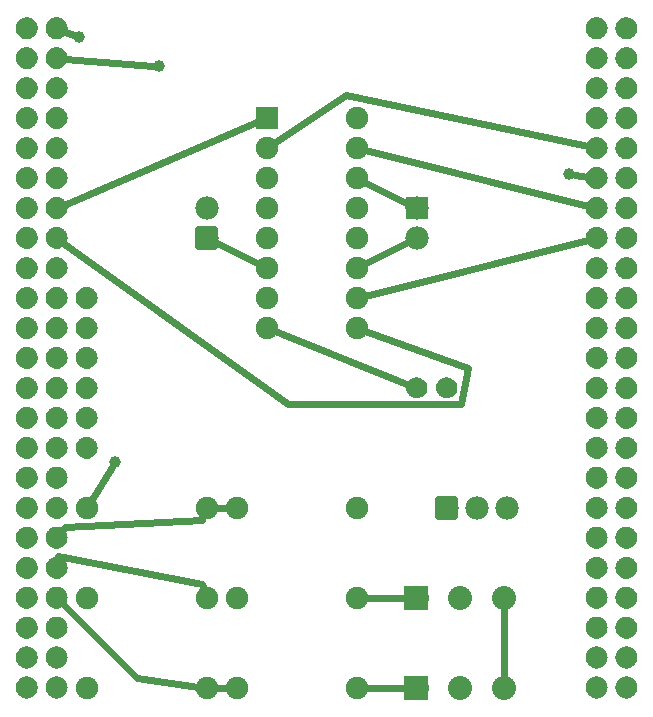
<source format=gbl>
G04 MADE WITH FRITZING*
G04 WWW.FRITZING.ORG*
G04 DOUBLE SIDED*
G04 HOLES PLATED*
G04 CONTOUR ON CENTER OF CONTOUR VECTOR*
%ASAXBY*%
%FSLAX23Y23*%
%MOIN*%
%OFA0B0*%
%SFA1.0B1.0*%
%ADD10C,0.078000*%
%ADD11C,0.070000*%
%ADD12C,0.075000*%
%ADD13C,0.080000*%
%ADD14C,0.066600*%
%ADD15C,0.039370*%
%ADD16R,0.078000X0.078000*%
%ADD17R,0.075000X0.075000*%
%ADD18C,0.024000*%
%ADD19C,0.020000*%
%ADD20R,0.001000X0.001000*%
%LNCOPPER0*%
G90*
G70*
G54D10*
X676Y1927D03*
X676Y2027D03*
X1376Y2027D03*
X1376Y1927D03*
G54D11*
X1376Y1427D03*
X1476Y1427D03*
G54D12*
X876Y2327D03*
X1176Y2327D03*
X876Y2227D03*
X1176Y2227D03*
X876Y2127D03*
X1176Y2127D03*
X876Y2027D03*
X1176Y2027D03*
X876Y1927D03*
X1176Y1927D03*
X876Y1827D03*
X1176Y1827D03*
X876Y1727D03*
X1176Y1727D03*
X876Y1627D03*
X1176Y1627D03*
G54D13*
X1376Y427D03*
X1521Y427D03*
X1666Y427D03*
X1376Y727D03*
X1521Y727D03*
X1666Y727D03*
G54D10*
X1476Y1027D03*
X1576Y1027D03*
X1676Y1027D03*
G54D12*
X276Y727D03*
X676Y727D03*
X276Y427D03*
X676Y427D03*
X276Y1027D03*
X676Y1027D03*
X776Y727D03*
X1176Y727D03*
X776Y427D03*
X1176Y427D03*
X776Y1027D03*
X1176Y1027D03*
G54D14*
X77Y2625D03*
X177Y2625D03*
X77Y2526D03*
X177Y2526D03*
X77Y2426D03*
X177Y2426D03*
X77Y2326D03*
X177Y2326D03*
X77Y2226D03*
X177Y2226D03*
X77Y2126D03*
X177Y2126D03*
X77Y2026D03*
X177Y2026D03*
X77Y1927D03*
X177Y1927D03*
X77Y1826D03*
X177Y1826D03*
X77Y1726D03*
X177Y1726D03*
X77Y1626D03*
X177Y1626D03*
X77Y1527D03*
X177Y1527D03*
X77Y1426D03*
X177Y1426D03*
X77Y1327D03*
X177Y1327D03*
X77Y1227D03*
X177Y1227D03*
X77Y1127D03*
X177Y1127D03*
X77Y1027D03*
X177Y1027D03*
X77Y927D03*
X177Y927D03*
X77Y827D03*
X177Y827D03*
X77Y727D03*
X177Y727D03*
X77Y627D03*
X177Y627D03*
X77Y528D03*
X177Y528D03*
X77Y428D03*
X177Y428D03*
X1977Y2625D03*
X2076Y2625D03*
X1977Y2526D03*
X2076Y2526D03*
X1977Y2426D03*
X2076Y2426D03*
X1977Y2326D03*
X2076Y2326D03*
X1977Y2226D03*
X2076Y2226D03*
X1977Y2126D03*
X2076Y2126D03*
X1977Y2026D03*
X2076Y2026D03*
X1977Y1927D03*
X2076Y1927D03*
X1977Y1826D03*
X2076Y1826D03*
X1977Y1726D03*
X2076Y1726D03*
X1977Y1626D03*
X2076Y1626D03*
X1977Y1527D03*
X2076Y1527D03*
X1977Y1426D03*
X2076Y1426D03*
X1977Y1327D03*
X2076Y1327D03*
X1977Y1227D03*
X2076Y1227D03*
X1977Y1127D03*
X2076Y1127D03*
X1977Y1027D03*
X2076Y1027D03*
X1977Y927D03*
X2076Y927D03*
X1977Y827D03*
X2076Y827D03*
X1977Y727D03*
X2076Y727D03*
X1977Y627D03*
X2076Y627D03*
X1977Y528D03*
X2076Y528D03*
X1977Y428D03*
X2076Y428D03*
X277Y1726D03*
X277Y1626D03*
X277Y1527D03*
X277Y1426D03*
X277Y1327D03*
X277Y1227D03*
G54D15*
X1884Y2140D03*
X372Y1180D03*
X252Y2596D03*
X516Y2500D03*
G54D16*
X1376Y2027D03*
G54D17*
X876Y2327D03*
G54D18*
X1205Y727D02*
X1341Y727D01*
D02*
X1205Y427D02*
X1341Y427D01*
D02*
X703Y1913D02*
X851Y1840D01*
D02*
X1349Y1913D02*
X1202Y1840D01*
D02*
X1349Y2040D02*
X1202Y2114D01*
D02*
X903Y1616D02*
X1352Y1437D01*
D02*
X748Y1027D02*
X705Y1027D01*
D02*
X193Y950D02*
X204Y964D01*
X204Y964D02*
X660Y988D01*
X660Y988D02*
X665Y1000D01*
D02*
X1949Y2232D02*
X1140Y2404D01*
X1140Y2404D02*
X900Y2243D01*
D02*
X179Y855D02*
X180Y868D01*
X180Y868D02*
X660Y772D01*
X660Y772D02*
X667Y754D01*
D02*
X1949Y1920D02*
X1204Y1734D01*
D02*
X1949Y2033D02*
X1204Y2220D01*
D02*
X748Y427D02*
X705Y427D01*
D02*
X197Y707D02*
X444Y460D01*
X444Y460D02*
X648Y431D01*
D02*
X202Y2037D02*
X850Y2316D01*
D02*
X199Y1910D02*
X948Y1372D01*
X948Y1372D02*
X1524Y1372D01*
X1524Y1372D02*
X1548Y1492D01*
X1548Y1492D02*
X1203Y1617D01*
D02*
X1903Y2137D02*
X1949Y2130D01*
D02*
X362Y1164D02*
X291Y1051D01*
D02*
X203Y2615D02*
X234Y2603D01*
D02*
X1666Y462D02*
X1666Y692D01*
D02*
X205Y2524D02*
X497Y2501D01*
G54D19*
X647Y1898D02*
X647Y1956D01*
X705Y1956D01*
X705Y1898D01*
X647Y1898D01*
D02*
X1447Y1056D02*
X1505Y1056D01*
X1505Y998D01*
X1447Y998D01*
X1447Y1056D01*
D02*
G54D20*
X70Y2662D02*
X83Y2662D01*
X169Y2662D02*
X183Y2662D01*
X1969Y2662D02*
X1983Y2662D01*
X2069Y2662D02*
X2082Y2662D01*
X67Y2661D02*
X87Y2661D01*
X166Y2661D02*
X186Y2661D01*
X1966Y2661D02*
X1986Y2661D01*
X2066Y2661D02*
X2086Y2661D01*
X64Y2660D02*
X89Y2660D01*
X163Y2660D02*
X189Y2660D01*
X1963Y2660D02*
X1989Y2660D01*
X2063Y2660D02*
X2088Y2660D01*
X62Y2659D02*
X91Y2659D01*
X161Y2659D02*
X191Y2659D01*
X1961Y2659D02*
X1991Y2659D01*
X2061Y2659D02*
X2090Y2659D01*
X60Y2658D02*
X93Y2658D01*
X159Y2658D02*
X193Y2658D01*
X1959Y2658D02*
X1993Y2658D01*
X2059Y2658D02*
X2092Y2658D01*
X58Y2657D02*
X95Y2657D01*
X158Y2657D02*
X194Y2657D01*
X1958Y2657D02*
X1994Y2657D01*
X2057Y2657D02*
X2094Y2657D01*
X57Y2656D02*
X96Y2656D01*
X156Y2656D02*
X196Y2656D01*
X1956Y2656D02*
X1996Y2656D01*
X2056Y2656D02*
X2095Y2656D01*
X56Y2655D02*
X98Y2655D01*
X155Y2655D02*
X197Y2655D01*
X1955Y2655D02*
X1997Y2655D01*
X2055Y2655D02*
X2097Y2655D01*
X54Y2654D02*
X99Y2654D01*
X154Y2654D02*
X199Y2654D01*
X1954Y2654D02*
X1999Y2654D01*
X2053Y2654D02*
X2098Y2654D01*
X53Y2653D02*
X100Y2653D01*
X153Y2653D02*
X200Y2653D01*
X1953Y2653D02*
X2000Y2653D01*
X2052Y2653D02*
X2099Y2653D01*
X52Y2652D02*
X101Y2652D01*
X152Y2652D02*
X201Y2652D01*
X1952Y2652D02*
X2001Y2652D01*
X2051Y2652D02*
X2100Y2652D01*
X51Y2651D02*
X102Y2651D01*
X151Y2651D02*
X202Y2651D01*
X1951Y2651D02*
X2002Y2651D01*
X2050Y2651D02*
X2101Y2651D01*
X50Y2650D02*
X103Y2650D01*
X150Y2650D02*
X203Y2650D01*
X1950Y2650D02*
X2003Y2650D01*
X2049Y2650D02*
X2102Y2650D01*
X49Y2649D02*
X104Y2649D01*
X149Y2649D02*
X204Y2649D01*
X1949Y2649D02*
X2004Y2649D01*
X2048Y2649D02*
X2103Y2649D01*
X48Y2648D02*
X105Y2648D01*
X148Y2648D02*
X204Y2648D01*
X1948Y2648D02*
X2004Y2648D01*
X2047Y2648D02*
X2104Y2648D01*
X48Y2647D02*
X106Y2647D01*
X147Y2647D02*
X205Y2647D01*
X1947Y2647D02*
X2005Y2647D01*
X2047Y2647D02*
X2105Y2647D01*
X47Y2646D02*
X106Y2646D01*
X146Y2646D02*
X206Y2646D01*
X1946Y2646D02*
X2006Y2646D01*
X2046Y2646D02*
X2105Y2646D01*
X46Y2645D02*
X107Y2645D01*
X146Y2645D02*
X207Y2645D01*
X1946Y2645D02*
X2007Y2645D01*
X2045Y2645D02*
X2106Y2645D01*
X46Y2644D02*
X108Y2644D01*
X145Y2644D02*
X207Y2644D01*
X1945Y2644D02*
X2007Y2644D01*
X2045Y2644D02*
X2107Y2644D01*
X45Y2643D02*
X108Y2643D01*
X144Y2643D02*
X208Y2643D01*
X1944Y2643D02*
X2008Y2643D01*
X2044Y2643D02*
X2107Y2643D01*
X44Y2642D02*
X70Y2642D01*
X83Y2642D02*
X109Y2642D01*
X144Y2642D02*
X170Y2642D01*
X183Y2642D02*
X208Y2642D01*
X1944Y2642D02*
X1970Y2642D01*
X1983Y2642D02*
X2008Y2642D01*
X2043Y2642D02*
X2069Y2642D01*
X2082Y2642D02*
X2108Y2642D01*
X44Y2641D02*
X67Y2641D01*
X86Y2641D02*
X109Y2641D01*
X143Y2641D02*
X167Y2641D01*
X185Y2641D02*
X209Y2641D01*
X1943Y2641D02*
X1967Y2641D01*
X1985Y2641D02*
X2009Y2641D01*
X2043Y2641D02*
X2066Y2641D01*
X2085Y2641D02*
X2108Y2641D01*
X43Y2640D02*
X66Y2640D01*
X88Y2640D02*
X110Y2640D01*
X143Y2640D02*
X165Y2640D01*
X187Y2640D02*
X209Y2640D01*
X1943Y2640D02*
X1965Y2640D01*
X1987Y2640D02*
X2009Y2640D01*
X2042Y2640D02*
X2065Y2640D01*
X2087Y2640D02*
X2109Y2640D01*
X43Y2639D02*
X64Y2639D01*
X89Y2639D02*
X110Y2639D01*
X142Y2639D02*
X164Y2639D01*
X188Y2639D02*
X210Y2639D01*
X1942Y2639D02*
X1964Y2639D01*
X1988Y2639D02*
X2010Y2639D01*
X2042Y2639D02*
X2063Y2639D01*
X2088Y2639D02*
X2109Y2639D01*
X43Y2638D02*
X63Y2638D01*
X90Y2638D02*
X111Y2638D01*
X142Y2638D02*
X163Y2638D01*
X189Y2638D02*
X210Y2638D01*
X1942Y2638D02*
X1963Y2638D01*
X1989Y2638D02*
X2010Y2638D01*
X2042Y2638D02*
X2062Y2638D01*
X2089Y2638D02*
X2110Y2638D01*
X42Y2637D02*
X63Y2637D01*
X91Y2637D02*
X111Y2637D01*
X142Y2637D02*
X162Y2637D01*
X190Y2637D02*
X211Y2637D01*
X1942Y2637D02*
X1962Y2637D01*
X1990Y2637D02*
X2011Y2637D01*
X2041Y2637D02*
X2062Y2637D01*
X2090Y2637D02*
X2110Y2637D01*
X42Y2636D02*
X62Y2636D01*
X92Y2636D02*
X111Y2636D01*
X141Y2636D02*
X161Y2636D01*
X191Y2636D02*
X211Y2636D01*
X1941Y2636D02*
X1961Y2636D01*
X1991Y2636D02*
X2011Y2636D01*
X2041Y2636D02*
X2061Y2636D01*
X2091Y2636D02*
X2110Y2636D01*
X42Y2635D02*
X61Y2635D01*
X92Y2635D02*
X112Y2635D01*
X141Y2635D02*
X161Y2635D01*
X192Y2635D02*
X211Y2635D01*
X1941Y2635D02*
X1961Y2635D01*
X1992Y2635D02*
X2011Y2635D01*
X2041Y2635D02*
X2060Y2635D01*
X2091Y2635D02*
X2111Y2635D01*
X41Y2634D02*
X61Y2634D01*
X93Y2634D02*
X112Y2634D01*
X141Y2634D02*
X160Y2634D01*
X192Y2634D02*
X212Y2634D01*
X1941Y2634D02*
X1960Y2634D01*
X1992Y2634D02*
X2012Y2634D01*
X2040Y2634D02*
X2060Y2634D01*
X2092Y2634D02*
X2111Y2634D01*
X41Y2633D02*
X60Y2633D01*
X93Y2633D02*
X112Y2633D01*
X140Y2633D02*
X160Y2633D01*
X192Y2633D02*
X212Y2633D01*
X1940Y2633D02*
X1960Y2633D01*
X1992Y2633D02*
X2012Y2633D01*
X2040Y2633D02*
X2059Y2633D01*
X2092Y2633D02*
X2111Y2633D01*
X41Y2632D02*
X60Y2632D01*
X93Y2632D02*
X113Y2632D01*
X140Y2632D02*
X160Y2632D01*
X193Y2632D02*
X212Y2632D01*
X1940Y2632D02*
X1960Y2632D01*
X1993Y2632D02*
X2012Y2632D01*
X2040Y2632D02*
X2059Y2632D01*
X2092Y2632D02*
X2112Y2632D01*
X41Y2631D02*
X60Y2631D01*
X94Y2631D02*
X113Y2631D01*
X140Y2631D02*
X159Y2631D01*
X193Y2631D02*
X212Y2631D01*
X1940Y2631D02*
X1959Y2631D01*
X1993Y2631D02*
X2012Y2631D01*
X2040Y2631D02*
X2059Y2631D01*
X2093Y2631D02*
X2112Y2631D01*
X40Y2630D02*
X60Y2630D01*
X94Y2630D02*
X113Y2630D01*
X140Y2630D02*
X159Y2630D01*
X193Y2630D02*
X212Y2630D01*
X1940Y2630D02*
X1959Y2630D01*
X1993Y2630D02*
X2012Y2630D01*
X2039Y2630D02*
X2059Y2630D01*
X2093Y2630D02*
X2112Y2630D01*
X40Y2629D02*
X59Y2629D01*
X94Y2629D02*
X113Y2629D01*
X140Y2629D02*
X159Y2629D01*
X193Y2629D02*
X212Y2629D01*
X1940Y2629D02*
X1959Y2629D01*
X1993Y2629D02*
X2012Y2629D01*
X2039Y2629D02*
X2058Y2629D01*
X2093Y2629D02*
X2112Y2629D01*
X40Y2628D02*
X59Y2628D01*
X94Y2628D02*
X113Y2628D01*
X140Y2628D02*
X159Y2628D01*
X193Y2628D02*
X213Y2628D01*
X1940Y2628D02*
X1959Y2628D01*
X1993Y2628D02*
X2013Y2628D01*
X2039Y2628D02*
X2058Y2628D01*
X2093Y2628D02*
X2112Y2628D01*
X40Y2627D02*
X59Y2627D01*
X94Y2627D02*
X113Y2627D01*
X140Y2627D02*
X159Y2627D01*
X194Y2627D02*
X213Y2627D01*
X1940Y2627D02*
X1959Y2627D01*
X1994Y2627D02*
X2013Y2627D01*
X2039Y2627D02*
X2058Y2627D01*
X2093Y2627D02*
X2112Y2627D01*
X40Y2626D02*
X59Y2626D01*
X94Y2626D02*
X113Y2626D01*
X140Y2626D02*
X159Y2626D01*
X194Y2626D02*
X213Y2626D01*
X1940Y2626D02*
X1959Y2626D01*
X1994Y2626D02*
X2013Y2626D01*
X2039Y2626D02*
X2058Y2626D01*
X2093Y2626D02*
X2112Y2626D01*
X40Y2625D02*
X59Y2625D01*
X94Y2625D02*
X113Y2625D01*
X140Y2625D02*
X159Y2625D01*
X194Y2625D02*
X213Y2625D01*
X1940Y2625D02*
X1959Y2625D01*
X1994Y2625D02*
X2013Y2625D01*
X2039Y2625D02*
X2058Y2625D01*
X2093Y2625D02*
X2112Y2625D01*
X40Y2624D02*
X59Y2624D01*
X94Y2624D02*
X113Y2624D01*
X140Y2624D02*
X159Y2624D01*
X194Y2624D02*
X213Y2624D01*
X1940Y2624D02*
X1959Y2624D01*
X1994Y2624D02*
X2013Y2624D01*
X2039Y2624D02*
X2058Y2624D01*
X2093Y2624D02*
X2112Y2624D01*
X40Y2623D02*
X59Y2623D01*
X94Y2623D02*
X113Y2623D01*
X140Y2623D02*
X159Y2623D01*
X193Y2623D02*
X212Y2623D01*
X1940Y2623D02*
X1959Y2623D01*
X1993Y2623D02*
X2012Y2623D01*
X2039Y2623D02*
X2058Y2623D01*
X2093Y2623D02*
X2112Y2623D01*
X40Y2622D02*
X59Y2622D01*
X94Y2622D02*
X113Y2622D01*
X140Y2622D02*
X159Y2622D01*
X193Y2622D02*
X212Y2622D01*
X1940Y2622D02*
X1959Y2622D01*
X1993Y2622D02*
X2012Y2622D01*
X2039Y2622D02*
X2058Y2622D01*
X2093Y2622D02*
X2112Y2622D01*
X41Y2621D02*
X60Y2621D01*
X94Y2621D02*
X113Y2621D01*
X140Y2621D02*
X159Y2621D01*
X193Y2621D02*
X212Y2621D01*
X1940Y2621D02*
X1959Y2621D01*
X1993Y2621D02*
X2012Y2621D01*
X2040Y2621D02*
X2059Y2621D01*
X2093Y2621D02*
X2112Y2621D01*
X41Y2620D02*
X60Y2620D01*
X93Y2620D02*
X113Y2620D01*
X140Y2620D02*
X159Y2620D01*
X193Y2620D02*
X212Y2620D01*
X1940Y2620D02*
X1959Y2620D01*
X1993Y2620D02*
X2012Y2620D01*
X2040Y2620D02*
X2059Y2620D01*
X2092Y2620D02*
X2112Y2620D01*
X41Y2619D02*
X60Y2619D01*
X93Y2619D02*
X112Y2619D01*
X140Y2619D02*
X160Y2619D01*
X193Y2619D02*
X212Y2619D01*
X1940Y2619D02*
X1960Y2619D01*
X1993Y2619D02*
X2012Y2619D01*
X2040Y2619D02*
X2059Y2619D01*
X2092Y2619D02*
X2111Y2619D01*
X41Y2618D02*
X61Y2618D01*
X93Y2618D02*
X112Y2618D01*
X141Y2618D02*
X160Y2618D01*
X192Y2618D02*
X212Y2618D01*
X1941Y2618D02*
X1960Y2618D01*
X1992Y2618D02*
X2012Y2618D01*
X2040Y2618D02*
X2060Y2618D01*
X2092Y2618D02*
X2111Y2618D01*
X41Y2617D02*
X61Y2617D01*
X92Y2617D02*
X112Y2617D01*
X141Y2617D02*
X161Y2617D01*
X192Y2617D02*
X211Y2617D01*
X1941Y2617D02*
X1961Y2617D01*
X1992Y2617D02*
X2011Y2617D01*
X2040Y2617D02*
X2060Y2617D01*
X2091Y2617D02*
X2111Y2617D01*
X42Y2616D02*
X62Y2616D01*
X92Y2616D02*
X112Y2616D01*
X141Y2616D02*
X161Y2616D01*
X191Y2616D02*
X211Y2616D01*
X1941Y2616D02*
X1961Y2616D01*
X1991Y2616D02*
X2011Y2616D01*
X2041Y2616D02*
X2061Y2616D01*
X2091Y2616D02*
X2111Y2616D01*
X42Y2615D02*
X62Y2615D01*
X91Y2615D02*
X111Y2615D01*
X142Y2615D02*
X162Y2615D01*
X191Y2615D02*
X211Y2615D01*
X1942Y2615D02*
X1962Y2615D01*
X1991Y2615D02*
X2011Y2615D01*
X2041Y2615D02*
X2061Y2615D01*
X2090Y2615D02*
X2110Y2615D01*
X42Y2614D02*
X63Y2614D01*
X90Y2614D02*
X111Y2614D01*
X142Y2614D02*
X163Y2614D01*
X190Y2614D02*
X210Y2614D01*
X1942Y2614D02*
X1963Y2614D01*
X1990Y2614D02*
X2010Y2614D01*
X2041Y2614D02*
X2062Y2614D01*
X2089Y2614D02*
X2110Y2614D01*
X43Y2613D02*
X64Y2613D01*
X89Y2613D02*
X110Y2613D01*
X142Y2613D02*
X163Y2613D01*
X189Y2613D02*
X210Y2613D01*
X1942Y2613D02*
X1963Y2613D01*
X1989Y2613D02*
X2010Y2613D01*
X2042Y2613D02*
X2063Y2613D01*
X2088Y2613D02*
X2109Y2613D01*
X43Y2612D02*
X65Y2612D01*
X88Y2612D02*
X110Y2612D01*
X143Y2612D02*
X165Y2612D01*
X188Y2612D02*
X210Y2612D01*
X1943Y2612D02*
X1965Y2612D01*
X1988Y2612D02*
X2010Y2612D01*
X2042Y2612D02*
X2064Y2612D01*
X2087Y2612D02*
X2109Y2612D01*
X44Y2611D02*
X67Y2611D01*
X86Y2611D02*
X110Y2611D01*
X143Y2611D02*
X166Y2611D01*
X186Y2611D02*
X209Y2611D01*
X1943Y2611D02*
X1966Y2611D01*
X1986Y2611D02*
X2009Y2611D01*
X2043Y2611D02*
X2066Y2611D01*
X2085Y2611D02*
X2109Y2611D01*
X44Y2610D02*
X69Y2610D01*
X84Y2610D02*
X109Y2610D01*
X144Y2610D02*
X169Y2610D01*
X184Y2610D02*
X209Y2610D01*
X1944Y2610D02*
X1969Y2610D01*
X1984Y2610D02*
X2009Y2610D01*
X2043Y2610D02*
X2068Y2610D01*
X2083Y2610D02*
X2108Y2610D01*
X45Y2609D02*
X74Y2609D01*
X79Y2609D02*
X108Y2609D01*
X144Y2609D02*
X174Y2609D01*
X179Y2609D02*
X208Y2609D01*
X1944Y2609D02*
X1974Y2609D01*
X1979Y2609D02*
X2008Y2609D01*
X2044Y2609D02*
X2073Y2609D01*
X2078Y2609D02*
X2107Y2609D01*
X45Y2608D02*
X108Y2608D01*
X145Y2608D02*
X207Y2608D01*
X1945Y2608D02*
X2007Y2608D01*
X2044Y2608D02*
X2107Y2608D01*
X46Y2607D02*
X107Y2607D01*
X146Y2607D02*
X207Y2607D01*
X1946Y2607D02*
X2007Y2607D01*
X2045Y2607D02*
X2106Y2607D01*
X47Y2606D02*
X107Y2606D01*
X146Y2606D02*
X206Y2606D01*
X1946Y2606D02*
X2006Y2606D01*
X2046Y2606D02*
X2106Y2606D01*
X47Y2605D02*
X106Y2605D01*
X147Y2605D02*
X205Y2605D01*
X1947Y2605D02*
X2005Y2605D01*
X2046Y2605D02*
X2105Y2605D01*
X48Y2604D02*
X105Y2604D01*
X148Y2604D02*
X205Y2604D01*
X1948Y2604D02*
X2005Y2604D01*
X2047Y2604D02*
X2104Y2604D01*
X49Y2603D02*
X104Y2603D01*
X148Y2603D02*
X204Y2603D01*
X1948Y2603D02*
X2004Y2603D01*
X2048Y2603D02*
X2103Y2603D01*
X50Y2602D02*
X103Y2602D01*
X149Y2602D02*
X203Y2602D01*
X1949Y2602D02*
X2003Y2602D01*
X2049Y2602D02*
X2102Y2602D01*
X51Y2601D02*
X103Y2601D01*
X150Y2601D02*
X202Y2601D01*
X1950Y2601D02*
X2002Y2601D01*
X2050Y2601D02*
X2102Y2601D01*
X52Y2600D02*
X102Y2600D01*
X151Y2600D02*
X201Y2600D01*
X1951Y2600D02*
X2001Y2600D01*
X2051Y2600D02*
X2101Y2600D01*
X53Y2599D02*
X100Y2599D01*
X152Y2599D02*
X200Y2599D01*
X1952Y2599D02*
X2000Y2599D01*
X2052Y2599D02*
X2099Y2599D01*
X54Y2598D02*
X99Y2598D01*
X153Y2598D02*
X199Y2598D01*
X1953Y2598D02*
X1999Y2598D01*
X2053Y2598D02*
X2098Y2598D01*
X55Y2597D02*
X98Y2597D01*
X155Y2597D02*
X198Y2597D01*
X1955Y2597D02*
X1998Y2597D01*
X2054Y2597D02*
X2097Y2597D01*
X56Y2596D02*
X97Y2596D01*
X156Y2596D02*
X196Y2596D01*
X1956Y2596D02*
X1996Y2596D01*
X2055Y2596D02*
X2096Y2596D01*
X58Y2595D02*
X95Y2595D01*
X157Y2595D02*
X195Y2595D01*
X1957Y2595D02*
X1995Y2595D01*
X2057Y2595D02*
X2094Y2595D01*
X59Y2594D02*
X94Y2594D01*
X159Y2594D02*
X193Y2594D01*
X1959Y2594D02*
X1993Y2594D01*
X2058Y2594D02*
X2093Y2594D01*
X61Y2593D02*
X92Y2593D01*
X161Y2593D02*
X192Y2593D01*
X1961Y2593D02*
X1992Y2593D01*
X2060Y2593D02*
X2091Y2593D01*
X63Y2592D02*
X90Y2592D01*
X163Y2592D02*
X190Y2592D01*
X1963Y2592D02*
X1990Y2592D01*
X2062Y2592D02*
X2089Y2592D01*
X66Y2591D02*
X88Y2591D01*
X165Y2591D02*
X187Y2591D01*
X1965Y2591D02*
X1987Y2591D01*
X2065Y2591D02*
X2087Y2591D01*
X69Y2590D02*
X84Y2590D01*
X168Y2590D02*
X184Y2590D01*
X1968Y2590D02*
X1984Y2590D01*
X2068Y2590D02*
X2083Y2590D01*
X74Y2589D02*
X79Y2589D01*
X174Y2589D02*
X178Y2589D01*
X1974Y2589D02*
X1978Y2589D01*
X2073Y2589D02*
X2078Y2589D01*
X73Y2563D02*
X81Y2563D01*
X172Y2563D02*
X180Y2563D01*
X1972Y2563D02*
X1980Y2563D01*
X2072Y2563D02*
X2080Y2563D01*
X68Y2562D02*
X85Y2562D01*
X168Y2562D02*
X185Y2562D01*
X1968Y2562D02*
X1985Y2562D01*
X2067Y2562D02*
X2084Y2562D01*
X65Y2561D02*
X88Y2561D01*
X165Y2561D02*
X188Y2561D01*
X1965Y2561D02*
X1988Y2561D01*
X2064Y2561D02*
X2087Y2561D01*
X63Y2560D02*
X90Y2560D01*
X162Y2560D02*
X190Y2560D01*
X1962Y2560D02*
X1990Y2560D01*
X2062Y2560D02*
X2089Y2560D01*
X61Y2559D02*
X92Y2559D01*
X160Y2559D02*
X192Y2559D01*
X1960Y2559D02*
X1992Y2559D01*
X2060Y2559D02*
X2091Y2559D01*
X59Y2558D02*
X94Y2558D01*
X159Y2558D02*
X194Y2558D01*
X1959Y2558D02*
X1994Y2558D01*
X2058Y2558D02*
X2093Y2558D01*
X58Y2557D02*
X96Y2557D01*
X157Y2557D02*
X195Y2557D01*
X1957Y2557D02*
X1995Y2557D01*
X2057Y2557D02*
X2095Y2557D01*
X56Y2556D02*
X97Y2556D01*
X156Y2556D02*
X197Y2556D01*
X1956Y2556D02*
X1997Y2556D01*
X2055Y2556D02*
X2096Y2556D01*
X55Y2555D02*
X98Y2555D01*
X154Y2555D02*
X198Y2555D01*
X1954Y2555D02*
X1998Y2555D01*
X2054Y2555D02*
X2097Y2555D01*
X54Y2554D02*
X100Y2554D01*
X153Y2554D02*
X199Y2554D01*
X1953Y2554D02*
X1999Y2554D01*
X2053Y2554D02*
X2099Y2554D01*
X53Y2553D02*
X101Y2553D01*
X152Y2553D02*
X200Y2553D01*
X1952Y2553D02*
X2000Y2553D01*
X2052Y2553D02*
X2100Y2553D01*
X52Y2552D02*
X102Y2552D01*
X151Y2552D02*
X201Y2552D01*
X1951Y2552D02*
X2001Y2552D01*
X2051Y2552D02*
X2101Y2552D01*
X51Y2551D02*
X103Y2551D01*
X150Y2551D02*
X202Y2551D01*
X1950Y2551D02*
X2002Y2551D01*
X2050Y2551D02*
X2102Y2551D01*
X50Y2550D02*
X104Y2550D01*
X149Y2550D02*
X203Y2550D01*
X1949Y2550D02*
X2003Y2550D01*
X2049Y2550D02*
X2103Y2550D01*
X49Y2549D02*
X104Y2549D01*
X148Y2549D02*
X204Y2549D01*
X1948Y2549D02*
X2004Y2549D01*
X2048Y2549D02*
X2103Y2549D01*
X48Y2548D02*
X105Y2548D01*
X148Y2548D02*
X205Y2548D01*
X1948Y2548D02*
X2005Y2548D01*
X2047Y2548D02*
X2104Y2548D01*
X47Y2547D02*
X106Y2547D01*
X147Y2547D02*
X206Y2547D01*
X1947Y2547D02*
X2006Y2547D01*
X2046Y2547D02*
X2105Y2547D01*
X47Y2546D02*
X107Y2546D01*
X146Y2546D02*
X206Y2546D01*
X1946Y2546D02*
X2006Y2546D01*
X2046Y2546D02*
X2106Y2546D01*
X46Y2545D02*
X107Y2545D01*
X145Y2545D02*
X207Y2545D01*
X1945Y2545D02*
X2007Y2545D01*
X2045Y2545D02*
X2106Y2545D01*
X45Y2544D02*
X108Y2544D01*
X145Y2544D02*
X208Y2544D01*
X1945Y2544D02*
X2008Y2544D01*
X2044Y2544D02*
X2107Y2544D01*
X45Y2543D02*
X72Y2543D01*
X81Y2543D02*
X109Y2543D01*
X144Y2543D02*
X172Y2543D01*
X181Y2543D02*
X208Y2543D01*
X1944Y2543D02*
X1972Y2543D01*
X1981Y2543D02*
X2008Y2543D01*
X2044Y2543D02*
X2071Y2543D01*
X2080Y2543D02*
X2108Y2543D01*
X44Y2542D02*
X69Y2542D01*
X85Y2542D02*
X109Y2542D01*
X144Y2542D02*
X168Y2542D01*
X184Y2542D02*
X209Y2542D01*
X1944Y2542D02*
X1968Y2542D01*
X1984Y2542D02*
X2009Y2542D01*
X2043Y2542D02*
X2068Y2542D01*
X2084Y2542D02*
X2108Y2542D01*
X44Y2541D02*
X66Y2541D01*
X87Y2541D02*
X110Y2541D01*
X143Y2541D02*
X166Y2541D01*
X186Y2541D02*
X209Y2541D01*
X1943Y2541D02*
X1966Y2541D01*
X1986Y2541D02*
X2009Y2541D01*
X2043Y2541D02*
X2065Y2541D01*
X2086Y2541D02*
X2109Y2541D01*
X43Y2540D02*
X65Y2540D01*
X88Y2540D02*
X110Y2540D01*
X143Y2540D02*
X165Y2540D01*
X188Y2540D02*
X210Y2540D01*
X1943Y2540D02*
X1965Y2540D01*
X1988Y2540D02*
X2010Y2540D01*
X2042Y2540D02*
X2064Y2540D01*
X2087Y2540D02*
X2109Y2540D01*
X43Y2539D02*
X64Y2539D01*
X89Y2539D02*
X111Y2539D01*
X142Y2539D02*
X163Y2539D01*
X189Y2539D02*
X210Y2539D01*
X1942Y2539D02*
X1963Y2539D01*
X1989Y2539D02*
X2010Y2539D01*
X2042Y2539D02*
X2063Y2539D01*
X2088Y2539D02*
X2110Y2539D01*
X42Y2538D02*
X63Y2538D01*
X90Y2538D02*
X111Y2538D01*
X142Y2538D02*
X162Y2538D01*
X190Y2538D02*
X210Y2538D01*
X1942Y2538D02*
X1962Y2538D01*
X1990Y2538D02*
X2010Y2538D01*
X2041Y2538D02*
X2062Y2538D01*
X2089Y2538D02*
X2110Y2538D01*
X42Y2537D02*
X62Y2537D01*
X91Y2537D02*
X111Y2537D01*
X142Y2537D02*
X162Y2537D01*
X191Y2537D02*
X211Y2537D01*
X1942Y2537D02*
X1962Y2537D01*
X1991Y2537D02*
X2011Y2537D01*
X2041Y2537D02*
X2061Y2537D01*
X2090Y2537D02*
X2110Y2537D01*
X42Y2536D02*
X61Y2536D01*
X92Y2536D02*
X112Y2536D01*
X141Y2536D02*
X161Y2536D01*
X191Y2536D02*
X211Y2536D01*
X1941Y2536D02*
X1961Y2536D01*
X1991Y2536D02*
X2011Y2536D01*
X2041Y2536D02*
X2060Y2536D01*
X2091Y2536D02*
X2111Y2536D01*
X41Y2535D02*
X61Y2535D01*
X92Y2535D02*
X112Y2535D01*
X141Y2535D02*
X160Y2535D01*
X192Y2535D02*
X211Y2535D01*
X1941Y2535D02*
X1960Y2535D01*
X1992Y2535D02*
X2011Y2535D01*
X2040Y2535D02*
X2060Y2535D01*
X2091Y2535D02*
X2111Y2535D01*
X41Y2534D02*
X61Y2534D01*
X93Y2534D02*
X112Y2534D01*
X141Y2534D02*
X160Y2534D01*
X192Y2534D02*
X212Y2534D01*
X1941Y2534D02*
X1960Y2534D01*
X1992Y2534D02*
X2012Y2534D01*
X2040Y2534D02*
X2060Y2534D01*
X2092Y2534D02*
X2111Y2534D01*
X41Y2533D02*
X60Y2533D01*
X93Y2533D02*
X112Y2533D01*
X140Y2533D02*
X160Y2533D01*
X193Y2533D02*
X212Y2533D01*
X1940Y2533D02*
X1960Y2533D01*
X1993Y2533D02*
X2012Y2533D01*
X2040Y2533D02*
X2059Y2533D01*
X2092Y2533D02*
X2111Y2533D01*
X41Y2532D02*
X60Y2532D01*
X93Y2532D02*
X113Y2532D01*
X140Y2532D02*
X159Y2532D01*
X193Y2532D02*
X212Y2532D01*
X1940Y2532D02*
X1959Y2532D01*
X1993Y2532D02*
X2012Y2532D01*
X2040Y2532D02*
X2059Y2532D01*
X2092Y2532D02*
X2112Y2532D01*
X41Y2531D02*
X60Y2531D01*
X94Y2531D02*
X113Y2531D01*
X140Y2531D02*
X159Y2531D01*
X193Y2531D02*
X212Y2531D01*
X1940Y2531D02*
X1959Y2531D01*
X1993Y2531D02*
X2012Y2531D01*
X2040Y2531D02*
X2059Y2531D01*
X2093Y2531D02*
X2112Y2531D01*
X40Y2530D02*
X59Y2530D01*
X94Y2530D02*
X113Y2530D01*
X140Y2530D02*
X159Y2530D01*
X193Y2530D02*
X212Y2530D01*
X1940Y2530D02*
X1959Y2530D01*
X1993Y2530D02*
X2012Y2530D01*
X2039Y2530D02*
X2058Y2530D01*
X2093Y2530D02*
X2112Y2530D01*
X40Y2529D02*
X59Y2529D01*
X94Y2529D02*
X113Y2529D01*
X140Y2529D02*
X159Y2529D01*
X193Y2529D02*
X213Y2529D01*
X1940Y2529D02*
X1959Y2529D01*
X1993Y2529D02*
X2013Y2529D01*
X2039Y2529D02*
X2058Y2529D01*
X2093Y2529D02*
X2112Y2529D01*
X40Y2528D02*
X59Y2528D01*
X94Y2528D02*
X113Y2528D01*
X140Y2528D02*
X159Y2528D01*
X194Y2528D02*
X213Y2528D01*
X1940Y2528D02*
X1959Y2528D01*
X1994Y2528D02*
X2013Y2528D01*
X2039Y2528D02*
X2058Y2528D01*
X2093Y2528D02*
X2112Y2528D01*
X40Y2527D02*
X59Y2527D01*
X94Y2527D02*
X113Y2527D01*
X140Y2527D02*
X159Y2527D01*
X194Y2527D02*
X213Y2527D01*
X1940Y2527D02*
X1959Y2527D01*
X1994Y2527D02*
X2013Y2527D01*
X2039Y2527D02*
X2058Y2527D01*
X2093Y2527D02*
X2112Y2527D01*
X40Y2526D02*
X59Y2526D01*
X94Y2526D02*
X113Y2526D01*
X140Y2526D02*
X159Y2526D01*
X194Y2526D02*
X213Y2526D01*
X1940Y2526D02*
X1959Y2526D01*
X1994Y2526D02*
X2013Y2526D01*
X2039Y2526D02*
X2058Y2526D01*
X2093Y2526D02*
X2112Y2526D01*
X40Y2525D02*
X59Y2525D01*
X94Y2525D02*
X113Y2525D01*
X140Y2525D02*
X159Y2525D01*
X194Y2525D02*
X213Y2525D01*
X1940Y2525D02*
X1959Y2525D01*
X1994Y2525D02*
X2013Y2525D01*
X2039Y2525D02*
X2058Y2525D01*
X2093Y2525D02*
X2112Y2525D01*
X40Y2524D02*
X59Y2524D01*
X94Y2524D02*
X113Y2524D01*
X140Y2524D02*
X159Y2524D01*
X193Y2524D02*
X213Y2524D01*
X1940Y2524D02*
X1959Y2524D01*
X1993Y2524D02*
X2013Y2524D01*
X2039Y2524D02*
X2058Y2524D01*
X2093Y2524D02*
X2112Y2524D01*
X40Y2523D02*
X59Y2523D01*
X94Y2523D02*
X113Y2523D01*
X140Y2523D02*
X159Y2523D01*
X193Y2523D02*
X212Y2523D01*
X1940Y2523D02*
X1959Y2523D01*
X1993Y2523D02*
X2012Y2523D01*
X2039Y2523D02*
X2058Y2523D01*
X2093Y2523D02*
X2112Y2523D01*
X40Y2522D02*
X60Y2522D01*
X94Y2522D02*
X113Y2522D01*
X140Y2522D02*
X159Y2522D01*
X193Y2522D02*
X212Y2522D01*
X1940Y2522D02*
X1959Y2522D01*
X1993Y2522D02*
X2012Y2522D01*
X2039Y2522D02*
X2059Y2522D01*
X2093Y2522D02*
X2112Y2522D01*
X41Y2521D02*
X60Y2521D01*
X93Y2521D02*
X113Y2521D01*
X140Y2521D02*
X159Y2521D01*
X193Y2521D02*
X212Y2521D01*
X1940Y2521D02*
X1959Y2521D01*
X1993Y2521D02*
X2012Y2521D01*
X2040Y2521D02*
X2059Y2521D01*
X2092Y2521D02*
X2112Y2521D01*
X41Y2520D02*
X60Y2520D01*
X93Y2520D02*
X112Y2520D01*
X140Y2520D02*
X160Y2520D01*
X193Y2520D02*
X212Y2520D01*
X1940Y2520D02*
X1960Y2520D01*
X1993Y2520D02*
X2012Y2520D01*
X2040Y2520D02*
X2059Y2520D01*
X2092Y2520D02*
X2111Y2520D01*
X41Y2519D02*
X60Y2519D01*
X93Y2519D02*
X112Y2519D01*
X141Y2519D02*
X160Y2519D01*
X192Y2519D02*
X212Y2519D01*
X1941Y2519D02*
X1960Y2519D01*
X1992Y2519D02*
X2012Y2519D01*
X2040Y2519D02*
X2059Y2519D01*
X2092Y2519D02*
X2111Y2519D01*
X41Y2518D02*
X61Y2518D01*
X92Y2518D02*
X112Y2518D01*
X141Y2518D02*
X160Y2518D01*
X192Y2518D02*
X211Y2518D01*
X1941Y2518D02*
X1960Y2518D01*
X1992Y2518D02*
X2011Y2518D01*
X2040Y2518D02*
X2060Y2518D01*
X2091Y2518D02*
X2111Y2518D01*
X42Y2517D02*
X61Y2517D01*
X92Y2517D02*
X112Y2517D01*
X141Y2517D02*
X161Y2517D01*
X191Y2517D02*
X211Y2517D01*
X1941Y2517D02*
X1961Y2517D01*
X1991Y2517D02*
X2011Y2517D01*
X2041Y2517D02*
X2060Y2517D01*
X2091Y2517D02*
X2111Y2517D01*
X42Y2516D02*
X62Y2516D01*
X91Y2516D02*
X111Y2516D01*
X141Y2516D02*
X161Y2516D01*
X191Y2516D02*
X211Y2516D01*
X1941Y2516D02*
X1961Y2516D01*
X1991Y2516D02*
X2011Y2516D01*
X2041Y2516D02*
X2061Y2516D01*
X2090Y2516D02*
X2110Y2516D01*
X42Y2515D02*
X63Y2515D01*
X91Y2515D02*
X111Y2515D01*
X142Y2515D02*
X162Y2515D01*
X190Y2515D02*
X211Y2515D01*
X1942Y2515D02*
X1962Y2515D01*
X1990Y2515D02*
X2011Y2515D01*
X2041Y2515D02*
X2062Y2515D01*
X2090Y2515D02*
X2110Y2515D01*
X43Y2514D02*
X63Y2514D01*
X90Y2514D02*
X111Y2514D01*
X142Y2514D02*
X163Y2514D01*
X189Y2514D02*
X210Y2514D01*
X1942Y2514D02*
X1963Y2514D01*
X1989Y2514D02*
X2010Y2514D01*
X2042Y2514D02*
X2062Y2514D01*
X2089Y2514D02*
X2110Y2514D01*
X43Y2513D02*
X65Y2513D01*
X89Y2513D02*
X110Y2513D01*
X143Y2513D02*
X164Y2513D01*
X188Y2513D02*
X210Y2513D01*
X1943Y2513D02*
X1964Y2513D01*
X1988Y2513D02*
X2010Y2513D01*
X2042Y2513D02*
X2064Y2513D01*
X2088Y2513D02*
X2109Y2513D01*
X44Y2512D02*
X66Y2512D01*
X87Y2512D02*
X110Y2512D01*
X143Y2512D02*
X165Y2512D01*
X187Y2512D02*
X209Y2512D01*
X1943Y2512D02*
X1965Y2512D01*
X1987Y2512D02*
X2009Y2512D01*
X2043Y2512D02*
X2065Y2512D01*
X2086Y2512D02*
X2109Y2512D01*
X44Y2511D02*
X68Y2511D01*
X85Y2511D02*
X109Y2511D01*
X144Y2511D02*
X167Y2511D01*
X185Y2511D02*
X209Y2511D01*
X1944Y2511D02*
X1967Y2511D01*
X1985Y2511D02*
X2009Y2511D01*
X2043Y2511D02*
X2067Y2511D01*
X2084Y2511D02*
X2108Y2511D01*
X45Y2510D02*
X71Y2510D01*
X82Y2510D02*
X109Y2510D01*
X144Y2510D02*
X170Y2510D01*
X182Y2510D02*
X208Y2510D01*
X1944Y2510D02*
X1970Y2510D01*
X1982Y2510D02*
X2008Y2510D01*
X2044Y2510D02*
X2070Y2510D01*
X2081Y2510D02*
X2108Y2510D01*
X45Y2509D02*
X108Y2509D01*
X145Y2509D02*
X208Y2509D01*
X1945Y2509D02*
X2008Y2509D01*
X2044Y2509D02*
X2107Y2509D01*
X46Y2508D02*
X108Y2508D01*
X145Y2508D02*
X207Y2508D01*
X1945Y2508D02*
X2007Y2508D01*
X2045Y2508D02*
X2107Y2508D01*
X46Y2507D02*
X107Y2507D01*
X146Y2507D02*
X206Y2507D01*
X1946Y2507D02*
X2006Y2507D01*
X2045Y2507D02*
X2106Y2507D01*
X47Y2506D02*
X106Y2506D01*
X147Y2506D02*
X206Y2506D01*
X1947Y2506D02*
X2006Y2506D01*
X2046Y2506D02*
X2105Y2506D01*
X48Y2505D02*
X105Y2505D01*
X147Y2505D02*
X205Y2505D01*
X1947Y2505D02*
X2005Y2505D01*
X2047Y2505D02*
X2104Y2505D01*
X49Y2504D02*
X105Y2504D01*
X148Y2504D02*
X204Y2504D01*
X1948Y2504D02*
X2004Y2504D01*
X2048Y2504D02*
X2104Y2504D01*
X49Y2503D02*
X104Y2503D01*
X149Y2503D02*
X203Y2503D01*
X1949Y2503D02*
X2003Y2503D01*
X2048Y2503D02*
X2103Y2503D01*
X50Y2502D02*
X103Y2502D01*
X150Y2502D02*
X202Y2502D01*
X1950Y2502D02*
X2002Y2502D01*
X2049Y2502D02*
X2102Y2502D01*
X51Y2501D02*
X102Y2501D01*
X151Y2501D02*
X202Y2501D01*
X1951Y2501D02*
X2002Y2501D01*
X2050Y2501D02*
X2101Y2501D01*
X52Y2500D02*
X101Y2500D01*
X152Y2500D02*
X201Y2500D01*
X1952Y2500D02*
X2001Y2500D01*
X2051Y2500D02*
X2100Y2500D01*
X53Y2499D02*
X100Y2499D01*
X153Y2499D02*
X199Y2499D01*
X1953Y2499D02*
X1999Y2499D01*
X2052Y2499D02*
X2099Y2499D01*
X54Y2498D02*
X99Y2498D01*
X154Y2498D02*
X198Y2498D01*
X1954Y2498D02*
X1998Y2498D01*
X2053Y2498D02*
X2098Y2498D01*
X56Y2497D02*
X97Y2497D01*
X155Y2497D02*
X197Y2497D01*
X1955Y2497D02*
X1997Y2497D01*
X2055Y2497D02*
X2096Y2497D01*
X57Y2496D02*
X96Y2496D01*
X157Y2496D02*
X196Y2496D01*
X1957Y2496D02*
X1996Y2496D01*
X2056Y2496D02*
X2095Y2496D01*
X59Y2495D02*
X95Y2495D01*
X158Y2495D02*
X194Y2495D01*
X1958Y2495D02*
X1994Y2495D01*
X2058Y2495D02*
X2094Y2495D01*
X60Y2494D02*
X93Y2494D01*
X160Y2494D02*
X192Y2494D01*
X1960Y2494D02*
X1992Y2494D01*
X2059Y2494D02*
X2092Y2494D01*
X62Y2493D02*
X91Y2493D01*
X162Y2493D02*
X191Y2493D01*
X1962Y2493D02*
X1991Y2493D01*
X2061Y2493D02*
X2090Y2493D01*
X64Y2492D02*
X89Y2492D01*
X164Y2492D02*
X188Y2492D01*
X1964Y2492D02*
X1988Y2492D01*
X2063Y2492D02*
X2088Y2492D01*
X67Y2491D02*
X86Y2491D01*
X167Y2491D02*
X186Y2491D01*
X1967Y2491D02*
X1986Y2491D01*
X2066Y2491D02*
X2085Y2491D01*
X71Y2490D02*
X82Y2490D01*
X170Y2490D02*
X182Y2490D01*
X1970Y2490D02*
X1982Y2490D01*
X2070Y2490D02*
X2081Y2490D01*
X73Y2463D02*
X81Y2463D01*
X172Y2463D02*
X180Y2463D01*
X1972Y2463D02*
X1980Y2463D01*
X2072Y2463D02*
X2080Y2463D01*
X68Y2462D02*
X85Y2462D01*
X168Y2462D02*
X185Y2462D01*
X1968Y2462D02*
X1985Y2462D01*
X2067Y2462D02*
X2084Y2462D01*
X65Y2461D02*
X88Y2461D01*
X165Y2461D02*
X188Y2461D01*
X1965Y2461D02*
X1988Y2461D01*
X2064Y2461D02*
X2087Y2461D01*
X63Y2460D02*
X90Y2460D01*
X162Y2460D02*
X190Y2460D01*
X1962Y2460D02*
X1990Y2460D01*
X2062Y2460D02*
X2089Y2460D01*
X61Y2459D02*
X92Y2459D01*
X160Y2459D02*
X192Y2459D01*
X1960Y2459D02*
X1992Y2459D01*
X2060Y2459D02*
X2091Y2459D01*
X59Y2458D02*
X94Y2458D01*
X159Y2458D02*
X194Y2458D01*
X1959Y2458D02*
X1994Y2458D01*
X2058Y2458D02*
X2093Y2458D01*
X58Y2457D02*
X96Y2457D01*
X157Y2457D02*
X195Y2457D01*
X1957Y2457D02*
X1995Y2457D01*
X2057Y2457D02*
X2095Y2457D01*
X56Y2456D02*
X97Y2456D01*
X156Y2456D02*
X197Y2456D01*
X1956Y2456D02*
X1997Y2456D01*
X2055Y2456D02*
X2096Y2456D01*
X55Y2455D02*
X98Y2455D01*
X154Y2455D02*
X198Y2455D01*
X1954Y2455D02*
X1998Y2455D01*
X2054Y2455D02*
X2097Y2455D01*
X54Y2454D02*
X100Y2454D01*
X153Y2454D02*
X199Y2454D01*
X1953Y2454D02*
X1999Y2454D01*
X2053Y2454D02*
X2099Y2454D01*
X53Y2453D02*
X101Y2453D01*
X152Y2453D02*
X200Y2453D01*
X1952Y2453D02*
X2000Y2453D01*
X2052Y2453D02*
X2100Y2453D01*
X52Y2452D02*
X102Y2452D01*
X151Y2452D02*
X201Y2452D01*
X1951Y2452D02*
X2001Y2452D01*
X2051Y2452D02*
X2101Y2452D01*
X51Y2451D02*
X103Y2451D01*
X150Y2451D02*
X202Y2451D01*
X1950Y2451D02*
X2002Y2451D01*
X2050Y2451D02*
X2102Y2451D01*
X50Y2450D02*
X104Y2450D01*
X149Y2450D02*
X203Y2450D01*
X1949Y2450D02*
X2003Y2450D01*
X2049Y2450D02*
X2103Y2450D01*
X49Y2449D02*
X104Y2449D01*
X148Y2449D02*
X204Y2449D01*
X1948Y2449D02*
X2004Y2449D01*
X2048Y2449D02*
X2103Y2449D01*
X48Y2448D02*
X105Y2448D01*
X148Y2448D02*
X205Y2448D01*
X1948Y2448D02*
X2005Y2448D01*
X2047Y2448D02*
X2104Y2448D01*
X47Y2447D02*
X106Y2447D01*
X147Y2447D02*
X206Y2447D01*
X1947Y2447D02*
X2006Y2447D01*
X2046Y2447D02*
X2105Y2447D01*
X47Y2446D02*
X107Y2446D01*
X146Y2446D02*
X206Y2446D01*
X1946Y2446D02*
X2006Y2446D01*
X2046Y2446D02*
X2106Y2446D01*
X46Y2445D02*
X107Y2445D01*
X145Y2445D02*
X207Y2445D01*
X1945Y2445D02*
X2007Y2445D01*
X2045Y2445D02*
X2106Y2445D01*
X45Y2444D02*
X108Y2444D01*
X145Y2444D02*
X208Y2444D01*
X1945Y2444D02*
X2008Y2444D01*
X2044Y2444D02*
X2107Y2444D01*
X45Y2443D02*
X72Y2443D01*
X81Y2443D02*
X109Y2443D01*
X144Y2443D02*
X172Y2443D01*
X181Y2443D02*
X208Y2443D01*
X1944Y2443D02*
X1972Y2443D01*
X1981Y2443D02*
X2008Y2443D01*
X2044Y2443D02*
X2071Y2443D01*
X2080Y2443D02*
X2108Y2443D01*
X44Y2442D02*
X69Y2442D01*
X85Y2442D02*
X109Y2442D01*
X144Y2442D02*
X168Y2442D01*
X184Y2442D02*
X209Y2442D01*
X1944Y2442D02*
X1968Y2442D01*
X1984Y2442D02*
X2009Y2442D01*
X2043Y2442D02*
X2068Y2442D01*
X2084Y2442D02*
X2108Y2442D01*
X44Y2441D02*
X66Y2441D01*
X87Y2441D02*
X110Y2441D01*
X143Y2441D02*
X166Y2441D01*
X186Y2441D02*
X209Y2441D01*
X1943Y2441D02*
X1966Y2441D01*
X1986Y2441D02*
X2009Y2441D01*
X2043Y2441D02*
X2065Y2441D01*
X2086Y2441D02*
X2109Y2441D01*
X43Y2440D02*
X65Y2440D01*
X88Y2440D02*
X110Y2440D01*
X143Y2440D02*
X165Y2440D01*
X188Y2440D02*
X210Y2440D01*
X1943Y2440D02*
X1965Y2440D01*
X1988Y2440D02*
X2010Y2440D01*
X2042Y2440D02*
X2064Y2440D01*
X2087Y2440D02*
X2109Y2440D01*
X43Y2439D02*
X64Y2439D01*
X89Y2439D02*
X111Y2439D01*
X142Y2439D02*
X163Y2439D01*
X189Y2439D02*
X210Y2439D01*
X1942Y2439D02*
X1963Y2439D01*
X1989Y2439D02*
X2010Y2439D01*
X2042Y2439D02*
X2063Y2439D01*
X2088Y2439D02*
X2110Y2439D01*
X42Y2438D02*
X63Y2438D01*
X90Y2438D02*
X111Y2438D01*
X142Y2438D02*
X162Y2438D01*
X190Y2438D02*
X210Y2438D01*
X1942Y2438D02*
X1962Y2438D01*
X1990Y2438D02*
X2010Y2438D01*
X2041Y2438D02*
X2062Y2438D01*
X2089Y2438D02*
X2110Y2438D01*
X42Y2437D02*
X62Y2437D01*
X91Y2437D02*
X111Y2437D01*
X142Y2437D02*
X162Y2437D01*
X191Y2437D02*
X211Y2437D01*
X1942Y2437D02*
X1962Y2437D01*
X1991Y2437D02*
X2011Y2437D01*
X2041Y2437D02*
X2061Y2437D01*
X2090Y2437D02*
X2110Y2437D01*
X42Y2436D02*
X61Y2436D01*
X92Y2436D02*
X112Y2436D01*
X141Y2436D02*
X161Y2436D01*
X191Y2436D02*
X211Y2436D01*
X1941Y2436D02*
X1961Y2436D01*
X1991Y2436D02*
X2011Y2436D01*
X2041Y2436D02*
X2060Y2436D01*
X2091Y2436D02*
X2111Y2436D01*
X41Y2435D02*
X61Y2435D01*
X92Y2435D02*
X112Y2435D01*
X141Y2435D02*
X160Y2435D01*
X192Y2435D02*
X211Y2435D01*
X1941Y2435D02*
X1960Y2435D01*
X1992Y2435D02*
X2011Y2435D01*
X2040Y2435D02*
X2060Y2435D01*
X2091Y2435D02*
X2111Y2435D01*
X41Y2434D02*
X61Y2434D01*
X93Y2434D02*
X112Y2434D01*
X141Y2434D02*
X160Y2434D01*
X192Y2434D02*
X212Y2434D01*
X1941Y2434D02*
X1960Y2434D01*
X1992Y2434D02*
X2012Y2434D01*
X2040Y2434D02*
X2060Y2434D01*
X2092Y2434D02*
X2111Y2434D01*
X41Y2433D02*
X60Y2433D01*
X93Y2433D02*
X112Y2433D01*
X140Y2433D02*
X160Y2433D01*
X193Y2433D02*
X212Y2433D01*
X1940Y2433D02*
X1960Y2433D01*
X1993Y2433D02*
X2012Y2433D01*
X2040Y2433D02*
X2059Y2433D01*
X2092Y2433D02*
X2111Y2433D01*
X41Y2432D02*
X60Y2432D01*
X93Y2432D02*
X113Y2432D01*
X140Y2432D02*
X159Y2432D01*
X193Y2432D02*
X212Y2432D01*
X1940Y2432D02*
X1959Y2432D01*
X1993Y2432D02*
X2012Y2432D01*
X2040Y2432D02*
X2059Y2432D01*
X2092Y2432D02*
X2112Y2432D01*
X41Y2431D02*
X60Y2431D01*
X94Y2431D02*
X113Y2431D01*
X140Y2431D02*
X159Y2431D01*
X193Y2431D02*
X212Y2431D01*
X1940Y2431D02*
X1959Y2431D01*
X1993Y2431D02*
X2012Y2431D01*
X2040Y2431D02*
X2059Y2431D01*
X2093Y2431D02*
X2112Y2431D01*
X40Y2430D02*
X59Y2430D01*
X94Y2430D02*
X113Y2430D01*
X140Y2430D02*
X159Y2430D01*
X193Y2430D02*
X212Y2430D01*
X1940Y2430D02*
X1959Y2430D01*
X1993Y2430D02*
X2012Y2430D01*
X2039Y2430D02*
X2058Y2430D01*
X2093Y2430D02*
X2112Y2430D01*
X40Y2429D02*
X59Y2429D01*
X94Y2429D02*
X113Y2429D01*
X140Y2429D02*
X159Y2429D01*
X193Y2429D02*
X213Y2429D01*
X1940Y2429D02*
X1959Y2429D01*
X1993Y2429D02*
X2013Y2429D01*
X2039Y2429D02*
X2058Y2429D01*
X2093Y2429D02*
X2112Y2429D01*
X40Y2428D02*
X59Y2428D01*
X94Y2428D02*
X113Y2428D01*
X140Y2428D02*
X159Y2428D01*
X194Y2428D02*
X213Y2428D01*
X1940Y2428D02*
X1959Y2428D01*
X1994Y2428D02*
X2013Y2428D01*
X2039Y2428D02*
X2058Y2428D01*
X2093Y2428D02*
X2112Y2428D01*
X40Y2427D02*
X59Y2427D01*
X94Y2427D02*
X113Y2427D01*
X140Y2427D02*
X159Y2427D01*
X194Y2427D02*
X213Y2427D01*
X1940Y2427D02*
X1959Y2427D01*
X1994Y2427D02*
X2013Y2427D01*
X2039Y2427D02*
X2058Y2427D01*
X2093Y2427D02*
X2112Y2427D01*
X40Y2426D02*
X59Y2426D01*
X94Y2426D02*
X113Y2426D01*
X140Y2426D02*
X159Y2426D01*
X194Y2426D02*
X213Y2426D01*
X1940Y2426D02*
X1959Y2426D01*
X1994Y2426D02*
X2013Y2426D01*
X2039Y2426D02*
X2058Y2426D01*
X2093Y2426D02*
X2112Y2426D01*
X40Y2425D02*
X59Y2425D01*
X94Y2425D02*
X113Y2425D01*
X140Y2425D02*
X159Y2425D01*
X194Y2425D02*
X213Y2425D01*
X1940Y2425D02*
X1959Y2425D01*
X1994Y2425D02*
X2013Y2425D01*
X2039Y2425D02*
X2058Y2425D01*
X2093Y2425D02*
X2112Y2425D01*
X40Y2424D02*
X59Y2424D01*
X94Y2424D02*
X113Y2424D01*
X140Y2424D02*
X159Y2424D01*
X193Y2424D02*
X213Y2424D01*
X1940Y2424D02*
X1959Y2424D01*
X1993Y2424D02*
X2013Y2424D01*
X2039Y2424D02*
X2058Y2424D01*
X2093Y2424D02*
X2112Y2424D01*
X40Y2423D02*
X59Y2423D01*
X94Y2423D02*
X113Y2423D01*
X140Y2423D02*
X159Y2423D01*
X193Y2423D02*
X212Y2423D01*
X1940Y2423D02*
X1959Y2423D01*
X1993Y2423D02*
X2012Y2423D01*
X2039Y2423D02*
X2058Y2423D01*
X2093Y2423D02*
X2112Y2423D01*
X40Y2422D02*
X60Y2422D01*
X94Y2422D02*
X113Y2422D01*
X140Y2422D02*
X159Y2422D01*
X193Y2422D02*
X212Y2422D01*
X1940Y2422D02*
X1959Y2422D01*
X1993Y2422D02*
X2012Y2422D01*
X2039Y2422D02*
X2059Y2422D01*
X2093Y2422D02*
X2112Y2422D01*
X41Y2421D02*
X60Y2421D01*
X93Y2421D02*
X113Y2421D01*
X140Y2421D02*
X159Y2421D01*
X193Y2421D02*
X212Y2421D01*
X1940Y2421D02*
X1959Y2421D01*
X1993Y2421D02*
X2012Y2421D01*
X2040Y2421D02*
X2059Y2421D01*
X2092Y2421D02*
X2112Y2421D01*
X41Y2420D02*
X60Y2420D01*
X93Y2420D02*
X112Y2420D01*
X140Y2420D02*
X160Y2420D01*
X193Y2420D02*
X212Y2420D01*
X1940Y2420D02*
X1960Y2420D01*
X1993Y2420D02*
X2012Y2420D01*
X2040Y2420D02*
X2059Y2420D01*
X2092Y2420D02*
X2111Y2420D01*
X41Y2419D02*
X60Y2419D01*
X93Y2419D02*
X112Y2419D01*
X141Y2419D02*
X160Y2419D01*
X192Y2419D02*
X212Y2419D01*
X1941Y2419D02*
X1960Y2419D01*
X1992Y2419D02*
X2012Y2419D01*
X2040Y2419D02*
X2059Y2419D01*
X2092Y2419D02*
X2111Y2419D01*
X41Y2418D02*
X61Y2418D01*
X92Y2418D02*
X112Y2418D01*
X141Y2418D02*
X160Y2418D01*
X192Y2418D02*
X211Y2418D01*
X1941Y2418D02*
X1960Y2418D01*
X1992Y2418D02*
X2011Y2418D01*
X2040Y2418D02*
X2060Y2418D01*
X2091Y2418D02*
X2111Y2418D01*
X42Y2417D02*
X61Y2417D01*
X92Y2417D02*
X112Y2417D01*
X141Y2417D02*
X161Y2417D01*
X191Y2417D02*
X211Y2417D01*
X1941Y2417D02*
X1961Y2417D01*
X1991Y2417D02*
X2011Y2417D01*
X2041Y2417D02*
X2060Y2417D01*
X2091Y2417D02*
X2111Y2417D01*
X42Y2416D02*
X62Y2416D01*
X91Y2416D02*
X111Y2416D01*
X141Y2416D02*
X161Y2416D01*
X191Y2416D02*
X211Y2416D01*
X1941Y2416D02*
X1961Y2416D01*
X1991Y2416D02*
X2011Y2416D01*
X2041Y2416D02*
X2061Y2416D01*
X2090Y2416D02*
X2110Y2416D01*
X42Y2415D02*
X63Y2415D01*
X91Y2415D02*
X111Y2415D01*
X142Y2415D02*
X162Y2415D01*
X190Y2415D02*
X211Y2415D01*
X1942Y2415D02*
X1962Y2415D01*
X1990Y2415D02*
X2011Y2415D01*
X2041Y2415D02*
X2062Y2415D01*
X2090Y2415D02*
X2110Y2415D01*
X43Y2414D02*
X63Y2414D01*
X90Y2414D02*
X111Y2414D01*
X142Y2414D02*
X163Y2414D01*
X189Y2414D02*
X210Y2414D01*
X1942Y2414D02*
X1963Y2414D01*
X1989Y2414D02*
X2010Y2414D01*
X2042Y2414D02*
X2062Y2414D01*
X2089Y2414D02*
X2110Y2414D01*
X43Y2413D02*
X65Y2413D01*
X89Y2413D02*
X110Y2413D01*
X143Y2413D02*
X164Y2413D01*
X188Y2413D02*
X210Y2413D01*
X1943Y2413D02*
X1964Y2413D01*
X1988Y2413D02*
X2010Y2413D01*
X2042Y2413D02*
X2064Y2413D01*
X2088Y2413D02*
X2109Y2413D01*
X44Y2412D02*
X66Y2412D01*
X87Y2412D02*
X110Y2412D01*
X143Y2412D02*
X165Y2412D01*
X187Y2412D02*
X209Y2412D01*
X1943Y2412D02*
X1965Y2412D01*
X1987Y2412D02*
X2009Y2412D01*
X2043Y2412D02*
X2065Y2412D01*
X2086Y2412D02*
X2109Y2412D01*
X44Y2411D02*
X68Y2411D01*
X85Y2411D02*
X109Y2411D01*
X144Y2411D02*
X167Y2411D01*
X185Y2411D02*
X209Y2411D01*
X1944Y2411D02*
X1967Y2411D01*
X1985Y2411D02*
X2009Y2411D01*
X2043Y2411D02*
X2067Y2411D01*
X2084Y2411D02*
X2108Y2411D01*
X45Y2410D02*
X71Y2410D01*
X82Y2410D02*
X109Y2410D01*
X144Y2410D02*
X170Y2410D01*
X182Y2410D02*
X208Y2410D01*
X1944Y2410D02*
X1970Y2410D01*
X1982Y2410D02*
X2008Y2410D01*
X2044Y2410D02*
X2070Y2410D01*
X2081Y2410D02*
X2108Y2410D01*
X45Y2409D02*
X108Y2409D01*
X145Y2409D02*
X208Y2409D01*
X1945Y2409D02*
X2008Y2409D01*
X2044Y2409D02*
X2107Y2409D01*
X46Y2408D02*
X108Y2408D01*
X145Y2408D02*
X207Y2408D01*
X1945Y2408D02*
X2007Y2408D01*
X2045Y2408D02*
X2107Y2408D01*
X46Y2407D02*
X107Y2407D01*
X146Y2407D02*
X206Y2407D01*
X1946Y2407D02*
X2006Y2407D01*
X2045Y2407D02*
X2106Y2407D01*
X47Y2406D02*
X106Y2406D01*
X147Y2406D02*
X206Y2406D01*
X1947Y2406D02*
X2006Y2406D01*
X2046Y2406D02*
X2105Y2406D01*
X48Y2405D02*
X105Y2405D01*
X147Y2405D02*
X205Y2405D01*
X1947Y2405D02*
X2005Y2405D01*
X2047Y2405D02*
X2104Y2405D01*
X49Y2404D02*
X105Y2404D01*
X148Y2404D02*
X204Y2404D01*
X1948Y2404D02*
X2004Y2404D01*
X2048Y2404D02*
X2104Y2404D01*
X49Y2403D02*
X104Y2403D01*
X149Y2403D02*
X203Y2403D01*
X1949Y2403D02*
X2003Y2403D01*
X2048Y2403D02*
X2103Y2403D01*
X50Y2402D02*
X103Y2402D01*
X150Y2402D02*
X202Y2402D01*
X1950Y2402D02*
X2002Y2402D01*
X2049Y2402D02*
X2102Y2402D01*
X51Y2401D02*
X102Y2401D01*
X151Y2401D02*
X202Y2401D01*
X1951Y2401D02*
X2002Y2401D01*
X2050Y2401D02*
X2101Y2401D01*
X52Y2400D02*
X101Y2400D01*
X152Y2400D02*
X201Y2400D01*
X1952Y2400D02*
X2001Y2400D01*
X2051Y2400D02*
X2100Y2400D01*
X53Y2399D02*
X100Y2399D01*
X153Y2399D02*
X199Y2399D01*
X1953Y2399D02*
X1999Y2399D01*
X2052Y2399D02*
X2099Y2399D01*
X54Y2398D02*
X99Y2398D01*
X154Y2398D02*
X198Y2398D01*
X1954Y2398D02*
X1998Y2398D01*
X2053Y2398D02*
X2098Y2398D01*
X56Y2397D02*
X97Y2397D01*
X155Y2397D02*
X197Y2397D01*
X1955Y2397D02*
X1997Y2397D01*
X2055Y2397D02*
X2096Y2397D01*
X57Y2396D02*
X96Y2396D01*
X157Y2396D02*
X196Y2396D01*
X1957Y2396D02*
X1996Y2396D01*
X2056Y2396D02*
X2095Y2396D01*
X59Y2395D02*
X95Y2395D01*
X158Y2395D02*
X194Y2395D01*
X1958Y2395D02*
X1994Y2395D01*
X2058Y2395D02*
X2094Y2395D01*
X60Y2394D02*
X93Y2394D01*
X160Y2394D02*
X192Y2394D01*
X1960Y2394D02*
X1992Y2394D01*
X2059Y2394D02*
X2092Y2394D01*
X62Y2393D02*
X91Y2393D01*
X162Y2393D02*
X191Y2393D01*
X1962Y2393D02*
X1991Y2393D01*
X2061Y2393D02*
X2090Y2393D01*
X64Y2392D02*
X89Y2392D01*
X164Y2392D02*
X188Y2392D01*
X1964Y2392D02*
X1988Y2392D01*
X2063Y2392D02*
X2088Y2392D01*
X67Y2391D02*
X86Y2391D01*
X167Y2391D02*
X186Y2391D01*
X1967Y2391D02*
X1986Y2391D01*
X2066Y2391D02*
X2085Y2391D01*
X71Y2390D02*
X82Y2390D01*
X170Y2390D02*
X182Y2390D01*
X1970Y2390D02*
X1982Y2390D01*
X2070Y2390D02*
X2081Y2390D01*
X70Y2363D02*
X83Y2363D01*
X169Y2363D02*
X183Y2363D01*
X1969Y2363D02*
X1983Y2363D01*
X2069Y2363D02*
X2082Y2363D01*
X67Y2362D02*
X87Y2362D01*
X166Y2362D02*
X186Y2362D01*
X1966Y2362D02*
X1986Y2362D01*
X2066Y2362D02*
X2086Y2362D01*
X64Y2361D02*
X89Y2361D01*
X163Y2361D02*
X189Y2361D01*
X1963Y2361D02*
X1989Y2361D01*
X2063Y2361D02*
X2088Y2361D01*
X62Y2360D02*
X91Y2360D01*
X161Y2360D02*
X191Y2360D01*
X1961Y2360D02*
X1991Y2360D01*
X2061Y2360D02*
X2090Y2360D01*
X60Y2359D02*
X93Y2359D01*
X159Y2359D02*
X193Y2359D01*
X1959Y2359D02*
X1993Y2359D01*
X2059Y2359D02*
X2092Y2359D01*
X58Y2358D02*
X95Y2358D01*
X158Y2358D02*
X194Y2358D01*
X1958Y2358D02*
X1994Y2358D01*
X2057Y2358D02*
X2094Y2358D01*
X57Y2357D02*
X96Y2357D01*
X156Y2357D02*
X196Y2357D01*
X1956Y2357D02*
X1996Y2357D01*
X2056Y2357D02*
X2095Y2357D01*
X56Y2356D02*
X98Y2356D01*
X155Y2356D02*
X197Y2356D01*
X1955Y2356D02*
X1997Y2356D01*
X2055Y2356D02*
X2097Y2356D01*
X54Y2355D02*
X99Y2355D01*
X154Y2355D02*
X199Y2355D01*
X1954Y2355D02*
X1999Y2355D01*
X2053Y2355D02*
X2098Y2355D01*
X53Y2354D02*
X100Y2354D01*
X153Y2354D02*
X200Y2354D01*
X1953Y2354D02*
X2000Y2354D01*
X2052Y2354D02*
X2099Y2354D01*
X52Y2353D02*
X101Y2353D01*
X152Y2353D02*
X201Y2353D01*
X1952Y2353D02*
X2001Y2353D01*
X2051Y2353D02*
X2100Y2353D01*
X51Y2352D02*
X102Y2352D01*
X151Y2352D02*
X202Y2352D01*
X1951Y2352D02*
X2002Y2352D01*
X2050Y2352D02*
X2101Y2352D01*
X50Y2351D02*
X103Y2351D01*
X150Y2351D02*
X203Y2351D01*
X1950Y2351D02*
X2003Y2351D01*
X2049Y2351D02*
X2102Y2351D01*
X49Y2350D02*
X104Y2350D01*
X149Y2350D02*
X204Y2350D01*
X1949Y2350D02*
X2004Y2350D01*
X2048Y2350D02*
X2103Y2350D01*
X48Y2349D02*
X105Y2349D01*
X148Y2349D02*
X204Y2349D01*
X1948Y2349D02*
X2004Y2349D01*
X2047Y2349D02*
X2104Y2349D01*
X48Y2348D02*
X106Y2348D01*
X147Y2348D02*
X205Y2348D01*
X1947Y2348D02*
X2005Y2348D01*
X2047Y2348D02*
X2105Y2348D01*
X47Y2347D02*
X106Y2347D01*
X146Y2347D02*
X206Y2347D01*
X1946Y2347D02*
X2006Y2347D01*
X2046Y2347D02*
X2105Y2347D01*
X46Y2346D02*
X107Y2346D01*
X146Y2346D02*
X207Y2346D01*
X1946Y2346D02*
X2007Y2346D01*
X2045Y2346D02*
X2106Y2346D01*
X46Y2345D02*
X108Y2345D01*
X145Y2345D02*
X207Y2345D01*
X1945Y2345D02*
X2007Y2345D01*
X2045Y2345D02*
X2107Y2345D01*
X45Y2344D02*
X108Y2344D01*
X144Y2344D02*
X208Y2344D01*
X1944Y2344D02*
X2008Y2344D01*
X2044Y2344D02*
X2107Y2344D01*
X44Y2343D02*
X70Y2343D01*
X83Y2343D02*
X109Y2343D01*
X144Y2343D02*
X170Y2343D01*
X183Y2343D02*
X208Y2343D01*
X1944Y2343D02*
X1970Y2343D01*
X1983Y2343D02*
X2008Y2343D01*
X2043Y2343D02*
X2069Y2343D01*
X2082Y2343D02*
X2108Y2343D01*
X44Y2342D02*
X67Y2342D01*
X86Y2342D02*
X109Y2342D01*
X143Y2342D02*
X167Y2342D01*
X185Y2342D02*
X209Y2342D01*
X1943Y2342D02*
X1967Y2342D01*
X1985Y2342D02*
X2009Y2342D01*
X2043Y2342D02*
X2066Y2342D01*
X2085Y2342D02*
X2108Y2342D01*
X43Y2341D02*
X66Y2341D01*
X88Y2341D02*
X110Y2341D01*
X143Y2341D02*
X165Y2341D01*
X187Y2341D02*
X209Y2341D01*
X1943Y2341D02*
X1965Y2341D01*
X1987Y2341D02*
X2009Y2341D01*
X2042Y2341D02*
X2065Y2341D01*
X2087Y2341D02*
X2109Y2341D01*
X43Y2340D02*
X64Y2340D01*
X89Y2340D02*
X110Y2340D01*
X142Y2340D02*
X164Y2340D01*
X188Y2340D02*
X210Y2340D01*
X1942Y2340D02*
X1964Y2340D01*
X1988Y2340D02*
X2010Y2340D01*
X2042Y2340D02*
X2063Y2340D01*
X2088Y2340D02*
X2109Y2340D01*
X43Y2339D02*
X63Y2339D01*
X90Y2339D02*
X111Y2339D01*
X142Y2339D02*
X163Y2339D01*
X189Y2339D02*
X210Y2339D01*
X1942Y2339D02*
X1963Y2339D01*
X1989Y2339D02*
X2010Y2339D01*
X2042Y2339D02*
X2062Y2339D01*
X2089Y2339D02*
X2110Y2339D01*
X42Y2338D02*
X63Y2338D01*
X91Y2338D02*
X111Y2338D01*
X142Y2338D02*
X162Y2338D01*
X190Y2338D02*
X211Y2338D01*
X1942Y2338D02*
X1962Y2338D01*
X1990Y2338D02*
X2011Y2338D01*
X2041Y2338D02*
X2062Y2338D01*
X2090Y2338D02*
X2110Y2338D01*
X42Y2337D02*
X62Y2337D01*
X92Y2337D02*
X111Y2337D01*
X141Y2337D02*
X161Y2337D01*
X191Y2337D02*
X211Y2337D01*
X1941Y2337D02*
X1961Y2337D01*
X1991Y2337D02*
X2011Y2337D01*
X2041Y2337D02*
X2061Y2337D01*
X2091Y2337D02*
X2110Y2337D01*
X42Y2336D02*
X61Y2336D01*
X92Y2336D02*
X112Y2336D01*
X141Y2336D02*
X161Y2336D01*
X192Y2336D02*
X211Y2336D01*
X1941Y2336D02*
X1961Y2336D01*
X1992Y2336D02*
X2011Y2336D01*
X2041Y2336D02*
X2060Y2336D01*
X2091Y2336D02*
X2111Y2336D01*
X41Y2335D02*
X61Y2335D01*
X93Y2335D02*
X112Y2335D01*
X141Y2335D02*
X160Y2335D01*
X192Y2335D02*
X212Y2335D01*
X1941Y2335D02*
X1960Y2335D01*
X1992Y2335D02*
X2012Y2335D01*
X2040Y2335D02*
X2060Y2335D01*
X2092Y2335D02*
X2111Y2335D01*
X41Y2334D02*
X60Y2334D01*
X93Y2334D02*
X112Y2334D01*
X140Y2334D02*
X160Y2334D01*
X192Y2334D02*
X212Y2334D01*
X1940Y2334D02*
X1960Y2334D01*
X1992Y2334D02*
X2012Y2334D01*
X2040Y2334D02*
X2059Y2334D01*
X2092Y2334D02*
X2111Y2334D01*
X41Y2333D02*
X60Y2333D01*
X93Y2333D02*
X113Y2333D01*
X140Y2333D02*
X160Y2333D01*
X193Y2333D02*
X212Y2333D01*
X1940Y2333D02*
X1960Y2333D01*
X1993Y2333D02*
X2012Y2333D01*
X2040Y2333D02*
X2059Y2333D01*
X2092Y2333D02*
X2112Y2333D01*
X41Y2332D02*
X60Y2332D01*
X94Y2332D02*
X113Y2332D01*
X140Y2332D02*
X159Y2332D01*
X193Y2332D02*
X212Y2332D01*
X1940Y2332D02*
X1959Y2332D01*
X1993Y2332D02*
X2012Y2332D01*
X2040Y2332D02*
X2059Y2332D01*
X2093Y2332D02*
X2112Y2332D01*
X40Y2331D02*
X60Y2331D01*
X94Y2331D02*
X113Y2331D01*
X140Y2331D02*
X159Y2331D01*
X193Y2331D02*
X212Y2331D01*
X1940Y2331D02*
X1959Y2331D01*
X1993Y2331D02*
X2012Y2331D01*
X2039Y2331D02*
X2059Y2331D01*
X2093Y2331D02*
X2112Y2331D01*
X40Y2330D02*
X59Y2330D01*
X94Y2330D02*
X113Y2330D01*
X140Y2330D02*
X159Y2330D01*
X193Y2330D02*
X212Y2330D01*
X1940Y2330D02*
X1959Y2330D01*
X1993Y2330D02*
X2012Y2330D01*
X2039Y2330D02*
X2058Y2330D01*
X2093Y2330D02*
X2112Y2330D01*
X40Y2329D02*
X59Y2329D01*
X94Y2329D02*
X113Y2329D01*
X140Y2329D02*
X159Y2329D01*
X193Y2329D02*
X213Y2329D01*
X1940Y2329D02*
X1959Y2329D01*
X1993Y2329D02*
X2013Y2329D01*
X2039Y2329D02*
X2058Y2329D01*
X2093Y2329D02*
X2112Y2329D01*
X40Y2328D02*
X59Y2328D01*
X94Y2328D02*
X113Y2328D01*
X140Y2328D02*
X159Y2328D01*
X194Y2328D02*
X213Y2328D01*
X1940Y2328D02*
X1959Y2328D01*
X1994Y2328D02*
X2013Y2328D01*
X2039Y2328D02*
X2058Y2328D01*
X2093Y2328D02*
X2112Y2328D01*
X40Y2327D02*
X59Y2327D01*
X94Y2327D02*
X113Y2327D01*
X140Y2327D02*
X159Y2327D01*
X194Y2327D02*
X213Y2327D01*
X1940Y2327D02*
X1959Y2327D01*
X1994Y2327D02*
X2013Y2327D01*
X2039Y2327D02*
X2058Y2327D01*
X2093Y2327D02*
X2112Y2327D01*
X40Y2326D02*
X59Y2326D01*
X94Y2326D02*
X113Y2326D01*
X140Y2326D02*
X159Y2326D01*
X194Y2326D02*
X213Y2326D01*
X1940Y2326D02*
X1959Y2326D01*
X1994Y2326D02*
X2013Y2326D01*
X2039Y2326D02*
X2058Y2326D01*
X2093Y2326D02*
X2112Y2326D01*
X40Y2325D02*
X59Y2325D01*
X94Y2325D02*
X113Y2325D01*
X140Y2325D02*
X159Y2325D01*
X194Y2325D02*
X213Y2325D01*
X1940Y2325D02*
X1959Y2325D01*
X1994Y2325D02*
X2013Y2325D01*
X2039Y2325D02*
X2058Y2325D01*
X2093Y2325D02*
X2112Y2325D01*
X40Y2324D02*
X59Y2324D01*
X94Y2324D02*
X113Y2324D01*
X140Y2324D02*
X159Y2324D01*
X193Y2324D02*
X212Y2324D01*
X1940Y2324D02*
X1959Y2324D01*
X1993Y2324D02*
X2012Y2324D01*
X2039Y2324D02*
X2058Y2324D01*
X2093Y2324D02*
X2112Y2324D01*
X40Y2323D02*
X59Y2323D01*
X94Y2323D02*
X113Y2323D01*
X140Y2323D02*
X159Y2323D01*
X193Y2323D02*
X212Y2323D01*
X1940Y2323D02*
X1959Y2323D01*
X1993Y2323D02*
X2012Y2323D01*
X2039Y2323D02*
X2058Y2323D01*
X2093Y2323D02*
X2112Y2323D01*
X41Y2322D02*
X60Y2322D01*
X94Y2322D02*
X113Y2322D01*
X140Y2322D02*
X159Y2322D01*
X193Y2322D02*
X212Y2322D01*
X1940Y2322D02*
X1959Y2322D01*
X1993Y2322D02*
X2012Y2322D01*
X2040Y2322D02*
X2059Y2322D01*
X2093Y2322D02*
X2112Y2322D01*
X41Y2321D02*
X60Y2321D01*
X93Y2321D02*
X113Y2321D01*
X140Y2321D02*
X159Y2321D01*
X193Y2321D02*
X212Y2321D01*
X1940Y2321D02*
X1959Y2321D01*
X1993Y2321D02*
X2012Y2321D01*
X2040Y2321D02*
X2059Y2321D01*
X2092Y2321D02*
X2112Y2321D01*
X41Y2320D02*
X60Y2320D01*
X93Y2320D02*
X112Y2320D01*
X140Y2320D02*
X160Y2320D01*
X193Y2320D02*
X212Y2320D01*
X1940Y2320D02*
X1960Y2320D01*
X1993Y2320D02*
X2012Y2320D01*
X2040Y2320D02*
X2059Y2320D01*
X2092Y2320D02*
X2111Y2320D01*
X41Y2319D02*
X61Y2319D01*
X93Y2319D02*
X112Y2319D01*
X141Y2319D02*
X160Y2319D01*
X192Y2319D02*
X212Y2319D01*
X1941Y2319D02*
X1960Y2319D01*
X1992Y2319D02*
X2012Y2319D01*
X2040Y2319D02*
X2060Y2319D01*
X2092Y2319D02*
X2111Y2319D01*
X41Y2318D02*
X61Y2318D01*
X92Y2318D02*
X112Y2318D01*
X141Y2318D02*
X161Y2318D01*
X192Y2318D02*
X211Y2318D01*
X1941Y2318D02*
X1961Y2318D01*
X1992Y2318D02*
X2011Y2318D01*
X2040Y2318D02*
X2060Y2318D01*
X2091Y2318D02*
X2111Y2318D01*
X42Y2317D02*
X62Y2317D01*
X92Y2317D02*
X112Y2317D01*
X141Y2317D02*
X161Y2317D01*
X191Y2317D02*
X211Y2317D01*
X1941Y2317D02*
X1961Y2317D01*
X1991Y2317D02*
X2011Y2317D01*
X2041Y2317D02*
X2061Y2317D01*
X2091Y2317D02*
X2111Y2317D01*
X42Y2316D02*
X62Y2316D01*
X91Y2316D02*
X111Y2316D01*
X142Y2316D02*
X162Y2316D01*
X191Y2316D02*
X211Y2316D01*
X1942Y2316D02*
X1962Y2316D01*
X1991Y2316D02*
X2011Y2316D01*
X2041Y2316D02*
X2061Y2316D01*
X2090Y2316D02*
X2110Y2316D01*
X42Y2315D02*
X63Y2315D01*
X90Y2315D02*
X111Y2315D01*
X142Y2315D02*
X163Y2315D01*
X190Y2315D02*
X210Y2315D01*
X1942Y2315D02*
X1963Y2315D01*
X1990Y2315D02*
X2010Y2315D01*
X2041Y2315D02*
X2062Y2315D01*
X2089Y2315D02*
X2110Y2315D01*
X43Y2314D02*
X64Y2314D01*
X89Y2314D02*
X110Y2314D01*
X142Y2314D02*
X163Y2314D01*
X189Y2314D02*
X210Y2314D01*
X1942Y2314D02*
X1963Y2314D01*
X1989Y2314D02*
X2010Y2314D01*
X2042Y2314D02*
X2063Y2314D01*
X2088Y2314D02*
X2109Y2314D01*
X43Y2313D02*
X65Y2313D01*
X88Y2313D02*
X110Y2313D01*
X143Y2313D02*
X165Y2313D01*
X188Y2313D02*
X210Y2313D01*
X1943Y2313D02*
X1965Y2313D01*
X1988Y2313D02*
X2010Y2313D01*
X2042Y2313D02*
X2064Y2313D01*
X2087Y2313D02*
X2109Y2313D01*
X44Y2312D02*
X67Y2312D01*
X86Y2312D02*
X110Y2312D01*
X143Y2312D02*
X166Y2312D01*
X186Y2312D02*
X209Y2312D01*
X1943Y2312D02*
X1966Y2312D01*
X1986Y2312D02*
X2009Y2312D01*
X2043Y2312D02*
X2066Y2312D01*
X2085Y2312D02*
X2109Y2312D01*
X44Y2311D02*
X69Y2311D01*
X84Y2311D02*
X109Y2311D01*
X144Y2311D02*
X169Y2311D01*
X184Y2311D02*
X209Y2311D01*
X1944Y2311D02*
X1969Y2311D01*
X1984Y2311D02*
X2009Y2311D01*
X2043Y2311D02*
X2068Y2311D01*
X2083Y2311D02*
X2108Y2311D01*
X45Y2310D02*
X74Y2310D01*
X79Y2310D02*
X108Y2310D01*
X144Y2310D02*
X174Y2310D01*
X179Y2310D02*
X208Y2310D01*
X1944Y2310D02*
X1974Y2310D01*
X1979Y2310D02*
X2008Y2310D01*
X2044Y2310D02*
X2073Y2310D01*
X2078Y2310D02*
X2107Y2310D01*
X45Y2309D02*
X108Y2309D01*
X145Y2309D02*
X207Y2309D01*
X1945Y2309D02*
X2007Y2309D01*
X2044Y2309D02*
X2107Y2309D01*
X46Y2308D02*
X107Y2308D01*
X146Y2308D02*
X207Y2308D01*
X1946Y2308D02*
X2007Y2308D01*
X2045Y2308D02*
X2106Y2308D01*
X47Y2307D02*
X107Y2307D01*
X146Y2307D02*
X206Y2307D01*
X1946Y2307D02*
X2006Y2307D01*
X2046Y2307D02*
X2106Y2307D01*
X47Y2306D02*
X106Y2306D01*
X147Y2306D02*
X205Y2306D01*
X1947Y2306D02*
X2005Y2306D01*
X2046Y2306D02*
X2105Y2306D01*
X48Y2305D02*
X105Y2305D01*
X148Y2305D02*
X205Y2305D01*
X1948Y2305D02*
X2005Y2305D01*
X2047Y2305D02*
X2104Y2305D01*
X49Y2304D02*
X104Y2304D01*
X148Y2304D02*
X204Y2304D01*
X1948Y2304D02*
X2004Y2304D01*
X2048Y2304D02*
X2103Y2304D01*
X50Y2303D02*
X103Y2303D01*
X149Y2303D02*
X203Y2303D01*
X1949Y2303D02*
X2003Y2303D01*
X2049Y2303D02*
X2102Y2303D01*
X51Y2302D02*
X103Y2302D01*
X150Y2302D02*
X202Y2302D01*
X1950Y2302D02*
X2002Y2302D01*
X2050Y2302D02*
X2102Y2302D01*
X52Y2301D02*
X102Y2301D01*
X151Y2301D02*
X201Y2301D01*
X1951Y2301D02*
X2001Y2301D01*
X2051Y2301D02*
X2101Y2301D01*
X53Y2300D02*
X100Y2300D01*
X152Y2300D02*
X200Y2300D01*
X1952Y2300D02*
X2000Y2300D01*
X2052Y2300D02*
X2099Y2300D01*
X54Y2299D02*
X99Y2299D01*
X153Y2299D02*
X199Y2299D01*
X1953Y2299D02*
X1999Y2299D01*
X2053Y2299D02*
X2098Y2299D01*
X55Y2298D02*
X98Y2298D01*
X155Y2298D02*
X198Y2298D01*
X1955Y2298D02*
X1998Y2298D01*
X2054Y2298D02*
X2097Y2298D01*
X56Y2297D02*
X97Y2297D01*
X156Y2297D02*
X196Y2297D01*
X1956Y2297D02*
X1996Y2297D01*
X2055Y2297D02*
X2096Y2297D01*
X58Y2296D02*
X95Y2296D01*
X157Y2296D02*
X195Y2296D01*
X1957Y2296D02*
X1995Y2296D01*
X2057Y2296D02*
X2094Y2296D01*
X59Y2295D02*
X94Y2295D01*
X159Y2295D02*
X193Y2295D01*
X1959Y2295D02*
X1993Y2295D01*
X2058Y2295D02*
X2093Y2295D01*
X61Y2294D02*
X92Y2294D01*
X161Y2294D02*
X192Y2294D01*
X1961Y2294D02*
X1992Y2294D01*
X2060Y2294D02*
X2091Y2294D01*
X63Y2293D02*
X90Y2293D01*
X163Y2293D02*
X190Y2293D01*
X1963Y2293D02*
X1990Y2293D01*
X2062Y2293D02*
X2089Y2293D01*
X66Y2292D02*
X88Y2292D01*
X165Y2292D02*
X187Y2292D01*
X1965Y2292D02*
X1987Y2292D01*
X2065Y2292D02*
X2087Y2292D01*
X69Y2291D02*
X84Y2291D01*
X168Y2291D02*
X184Y2291D01*
X1968Y2291D02*
X1984Y2291D01*
X2068Y2291D02*
X2083Y2291D01*
X74Y2290D02*
X79Y2290D01*
X174Y2290D02*
X178Y2290D01*
X1974Y2290D02*
X1978Y2290D01*
X2073Y2290D02*
X2078Y2290D01*
X73Y2263D02*
X81Y2263D01*
X172Y2263D02*
X180Y2263D01*
X1972Y2263D02*
X1980Y2263D01*
X2072Y2263D02*
X2080Y2263D01*
X68Y2262D02*
X85Y2262D01*
X168Y2262D02*
X185Y2262D01*
X1968Y2262D02*
X1985Y2262D01*
X2067Y2262D02*
X2084Y2262D01*
X65Y2261D02*
X88Y2261D01*
X165Y2261D02*
X188Y2261D01*
X1965Y2261D02*
X1988Y2261D01*
X2064Y2261D02*
X2087Y2261D01*
X63Y2260D02*
X90Y2260D01*
X162Y2260D02*
X190Y2260D01*
X1962Y2260D02*
X1990Y2260D01*
X2062Y2260D02*
X2089Y2260D01*
X61Y2259D02*
X92Y2259D01*
X160Y2259D02*
X192Y2259D01*
X1960Y2259D02*
X1992Y2259D01*
X2060Y2259D02*
X2091Y2259D01*
X59Y2258D02*
X94Y2258D01*
X159Y2258D02*
X194Y2258D01*
X1959Y2258D02*
X1994Y2258D01*
X2058Y2258D02*
X2093Y2258D01*
X58Y2257D02*
X96Y2257D01*
X157Y2257D02*
X195Y2257D01*
X1957Y2257D02*
X1995Y2257D01*
X2057Y2257D02*
X2095Y2257D01*
X56Y2256D02*
X97Y2256D01*
X156Y2256D02*
X197Y2256D01*
X1956Y2256D02*
X1997Y2256D01*
X2055Y2256D02*
X2096Y2256D01*
X55Y2255D02*
X98Y2255D01*
X154Y2255D02*
X198Y2255D01*
X1954Y2255D02*
X1998Y2255D01*
X2054Y2255D02*
X2097Y2255D01*
X54Y2254D02*
X100Y2254D01*
X153Y2254D02*
X199Y2254D01*
X1953Y2254D02*
X1999Y2254D01*
X2053Y2254D02*
X2099Y2254D01*
X53Y2253D02*
X101Y2253D01*
X152Y2253D02*
X200Y2253D01*
X1952Y2253D02*
X2000Y2253D01*
X2052Y2253D02*
X2100Y2253D01*
X52Y2252D02*
X102Y2252D01*
X151Y2252D02*
X201Y2252D01*
X1951Y2252D02*
X2001Y2252D01*
X2051Y2252D02*
X2101Y2252D01*
X51Y2251D02*
X103Y2251D01*
X150Y2251D02*
X202Y2251D01*
X1950Y2251D02*
X2002Y2251D01*
X2050Y2251D02*
X2102Y2251D01*
X50Y2250D02*
X104Y2250D01*
X149Y2250D02*
X203Y2250D01*
X1949Y2250D02*
X2003Y2250D01*
X2049Y2250D02*
X2103Y2250D01*
X49Y2249D02*
X104Y2249D01*
X148Y2249D02*
X204Y2249D01*
X1948Y2249D02*
X2004Y2249D01*
X2048Y2249D02*
X2103Y2249D01*
X48Y2248D02*
X105Y2248D01*
X148Y2248D02*
X205Y2248D01*
X1948Y2248D02*
X2005Y2248D01*
X2047Y2248D02*
X2104Y2248D01*
X47Y2247D02*
X106Y2247D01*
X147Y2247D02*
X206Y2247D01*
X1947Y2247D02*
X2006Y2247D01*
X2046Y2247D02*
X2105Y2247D01*
X47Y2246D02*
X107Y2246D01*
X146Y2246D02*
X206Y2246D01*
X1946Y2246D02*
X2006Y2246D01*
X2046Y2246D02*
X2106Y2246D01*
X46Y2245D02*
X107Y2245D01*
X145Y2245D02*
X207Y2245D01*
X1945Y2245D02*
X2007Y2245D01*
X2045Y2245D02*
X2106Y2245D01*
X45Y2244D02*
X108Y2244D01*
X145Y2244D02*
X208Y2244D01*
X1945Y2244D02*
X2008Y2244D01*
X2044Y2244D02*
X2107Y2244D01*
X45Y2243D02*
X72Y2243D01*
X81Y2243D02*
X109Y2243D01*
X144Y2243D02*
X172Y2243D01*
X181Y2243D02*
X208Y2243D01*
X1944Y2243D02*
X1972Y2243D01*
X1981Y2243D02*
X2008Y2243D01*
X2044Y2243D02*
X2071Y2243D01*
X2080Y2243D02*
X2108Y2243D01*
X44Y2242D02*
X69Y2242D01*
X85Y2242D02*
X109Y2242D01*
X144Y2242D02*
X168Y2242D01*
X184Y2242D02*
X209Y2242D01*
X1944Y2242D02*
X1968Y2242D01*
X1984Y2242D02*
X2009Y2242D01*
X2043Y2242D02*
X2068Y2242D01*
X2084Y2242D02*
X2108Y2242D01*
X44Y2241D02*
X66Y2241D01*
X87Y2241D02*
X110Y2241D01*
X143Y2241D02*
X166Y2241D01*
X186Y2241D02*
X209Y2241D01*
X1943Y2241D02*
X1966Y2241D01*
X1986Y2241D02*
X2009Y2241D01*
X2043Y2241D02*
X2065Y2241D01*
X2086Y2241D02*
X2109Y2241D01*
X43Y2240D02*
X65Y2240D01*
X88Y2240D02*
X110Y2240D01*
X143Y2240D02*
X165Y2240D01*
X188Y2240D02*
X210Y2240D01*
X1943Y2240D02*
X1965Y2240D01*
X1988Y2240D02*
X2010Y2240D01*
X2042Y2240D02*
X2064Y2240D01*
X2087Y2240D02*
X2109Y2240D01*
X43Y2239D02*
X64Y2239D01*
X89Y2239D02*
X111Y2239D01*
X142Y2239D02*
X163Y2239D01*
X189Y2239D02*
X210Y2239D01*
X1942Y2239D02*
X1963Y2239D01*
X1989Y2239D02*
X2010Y2239D01*
X2042Y2239D02*
X2063Y2239D01*
X2088Y2239D02*
X2110Y2239D01*
X42Y2238D02*
X63Y2238D01*
X90Y2238D02*
X111Y2238D01*
X142Y2238D02*
X162Y2238D01*
X190Y2238D02*
X210Y2238D01*
X1942Y2238D02*
X1962Y2238D01*
X1990Y2238D02*
X2010Y2238D01*
X2041Y2238D02*
X2062Y2238D01*
X2089Y2238D02*
X2110Y2238D01*
X42Y2237D02*
X62Y2237D01*
X91Y2237D02*
X111Y2237D01*
X142Y2237D02*
X162Y2237D01*
X191Y2237D02*
X211Y2237D01*
X1942Y2237D02*
X1962Y2237D01*
X1991Y2237D02*
X2011Y2237D01*
X2041Y2237D02*
X2061Y2237D01*
X2090Y2237D02*
X2110Y2237D01*
X42Y2236D02*
X61Y2236D01*
X92Y2236D02*
X112Y2236D01*
X141Y2236D02*
X161Y2236D01*
X191Y2236D02*
X211Y2236D01*
X1941Y2236D02*
X1961Y2236D01*
X1991Y2236D02*
X2011Y2236D01*
X2041Y2236D02*
X2060Y2236D01*
X2091Y2236D02*
X2111Y2236D01*
X41Y2235D02*
X61Y2235D01*
X92Y2235D02*
X112Y2235D01*
X141Y2235D02*
X160Y2235D01*
X192Y2235D02*
X211Y2235D01*
X1941Y2235D02*
X1960Y2235D01*
X1992Y2235D02*
X2011Y2235D01*
X2040Y2235D02*
X2060Y2235D01*
X2091Y2235D02*
X2111Y2235D01*
X41Y2234D02*
X61Y2234D01*
X93Y2234D02*
X112Y2234D01*
X141Y2234D02*
X160Y2234D01*
X192Y2234D02*
X212Y2234D01*
X1941Y2234D02*
X1960Y2234D01*
X1992Y2234D02*
X2012Y2234D01*
X2040Y2234D02*
X2060Y2234D01*
X2092Y2234D02*
X2111Y2234D01*
X41Y2233D02*
X60Y2233D01*
X93Y2233D02*
X112Y2233D01*
X140Y2233D02*
X160Y2233D01*
X193Y2233D02*
X212Y2233D01*
X1940Y2233D02*
X1960Y2233D01*
X1993Y2233D02*
X2012Y2233D01*
X2040Y2233D02*
X2059Y2233D01*
X2092Y2233D02*
X2111Y2233D01*
X41Y2232D02*
X60Y2232D01*
X93Y2232D02*
X113Y2232D01*
X140Y2232D02*
X159Y2232D01*
X193Y2232D02*
X212Y2232D01*
X1940Y2232D02*
X1959Y2232D01*
X1993Y2232D02*
X2012Y2232D01*
X2040Y2232D02*
X2059Y2232D01*
X2092Y2232D02*
X2112Y2232D01*
X41Y2231D02*
X60Y2231D01*
X94Y2231D02*
X113Y2231D01*
X140Y2231D02*
X159Y2231D01*
X193Y2231D02*
X212Y2231D01*
X1940Y2231D02*
X1959Y2231D01*
X1993Y2231D02*
X2012Y2231D01*
X2040Y2231D02*
X2059Y2231D01*
X2093Y2231D02*
X2112Y2231D01*
X40Y2230D02*
X59Y2230D01*
X94Y2230D02*
X113Y2230D01*
X140Y2230D02*
X159Y2230D01*
X193Y2230D02*
X212Y2230D01*
X1940Y2230D02*
X1959Y2230D01*
X1993Y2230D02*
X2012Y2230D01*
X2039Y2230D02*
X2058Y2230D01*
X2093Y2230D02*
X2112Y2230D01*
X40Y2229D02*
X59Y2229D01*
X94Y2229D02*
X113Y2229D01*
X140Y2229D02*
X159Y2229D01*
X193Y2229D02*
X213Y2229D01*
X1940Y2229D02*
X1959Y2229D01*
X1993Y2229D02*
X2013Y2229D01*
X2039Y2229D02*
X2058Y2229D01*
X2093Y2229D02*
X2112Y2229D01*
X40Y2228D02*
X59Y2228D01*
X94Y2228D02*
X113Y2228D01*
X140Y2228D02*
X159Y2228D01*
X194Y2228D02*
X213Y2228D01*
X1940Y2228D02*
X1959Y2228D01*
X1994Y2228D02*
X2013Y2228D01*
X2039Y2228D02*
X2058Y2228D01*
X2093Y2228D02*
X2112Y2228D01*
X40Y2227D02*
X59Y2227D01*
X94Y2227D02*
X113Y2227D01*
X140Y2227D02*
X159Y2227D01*
X194Y2227D02*
X213Y2227D01*
X1940Y2227D02*
X1959Y2227D01*
X1994Y2227D02*
X2013Y2227D01*
X2039Y2227D02*
X2058Y2227D01*
X2093Y2227D02*
X2112Y2227D01*
X40Y2226D02*
X59Y2226D01*
X94Y2226D02*
X113Y2226D01*
X140Y2226D02*
X159Y2226D01*
X194Y2226D02*
X213Y2226D01*
X1940Y2226D02*
X1959Y2226D01*
X1994Y2226D02*
X2013Y2226D01*
X2039Y2226D02*
X2058Y2226D01*
X2093Y2226D02*
X2112Y2226D01*
X40Y2225D02*
X59Y2225D01*
X94Y2225D02*
X113Y2225D01*
X140Y2225D02*
X159Y2225D01*
X194Y2225D02*
X213Y2225D01*
X1940Y2225D02*
X1959Y2225D01*
X1994Y2225D02*
X2013Y2225D01*
X2039Y2225D02*
X2058Y2225D01*
X2093Y2225D02*
X2112Y2225D01*
X40Y2224D02*
X59Y2224D01*
X94Y2224D02*
X113Y2224D01*
X140Y2224D02*
X159Y2224D01*
X193Y2224D02*
X213Y2224D01*
X1940Y2224D02*
X1959Y2224D01*
X1993Y2224D02*
X2013Y2224D01*
X2039Y2224D02*
X2058Y2224D01*
X2093Y2224D02*
X2112Y2224D01*
X40Y2223D02*
X59Y2223D01*
X94Y2223D02*
X113Y2223D01*
X140Y2223D02*
X159Y2223D01*
X193Y2223D02*
X212Y2223D01*
X1940Y2223D02*
X1959Y2223D01*
X1993Y2223D02*
X2012Y2223D01*
X2039Y2223D02*
X2058Y2223D01*
X2093Y2223D02*
X2112Y2223D01*
X40Y2222D02*
X60Y2222D01*
X94Y2222D02*
X113Y2222D01*
X140Y2222D02*
X159Y2222D01*
X193Y2222D02*
X212Y2222D01*
X1940Y2222D02*
X1959Y2222D01*
X1993Y2222D02*
X2012Y2222D01*
X2039Y2222D02*
X2059Y2222D01*
X2093Y2222D02*
X2112Y2222D01*
X41Y2221D02*
X60Y2221D01*
X93Y2221D02*
X113Y2221D01*
X140Y2221D02*
X159Y2221D01*
X193Y2221D02*
X212Y2221D01*
X1940Y2221D02*
X1959Y2221D01*
X1993Y2221D02*
X2012Y2221D01*
X2040Y2221D02*
X2059Y2221D01*
X2092Y2221D02*
X2112Y2221D01*
X41Y2220D02*
X60Y2220D01*
X93Y2220D02*
X112Y2220D01*
X140Y2220D02*
X160Y2220D01*
X193Y2220D02*
X212Y2220D01*
X1940Y2220D02*
X1960Y2220D01*
X1993Y2220D02*
X2012Y2220D01*
X2040Y2220D02*
X2059Y2220D01*
X2092Y2220D02*
X2111Y2220D01*
X41Y2219D02*
X60Y2219D01*
X93Y2219D02*
X112Y2219D01*
X141Y2219D02*
X160Y2219D01*
X192Y2219D02*
X212Y2219D01*
X1941Y2219D02*
X1960Y2219D01*
X1992Y2219D02*
X2012Y2219D01*
X2040Y2219D02*
X2059Y2219D01*
X2092Y2219D02*
X2111Y2219D01*
X41Y2218D02*
X61Y2218D01*
X92Y2218D02*
X112Y2218D01*
X141Y2218D02*
X160Y2218D01*
X192Y2218D02*
X211Y2218D01*
X1941Y2218D02*
X1960Y2218D01*
X1992Y2218D02*
X2011Y2218D01*
X2040Y2218D02*
X2060Y2218D01*
X2091Y2218D02*
X2111Y2218D01*
X42Y2217D02*
X61Y2217D01*
X92Y2217D02*
X112Y2217D01*
X141Y2217D02*
X161Y2217D01*
X191Y2217D02*
X211Y2217D01*
X1941Y2217D02*
X1961Y2217D01*
X1991Y2217D02*
X2011Y2217D01*
X2041Y2217D02*
X2060Y2217D01*
X2091Y2217D02*
X2111Y2217D01*
X42Y2216D02*
X62Y2216D01*
X91Y2216D02*
X111Y2216D01*
X141Y2216D02*
X161Y2216D01*
X191Y2216D02*
X211Y2216D01*
X1941Y2216D02*
X1961Y2216D01*
X1991Y2216D02*
X2011Y2216D01*
X2041Y2216D02*
X2061Y2216D01*
X2090Y2216D02*
X2110Y2216D01*
X42Y2215D02*
X63Y2215D01*
X91Y2215D02*
X111Y2215D01*
X142Y2215D02*
X162Y2215D01*
X190Y2215D02*
X211Y2215D01*
X1942Y2215D02*
X1962Y2215D01*
X1990Y2215D02*
X2011Y2215D01*
X2041Y2215D02*
X2062Y2215D01*
X2090Y2215D02*
X2110Y2215D01*
X43Y2214D02*
X63Y2214D01*
X90Y2214D02*
X111Y2214D01*
X142Y2214D02*
X163Y2214D01*
X189Y2214D02*
X210Y2214D01*
X1942Y2214D02*
X1963Y2214D01*
X1989Y2214D02*
X2010Y2214D01*
X2042Y2214D02*
X2062Y2214D01*
X2089Y2214D02*
X2110Y2214D01*
X43Y2213D02*
X65Y2213D01*
X89Y2213D02*
X110Y2213D01*
X143Y2213D02*
X164Y2213D01*
X188Y2213D02*
X210Y2213D01*
X1943Y2213D02*
X1964Y2213D01*
X1988Y2213D02*
X2010Y2213D01*
X2042Y2213D02*
X2064Y2213D01*
X2088Y2213D02*
X2109Y2213D01*
X44Y2212D02*
X66Y2212D01*
X87Y2212D02*
X110Y2212D01*
X143Y2212D02*
X165Y2212D01*
X187Y2212D02*
X209Y2212D01*
X1943Y2212D02*
X1965Y2212D01*
X1987Y2212D02*
X2009Y2212D01*
X2043Y2212D02*
X2065Y2212D01*
X2086Y2212D02*
X2109Y2212D01*
X44Y2211D02*
X68Y2211D01*
X85Y2211D02*
X109Y2211D01*
X144Y2211D02*
X167Y2211D01*
X185Y2211D02*
X209Y2211D01*
X1944Y2211D02*
X1967Y2211D01*
X1985Y2211D02*
X2009Y2211D01*
X2043Y2211D02*
X2067Y2211D01*
X2084Y2211D02*
X2108Y2211D01*
X45Y2210D02*
X71Y2210D01*
X82Y2210D02*
X109Y2210D01*
X144Y2210D02*
X170Y2210D01*
X182Y2210D02*
X208Y2210D01*
X1944Y2210D02*
X1970Y2210D01*
X1982Y2210D02*
X2008Y2210D01*
X2044Y2210D02*
X2070Y2210D01*
X2081Y2210D02*
X2108Y2210D01*
X45Y2209D02*
X108Y2209D01*
X145Y2209D02*
X208Y2209D01*
X1945Y2209D02*
X2008Y2209D01*
X2044Y2209D02*
X2107Y2209D01*
X46Y2208D02*
X108Y2208D01*
X145Y2208D02*
X207Y2208D01*
X1945Y2208D02*
X2007Y2208D01*
X2045Y2208D02*
X2107Y2208D01*
X46Y2207D02*
X107Y2207D01*
X146Y2207D02*
X206Y2207D01*
X1946Y2207D02*
X2006Y2207D01*
X2045Y2207D02*
X2106Y2207D01*
X47Y2206D02*
X106Y2206D01*
X147Y2206D02*
X206Y2206D01*
X1947Y2206D02*
X2006Y2206D01*
X2046Y2206D02*
X2105Y2206D01*
X48Y2205D02*
X105Y2205D01*
X147Y2205D02*
X205Y2205D01*
X1947Y2205D02*
X2005Y2205D01*
X2047Y2205D02*
X2104Y2205D01*
X49Y2204D02*
X105Y2204D01*
X148Y2204D02*
X204Y2204D01*
X1948Y2204D02*
X2004Y2204D01*
X2048Y2204D02*
X2104Y2204D01*
X49Y2203D02*
X104Y2203D01*
X149Y2203D02*
X203Y2203D01*
X1949Y2203D02*
X2003Y2203D01*
X2048Y2203D02*
X2103Y2203D01*
X50Y2202D02*
X103Y2202D01*
X150Y2202D02*
X202Y2202D01*
X1950Y2202D02*
X2002Y2202D01*
X2049Y2202D02*
X2102Y2202D01*
X51Y2201D02*
X102Y2201D01*
X151Y2201D02*
X202Y2201D01*
X1951Y2201D02*
X2002Y2201D01*
X2050Y2201D02*
X2101Y2201D01*
X52Y2200D02*
X101Y2200D01*
X152Y2200D02*
X201Y2200D01*
X1952Y2200D02*
X2001Y2200D01*
X2051Y2200D02*
X2100Y2200D01*
X53Y2199D02*
X100Y2199D01*
X153Y2199D02*
X199Y2199D01*
X1953Y2199D02*
X1999Y2199D01*
X2052Y2199D02*
X2099Y2199D01*
X54Y2198D02*
X99Y2198D01*
X154Y2198D02*
X198Y2198D01*
X1954Y2198D02*
X1998Y2198D01*
X2053Y2198D02*
X2098Y2198D01*
X56Y2197D02*
X97Y2197D01*
X155Y2197D02*
X197Y2197D01*
X1955Y2197D02*
X1997Y2197D01*
X2055Y2197D02*
X2096Y2197D01*
X57Y2196D02*
X96Y2196D01*
X157Y2196D02*
X196Y2196D01*
X1957Y2196D02*
X1996Y2196D01*
X2056Y2196D02*
X2095Y2196D01*
X59Y2195D02*
X95Y2195D01*
X158Y2195D02*
X194Y2195D01*
X1958Y2195D02*
X1994Y2195D01*
X2058Y2195D02*
X2094Y2195D01*
X60Y2194D02*
X93Y2194D01*
X160Y2194D02*
X192Y2194D01*
X1960Y2194D02*
X1992Y2194D01*
X2059Y2194D02*
X2092Y2194D01*
X62Y2193D02*
X91Y2193D01*
X162Y2193D02*
X191Y2193D01*
X1962Y2193D02*
X1991Y2193D01*
X2061Y2193D02*
X2090Y2193D01*
X64Y2192D02*
X89Y2192D01*
X164Y2192D02*
X188Y2192D01*
X1964Y2192D02*
X1988Y2192D01*
X2063Y2192D02*
X2088Y2192D01*
X67Y2191D02*
X86Y2191D01*
X167Y2191D02*
X186Y2191D01*
X1967Y2191D02*
X1986Y2191D01*
X2066Y2191D02*
X2085Y2191D01*
X71Y2190D02*
X82Y2190D01*
X170Y2190D02*
X182Y2190D01*
X1970Y2190D02*
X1982Y2190D01*
X2070Y2190D02*
X2081Y2190D01*
X70Y2163D02*
X83Y2163D01*
X169Y2163D02*
X183Y2163D01*
X1969Y2163D02*
X1983Y2163D01*
X2069Y2163D02*
X2082Y2163D01*
X67Y2162D02*
X87Y2162D01*
X166Y2162D02*
X186Y2162D01*
X1966Y2162D02*
X1986Y2162D01*
X2066Y2162D02*
X2086Y2162D01*
X64Y2161D02*
X89Y2161D01*
X163Y2161D02*
X189Y2161D01*
X1963Y2161D02*
X1989Y2161D01*
X2063Y2161D02*
X2088Y2161D01*
X62Y2160D02*
X91Y2160D01*
X161Y2160D02*
X191Y2160D01*
X1961Y2160D02*
X1991Y2160D01*
X2061Y2160D02*
X2090Y2160D01*
X60Y2159D02*
X93Y2159D01*
X159Y2159D02*
X193Y2159D01*
X1959Y2159D02*
X1993Y2159D01*
X2059Y2159D02*
X2092Y2159D01*
X58Y2158D02*
X95Y2158D01*
X158Y2158D02*
X194Y2158D01*
X1958Y2158D02*
X1994Y2158D01*
X2057Y2158D02*
X2094Y2158D01*
X57Y2157D02*
X96Y2157D01*
X156Y2157D02*
X196Y2157D01*
X1956Y2157D02*
X1996Y2157D01*
X2056Y2157D02*
X2095Y2157D01*
X56Y2156D02*
X98Y2156D01*
X155Y2156D02*
X197Y2156D01*
X1955Y2156D02*
X1997Y2156D01*
X2055Y2156D02*
X2097Y2156D01*
X54Y2155D02*
X99Y2155D01*
X154Y2155D02*
X199Y2155D01*
X1954Y2155D02*
X1999Y2155D01*
X2053Y2155D02*
X2098Y2155D01*
X53Y2154D02*
X100Y2154D01*
X153Y2154D02*
X200Y2154D01*
X1953Y2154D02*
X2000Y2154D01*
X2052Y2154D02*
X2099Y2154D01*
X52Y2153D02*
X101Y2153D01*
X152Y2153D02*
X201Y2153D01*
X1952Y2153D02*
X2001Y2153D01*
X2051Y2153D02*
X2100Y2153D01*
X51Y2152D02*
X102Y2152D01*
X151Y2152D02*
X202Y2152D01*
X1951Y2152D02*
X2002Y2152D01*
X2050Y2152D02*
X2101Y2152D01*
X50Y2151D02*
X103Y2151D01*
X150Y2151D02*
X203Y2151D01*
X1950Y2151D02*
X2003Y2151D01*
X2049Y2151D02*
X2102Y2151D01*
X49Y2150D02*
X104Y2150D01*
X149Y2150D02*
X204Y2150D01*
X1949Y2150D02*
X2004Y2150D01*
X2048Y2150D02*
X2103Y2150D01*
X48Y2149D02*
X105Y2149D01*
X148Y2149D02*
X204Y2149D01*
X1948Y2149D02*
X2004Y2149D01*
X2047Y2149D02*
X2104Y2149D01*
X48Y2148D02*
X106Y2148D01*
X147Y2148D02*
X205Y2148D01*
X1947Y2148D02*
X2005Y2148D01*
X2047Y2148D02*
X2105Y2148D01*
X47Y2147D02*
X106Y2147D01*
X146Y2147D02*
X206Y2147D01*
X1946Y2147D02*
X2006Y2147D01*
X2046Y2147D02*
X2105Y2147D01*
X46Y2146D02*
X107Y2146D01*
X146Y2146D02*
X207Y2146D01*
X1946Y2146D02*
X2007Y2146D01*
X2045Y2146D02*
X2106Y2146D01*
X46Y2145D02*
X108Y2145D01*
X145Y2145D02*
X207Y2145D01*
X1945Y2145D02*
X2007Y2145D01*
X2045Y2145D02*
X2107Y2145D01*
X45Y2144D02*
X108Y2144D01*
X144Y2144D02*
X208Y2144D01*
X1944Y2144D02*
X2008Y2144D01*
X2044Y2144D02*
X2107Y2144D01*
X44Y2143D02*
X70Y2143D01*
X83Y2143D02*
X109Y2143D01*
X144Y2143D02*
X170Y2143D01*
X183Y2143D02*
X208Y2143D01*
X1944Y2143D02*
X1970Y2143D01*
X1983Y2143D02*
X2008Y2143D01*
X2043Y2143D02*
X2069Y2143D01*
X2082Y2143D02*
X2108Y2143D01*
X44Y2142D02*
X67Y2142D01*
X86Y2142D02*
X109Y2142D01*
X143Y2142D02*
X167Y2142D01*
X185Y2142D02*
X209Y2142D01*
X1943Y2142D02*
X1967Y2142D01*
X1985Y2142D02*
X2009Y2142D01*
X2043Y2142D02*
X2066Y2142D01*
X2085Y2142D02*
X2108Y2142D01*
X43Y2141D02*
X66Y2141D01*
X88Y2141D02*
X110Y2141D01*
X143Y2141D02*
X165Y2141D01*
X187Y2141D02*
X209Y2141D01*
X1943Y2141D02*
X1965Y2141D01*
X1987Y2141D02*
X2009Y2141D01*
X2042Y2141D02*
X2065Y2141D01*
X2087Y2141D02*
X2109Y2141D01*
X43Y2140D02*
X64Y2140D01*
X89Y2140D02*
X110Y2140D01*
X142Y2140D02*
X164Y2140D01*
X188Y2140D02*
X210Y2140D01*
X1942Y2140D02*
X1964Y2140D01*
X1988Y2140D02*
X2010Y2140D01*
X2042Y2140D02*
X2063Y2140D01*
X2088Y2140D02*
X2109Y2140D01*
X43Y2139D02*
X63Y2139D01*
X90Y2139D02*
X111Y2139D01*
X142Y2139D02*
X163Y2139D01*
X189Y2139D02*
X210Y2139D01*
X1942Y2139D02*
X1963Y2139D01*
X1989Y2139D02*
X2010Y2139D01*
X2042Y2139D02*
X2062Y2139D01*
X2089Y2139D02*
X2110Y2139D01*
X42Y2138D02*
X63Y2138D01*
X91Y2138D02*
X111Y2138D01*
X142Y2138D02*
X162Y2138D01*
X190Y2138D02*
X211Y2138D01*
X1942Y2138D02*
X1962Y2138D01*
X1990Y2138D02*
X2011Y2138D01*
X2041Y2138D02*
X2062Y2138D01*
X2090Y2138D02*
X2110Y2138D01*
X42Y2137D02*
X62Y2137D01*
X92Y2137D02*
X111Y2137D01*
X141Y2137D02*
X161Y2137D01*
X191Y2137D02*
X211Y2137D01*
X1941Y2137D02*
X1961Y2137D01*
X1991Y2137D02*
X2011Y2137D01*
X2041Y2137D02*
X2061Y2137D01*
X2091Y2137D02*
X2110Y2137D01*
X42Y2136D02*
X61Y2136D01*
X92Y2136D02*
X112Y2136D01*
X141Y2136D02*
X161Y2136D01*
X192Y2136D02*
X211Y2136D01*
X1941Y2136D02*
X1961Y2136D01*
X1992Y2136D02*
X2011Y2136D01*
X2041Y2136D02*
X2060Y2136D01*
X2091Y2136D02*
X2111Y2136D01*
X41Y2135D02*
X61Y2135D01*
X93Y2135D02*
X112Y2135D01*
X141Y2135D02*
X160Y2135D01*
X192Y2135D02*
X212Y2135D01*
X1941Y2135D02*
X1960Y2135D01*
X1992Y2135D02*
X2012Y2135D01*
X2040Y2135D02*
X2060Y2135D01*
X2092Y2135D02*
X2111Y2135D01*
X41Y2134D02*
X60Y2134D01*
X93Y2134D02*
X112Y2134D01*
X140Y2134D02*
X160Y2134D01*
X192Y2134D02*
X212Y2134D01*
X1940Y2134D02*
X1960Y2134D01*
X1992Y2134D02*
X2012Y2134D01*
X2040Y2134D02*
X2059Y2134D01*
X2092Y2134D02*
X2111Y2134D01*
X41Y2133D02*
X60Y2133D01*
X93Y2133D02*
X113Y2133D01*
X140Y2133D02*
X160Y2133D01*
X193Y2133D02*
X212Y2133D01*
X1940Y2133D02*
X1960Y2133D01*
X1993Y2133D02*
X2012Y2133D01*
X2040Y2133D02*
X2059Y2133D01*
X2092Y2133D02*
X2112Y2133D01*
X41Y2132D02*
X60Y2132D01*
X94Y2132D02*
X113Y2132D01*
X140Y2132D02*
X159Y2132D01*
X193Y2132D02*
X212Y2132D01*
X1940Y2132D02*
X1959Y2132D01*
X1993Y2132D02*
X2012Y2132D01*
X2040Y2132D02*
X2059Y2132D01*
X2093Y2132D02*
X2112Y2132D01*
X40Y2131D02*
X60Y2131D01*
X94Y2131D02*
X113Y2131D01*
X140Y2131D02*
X159Y2131D01*
X193Y2131D02*
X212Y2131D01*
X1940Y2131D02*
X1959Y2131D01*
X1993Y2131D02*
X2012Y2131D01*
X2039Y2131D02*
X2059Y2131D01*
X2093Y2131D02*
X2112Y2131D01*
X40Y2130D02*
X59Y2130D01*
X94Y2130D02*
X113Y2130D01*
X140Y2130D02*
X159Y2130D01*
X193Y2130D02*
X212Y2130D01*
X1940Y2130D02*
X1959Y2130D01*
X1993Y2130D02*
X2012Y2130D01*
X2039Y2130D02*
X2058Y2130D01*
X2093Y2130D02*
X2112Y2130D01*
X40Y2129D02*
X59Y2129D01*
X94Y2129D02*
X113Y2129D01*
X140Y2129D02*
X159Y2129D01*
X193Y2129D02*
X213Y2129D01*
X1940Y2129D02*
X1959Y2129D01*
X1993Y2129D02*
X2013Y2129D01*
X2039Y2129D02*
X2058Y2129D01*
X2093Y2129D02*
X2112Y2129D01*
X40Y2128D02*
X59Y2128D01*
X94Y2128D02*
X113Y2128D01*
X140Y2128D02*
X159Y2128D01*
X194Y2128D02*
X213Y2128D01*
X1940Y2128D02*
X1959Y2128D01*
X1994Y2128D02*
X2013Y2128D01*
X2039Y2128D02*
X2058Y2128D01*
X2093Y2128D02*
X2112Y2128D01*
X40Y2127D02*
X59Y2127D01*
X94Y2127D02*
X113Y2127D01*
X140Y2127D02*
X159Y2127D01*
X194Y2127D02*
X213Y2127D01*
X1940Y2127D02*
X1959Y2127D01*
X1994Y2127D02*
X2013Y2127D01*
X2039Y2127D02*
X2058Y2127D01*
X2093Y2127D02*
X2112Y2127D01*
X40Y2126D02*
X59Y2126D01*
X94Y2126D02*
X113Y2126D01*
X140Y2126D02*
X159Y2126D01*
X194Y2126D02*
X213Y2126D01*
X1940Y2126D02*
X1959Y2126D01*
X1994Y2126D02*
X2013Y2126D01*
X2039Y2126D02*
X2058Y2126D01*
X2093Y2126D02*
X2112Y2126D01*
X40Y2125D02*
X59Y2125D01*
X94Y2125D02*
X113Y2125D01*
X140Y2125D02*
X159Y2125D01*
X194Y2125D02*
X213Y2125D01*
X1940Y2125D02*
X1959Y2125D01*
X1994Y2125D02*
X2013Y2125D01*
X2039Y2125D02*
X2058Y2125D01*
X2093Y2125D02*
X2112Y2125D01*
X40Y2124D02*
X59Y2124D01*
X94Y2124D02*
X113Y2124D01*
X140Y2124D02*
X159Y2124D01*
X193Y2124D02*
X212Y2124D01*
X1940Y2124D02*
X1959Y2124D01*
X1993Y2124D02*
X2012Y2124D01*
X2039Y2124D02*
X2058Y2124D01*
X2093Y2124D02*
X2112Y2124D01*
X40Y2123D02*
X59Y2123D01*
X94Y2123D02*
X113Y2123D01*
X140Y2123D02*
X159Y2123D01*
X193Y2123D02*
X212Y2123D01*
X1940Y2123D02*
X1959Y2123D01*
X1993Y2123D02*
X2012Y2123D01*
X2039Y2123D02*
X2058Y2123D01*
X2093Y2123D02*
X2112Y2123D01*
X41Y2122D02*
X60Y2122D01*
X94Y2122D02*
X113Y2122D01*
X140Y2122D02*
X159Y2122D01*
X193Y2122D02*
X212Y2122D01*
X1940Y2122D02*
X1959Y2122D01*
X1993Y2122D02*
X2012Y2122D01*
X2040Y2122D02*
X2059Y2122D01*
X2093Y2122D02*
X2112Y2122D01*
X41Y2121D02*
X60Y2121D01*
X93Y2121D02*
X113Y2121D01*
X140Y2121D02*
X159Y2121D01*
X193Y2121D02*
X212Y2121D01*
X1940Y2121D02*
X1959Y2121D01*
X1993Y2121D02*
X2012Y2121D01*
X2040Y2121D02*
X2059Y2121D01*
X2092Y2121D02*
X2112Y2121D01*
X41Y2120D02*
X60Y2120D01*
X93Y2120D02*
X112Y2120D01*
X140Y2120D02*
X160Y2120D01*
X193Y2120D02*
X212Y2120D01*
X1940Y2120D02*
X1960Y2120D01*
X1993Y2120D02*
X2012Y2120D01*
X2040Y2120D02*
X2059Y2120D01*
X2092Y2120D02*
X2111Y2120D01*
X41Y2119D02*
X61Y2119D01*
X93Y2119D02*
X112Y2119D01*
X141Y2119D02*
X160Y2119D01*
X192Y2119D02*
X212Y2119D01*
X1941Y2119D02*
X1960Y2119D01*
X1992Y2119D02*
X2012Y2119D01*
X2040Y2119D02*
X2060Y2119D01*
X2092Y2119D02*
X2111Y2119D01*
X41Y2118D02*
X61Y2118D01*
X92Y2118D02*
X112Y2118D01*
X141Y2118D02*
X161Y2118D01*
X192Y2118D02*
X211Y2118D01*
X1941Y2118D02*
X1961Y2118D01*
X1992Y2118D02*
X2011Y2118D01*
X2040Y2118D02*
X2060Y2118D01*
X2091Y2118D02*
X2111Y2118D01*
X42Y2117D02*
X62Y2117D01*
X92Y2117D02*
X112Y2117D01*
X141Y2117D02*
X161Y2117D01*
X191Y2117D02*
X211Y2117D01*
X1941Y2117D02*
X1961Y2117D01*
X1991Y2117D02*
X2011Y2117D01*
X2041Y2117D02*
X2061Y2117D01*
X2091Y2117D02*
X2111Y2117D01*
X42Y2116D02*
X62Y2116D01*
X91Y2116D02*
X111Y2116D01*
X142Y2116D02*
X162Y2116D01*
X191Y2116D02*
X211Y2116D01*
X1942Y2116D02*
X1962Y2116D01*
X1991Y2116D02*
X2011Y2116D01*
X2041Y2116D02*
X2061Y2116D01*
X2090Y2116D02*
X2110Y2116D01*
X42Y2115D02*
X63Y2115D01*
X90Y2115D02*
X111Y2115D01*
X142Y2115D02*
X163Y2115D01*
X190Y2115D02*
X210Y2115D01*
X1942Y2115D02*
X1963Y2115D01*
X1990Y2115D02*
X2010Y2115D01*
X2041Y2115D02*
X2062Y2115D01*
X2089Y2115D02*
X2110Y2115D01*
X43Y2114D02*
X64Y2114D01*
X89Y2114D02*
X110Y2114D01*
X142Y2114D02*
X163Y2114D01*
X189Y2114D02*
X210Y2114D01*
X1942Y2114D02*
X1963Y2114D01*
X1989Y2114D02*
X2010Y2114D01*
X2042Y2114D02*
X2063Y2114D01*
X2088Y2114D02*
X2109Y2114D01*
X43Y2113D02*
X65Y2113D01*
X88Y2113D02*
X110Y2113D01*
X143Y2113D02*
X165Y2113D01*
X188Y2113D02*
X210Y2113D01*
X1943Y2113D02*
X1965Y2113D01*
X1988Y2113D02*
X2010Y2113D01*
X2042Y2113D02*
X2064Y2113D01*
X2087Y2113D02*
X2109Y2113D01*
X44Y2112D02*
X67Y2112D01*
X86Y2112D02*
X110Y2112D01*
X143Y2112D02*
X166Y2112D01*
X186Y2112D02*
X209Y2112D01*
X1943Y2112D02*
X1966Y2112D01*
X1986Y2112D02*
X2009Y2112D01*
X2043Y2112D02*
X2066Y2112D01*
X2085Y2112D02*
X2109Y2112D01*
X44Y2111D02*
X69Y2111D01*
X84Y2111D02*
X109Y2111D01*
X144Y2111D02*
X169Y2111D01*
X184Y2111D02*
X209Y2111D01*
X1944Y2111D02*
X1969Y2111D01*
X1984Y2111D02*
X2009Y2111D01*
X2043Y2111D02*
X2068Y2111D01*
X2083Y2111D02*
X2108Y2111D01*
X45Y2110D02*
X74Y2110D01*
X79Y2110D02*
X108Y2110D01*
X144Y2110D02*
X174Y2110D01*
X179Y2110D02*
X208Y2110D01*
X1944Y2110D02*
X1974Y2110D01*
X1979Y2110D02*
X2008Y2110D01*
X2044Y2110D02*
X2073Y2110D01*
X2078Y2110D02*
X2107Y2110D01*
X45Y2109D02*
X108Y2109D01*
X145Y2109D02*
X207Y2109D01*
X1945Y2109D02*
X2007Y2109D01*
X2044Y2109D02*
X2107Y2109D01*
X46Y2108D02*
X107Y2108D01*
X146Y2108D02*
X207Y2108D01*
X1946Y2108D02*
X2007Y2108D01*
X2045Y2108D02*
X2106Y2108D01*
X47Y2107D02*
X107Y2107D01*
X146Y2107D02*
X206Y2107D01*
X1946Y2107D02*
X2006Y2107D01*
X2046Y2107D02*
X2106Y2107D01*
X47Y2106D02*
X106Y2106D01*
X147Y2106D02*
X205Y2106D01*
X1947Y2106D02*
X2005Y2106D01*
X2046Y2106D02*
X2105Y2106D01*
X48Y2105D02*
X105Y2105D01*
X148Y2105D02*
X205Y2105D01*
X1948Y2105D02*
X2005Y2105D01*
X2047Y2105D02*
X2104Y2105D01*
X49Y2104D02*
X104Y2104D01*
X148Y2104D02*
X204Y2104D01*
X1948Y2104D02*
X2004Y2104D01*
X2048Y2104D02*
X2103Y2104D01*
X50Y2103D02*
X103Y2103D01*
X149Y2103D02*
X203Y2103D01*
X1949Y2103D02*
X2003Y2103D01*
X2049Y2103D02*
X2102Y2103D01*
X51Y2102D02*
X103Y2102D01*
X150Y2102D02*
X202Y2102D01*
X1950Y2102D02*
X2002Y2102D01*
X2050Y2102D02*
X2102Y2102D01*
X52Y2101D02*
X102Y2101D01*
X151Y2101D02*
X201Y2101D01*
X1951Y2101D02*
X2001Y2101D01*
X2051Y2101D02*
X2101Y2101D01*
X53Y2100D02*
X100Y2100D01*
X152Y2100D02*
X200Y2100D01*
X1952Y2100D02*
X2000Y2100D01*
X2052Y2100D02*
X2099Y2100D01*
X54Y2099D02*
X99Y2099D01*
X153Y2099D02*
X199Y2099D01*
X1953Y2099D02*
X1999Y2099D01*
X2053Y2099D02*
X2098Y2099D01*
X55Y2098D02*
X98Y2098D01*
X155Y2098D02*
X198Y2098D01*
X1955Y2098D02*
X1998Y2098D01*
X2054Y2098D02*
X2097Y2098D01*
X56Y2097D02*
X97Y2097D01*
X156Y2097D02*
X196Y2097D01*
X1956Y2097D02*
X1996Y2097D01*
X2055Y2097D02*
X2096Y2097D01*
X58Y2096D02*
X95Y2096D01*
X157Y2096D02*
X195Y2096D01*
X1957Y2096D02*
X1995Y2096D01*
X2057Y2096D02*
X2094Y2096D01*
X59Y2095D02*
X94Y2095D01*
X159Y2095D02*
X193Y2095D01*
X1959Y2095D02*
X1993Y2095D01*
X2058Y2095D02*
X2093Y2095D01*
X61Y2094D02*
X92Y2094D01*
X161Y2094D02*
X192Y2094D01*
X1961Y2094D02*
X1992Y2094D01*
X2060Y2094D02*
X2091Y2094D01*
X63Y2093D02*
X90Y2093D01*
X163Y2093D02*
X190Y2093D01*
X1963Y2093D02*
X1990Y2093D01*
X2062Y2093D02*
X2089Y2093D01*
X66Y2092D02*
X88Y2092D01*
X165Y2092D02*
X187Y2092D01*
X1965Y2092D02*
X1987Y2092D01*
X2065Y2092D02*
X2087Y2092D01*
X69Y2091D02*
X84Y2091D01*
X168Y2091D02*
X184Y2091D01*
X1968Y2091D02*
X1984Y2091D01*
X2068Y2091D02*
X2083Y2091D01*
X74Y2090D02*
X79Y2090D01*
X174Y2090D02*
X178Y2090D01*
X1974Y2090D02*
X1978Y2090D01*
X2073Y2090D02*
X2078Y2090D01*
X70Y2063D02*
X83Y2063D01*
X169Y2063D02*
X183Y2063D01*
X1969Y2063D02*
X1983Y2063D01*
X2069Y2063D02*
X2082Y2063D01*
X67Y2062D02*
X87Y2062D01*
X166Y2062D02*
X186Y2062D01*
X1966Y2062D02*
X1986Y2062D01*
X2066Y2062D02*
X2086Y2062D01*
X64Y2061D02*
X89Y2061D01*
X163Y2061D02*
X189Y2061D01*
X1963Y2061D02*
X1989Y2061D01*
X2063Y2061D02*
X2088Y2061D01*
X62Y2060D02*
X91Y2060D01*
X161Y2060D02*
X191Y2060D01*
X1961Y2060D02*
X1991Y2060D01*
X2061Y2060D02*
X2090Y2060D01*
X60Y2059D02*
X93Y2059D01*
X159Y2059D02*
X193Y2059D01*
X1959Y2059D02*
X1993Y2059D01*
X2059Y2059D02*
X2092Y2059D01*
X58Y2058D02*
X95Y2058D01*
X158Y2058D02*
X194Y2058D01*
X1958Y2058D02*
X1994Y2058D01*
X2057Y2058D02*
X2094Y2058D01*
X57Y2057D02*
X96Y2057D01*
X156Y2057D02*
X196Y2057D01*
X1956Y2057D02*
X1996Y2057D01*
X2056Y2057D02*
X2095Y2057D01*
X56Y2056D02*
X98Y2056D01*
X155Y2056D02*
X197Y2056D01*
X1955Y2056D02*
X1997Y2056D01*
X2055Y2056D02*
X2097Y2056D01*
X54Y2055D02*
X99Y2055D01*
X154Y2055D02*
X199Y2055D01*
X1954Y2055D02*
X1999Y2055D01*
X2053Y2055D02*
X2098Y2055D01*
X53Y2054D02*
X100Y2054D01*
X153Y2054D02*
X200Y2054D01*
X1953Y2054D02*
X2000Y2054D01*
X2052Y2054D02*
X2099Y2054D01*
X52Y2053D02*
X101Y2053D01*
X152Y2053D02*
X201Y2053D01*
X1952Y2053D02*
X2001Y2053D01*
X2051Y2053D02*
X2100Y2053D01*
X51Y2052D02*
X102Y2052D01*
X151Y2052D02*
X202Y2052D01*
X1951Y2052D02*
X2002Y2052D01*
X2050Y2052D02*
X2101Y2052D01*
X50Y2051D02*
X103Y2051D01*
X150Y2051D02*
X203Y2051D01*
X1950Y2051D02*
X2003Y2051D01*
X2049Y2051D02*
X2102Y2051D01*
X49Y2050D02*
X104Y2050D01*
X149Y2050D02*
X204Y2050D01*
X1949Y2050D02*
X2004Y2050D01*
X2048Y2050D02*
X2103Y2050D01*
X48Y2049D02*
X105Y2049D01*
X148Y2049D02*
X204Y2049D01*
X1948Y2049D02*
X2004Y2049D01*
X2047Y2049D02*
X2104Y2049D01*
X48Y2048D02*
X106Y2048D01*
X147Y2048D02*
X205Y2048D01*
X1947Y2048D02*
X2005Y2048D01*
X2047Y2048D02*
X2105Y2048D01*
X47Y2047D02*
X106Y2047D01*
X146Y2047D02*
X206Y2047D01*
X1946Y2047D02*
X2006Y2047D01*
X2046Y2047D02*
X2105Y2047D01*
X46Y2046D02*
X107Y2046D01*
X146Y2046D02*
X207Y2046D01*
X1946Y2046D02*
X2007Y2046D01*
X2045Y2046D02*
X2106Y2046D01*
X46Y2045D02*
X108Y2045D01*
X145Y2045D02*
X207Y2045D01*
X1945Y2045D02*
X2007Y2045D01*
X2045Y2045D02*
X2107Y2045D01*
X45Y2044D02*
X108Y2044D01*
X144Y2044D02*
X208Y2044D01*
X1944Y2044D02*
X2008Y2044D01*
X2044Y2044D02*
X2107Y2044D01*
X44Y2043D02*
X70Y2043D01*
X83Y2043D02*
X109Y2043D01*
X144Y2043D02*
X170Y2043D01*
X183Y2043D02*
X208Y2043D01*
X1944Y2043D02*
X1970Y2043D01*
X1983Y2043D02*
X2008Y2043D01*
X2043Y2043D02*
X2069Y2043D01*
X2082Y2043D02*
X2108Y2043D01*
X44Y2042D02*
X67Y2042D01*
X86Y2042D02*
X109Y2042D01*
X143Y2042D02*
X167Y2042D01*
X185Y2042D02*
X209Y2042D01*
X1943Y2042D02*
X1967Y2042D01*
X1985Y2042D02*
X2009Y2042D01*
X2043Y2042D02*
X2066Y2042D01*
X2085Y2042D02*
X2108Y2042D01*
X43Y2041D02*
X66Y2041D01*
X88Y2041D02*
X110Y2041D01*
X143Y2041D02*
X165Y2041D01*
X187Y2041D02*
X209Y2041D01*
X1943Y2041D02*
X1965Y2041D01*
X1987Y2041D02*
X2009Y2041D01*
X2042Y2041D02*
X2065Y2041D01*
X2087Y2041D02*
X2109Y2041D01*
X43Y2040D02*
X64Y2040D01*
X89Y2040D02*
X110Y2040D01*
X142Y2040D02*
X164Y2040D01*
X188Y2040D02*
X210Y2040D01*
X1942Y2040D02*
X1964Y2040D01*
X1988Y2040D02*
X2010Y2040D01*
X2042Y2040D02*
X2063Y2040D01*
X2088Y2040D02*
X2109Y2040D01*
X43Y2039D02*
X63Y2039D01*
X90Y2039D02*
X111Y2039D01*
X142Y2039D02*
X163Y2039D01*
X189Y2039D02*
X210Y2039D01*
X1942Y2039D02*
X1963Y2039D01*
X1989Y2039D02*
X2010Y2039D01*
X2042Y2039D02*
X2062Y2039D01*
X2089Y2039D02*
X2110Y2039D01*
X42Y2038D02*
X63Y2038D01*
X91Y2038D02*
X111Y2038D01*
X142Y2038D02*
X162Y2038D01*
X190Y2038D02*
X211Y2038D01*
X1942Y2038D02*
X1962Y2038D01*
X1990Y2038D02*
X2011Y2038D01*
X2041Y2038D02*
X2062Y2038D01*
X2090Y2038D02*
X2110Y2038D01*
X42Y2037D02*
X62Y2037D01*
X92Y2037D02*
X111Y2037D01*
X141Y2037D02*
X161Y2037D01*
X191Y2037D02*
X211Y2037D01*
X1941Y2037D02*
X1961Y2037D01*
X1991Y2037D02*
X2011Y2037D01*
X2041Y2037D02*
X2061Y2037D01*
X2091Y2037D02*
X2110Y2037D01*
X42Y2036D02*
X61Y2036D01*
X92Y2036D02*
X112Y2036D01*
X141Y2036D02*
X161Y2036D01*
X192Y2036D02*
X211Y2036D01*
X1941Y2036D02*
X1961Y2036D01*
X1992Y2036D02*
X2011Y2036D01*
X2041Y2036D02*
X2060Y2036D01*
X2091Y2036D02*
X2111Y2036D01*
X41Y2035D02*
X61Y2035D01*
X93Y2035D02*
X112Y2035D01*
X141Y2035D02*
X160Y2035D01*
X192Y2035D02*
X212Y2035D01*
X1941Y2035D02*
X1960Y2035D01*
X1992Y2035D02*
X2012Y2035D01*
X2040Y2035D02*
X2060Y2035D01*
X2092Y2035D02*
X2111Y2035D01*
X41Y2034D02*
X60Y2034D01*
X93Y2034D02*
X112Y2034D01*
X140Y2034D02*
X160Y2034D01*
X192Y2034D02*
X212Y2034D01*
X1940Y2034D02*
X1960Y2034D01*
X1992Y2034D02*
X2012Y2034D01*
X2040Y2034D02*
X2059Y2034D01*
X2092Y2034D02*
X2111Y2034D01*
X41Y2033D02*
X60Y2033D01*
X93Y2033D02*
X113Y2033D01*
X140Y2033D02*
X160Y2033D01*
X193Y2033D02*
X212Y2033D01*
X1940Y2033D02*
X1960Y2033D01*
X1993Y2033D02*
X2012Y2033D01*
X2040Y2033D02*
X2059Y2033D01*
X2092Y2033D02*
X2112Y2033D01*
X41Y2032D02*
X60Y2032D01*
X94Y2032D02*
X113Y2032D01*
X140Y2032D02*
X159Y2032D01*
X193Y2032D02*
X212Y2032D01*
X1940Y2032D02*
X1959Y2032D01*
X1993Y2032D02*
X2012Y2032D01*
X2040Y2032D02*
X2059Y2032D01*
X2093Y2032D02*
X2112Y2032D01*
X40Y2031D02*
X60Y2031D01*
X94Y2031D02*
X113Y2031D01*
X140Y2031D02*
X159Y2031D01*
X193Y2031D02*
X212Y2031D01*
X1940Y2031D02*
X1959Y2031D01*
X1993Y2031D02*
X2012Y2031D01*
X2039Y2031D02*
X2059Y2031D01*
X2093Y2031D02*
X2112Y2031D01*
X40Y2030D02*
X59Y2030D01*
X94Y2030D02*
X113Y2030D01*
X140Y2030D02*
X159Y2030D01*
X193Y2030D02*
X212Y2030D01*
X1940Y2030D02*
X1959Y2030D01*
X1993Y2030D02*
X2012Y2030D01*
X2039Y2030D02*
X2058Y2030D01*
X2093Y2030D02*
X2112Y2030D01*
X40Y2029D02*
X59Y2029D01*
X94Y2029D02*
X113Y2029D01*
X140Y2029D02*
X159Y2029D01*
X193Y2029D02*
X213Y2029D01*
X1940Y2029D02*
X1959Y2029D01*
X1993Y2029D02*
X2013Y2029D01*
X2039Y2029D02*
X2058Y2029D01*
X2093Y2029D02*
X2112Y2029D01*
X40Y2028D02*
X59Y2028D01*
X94Y2028D02*
X113Y2028D01*
X140Y2028D02*
X159Y2028D01*
X194Y2028D02*
X213Y2028D01*
X1940Y2028D02*
X1959Y2028D01*
X1994Y2028D02*
X2013Y2028D01*
X2039Y2028D02*
X2058Y2028D01*
X2093Y2028D02*
X2112Y2028D01*
X40Y2027D02*
X59Y2027D01*
X94Y2027D02*
X113Y2027D01*
X140Y2027D02*
X159Y2027D01*
X194Y2027D02*
X213Y2027D01*
X1940Y2027D02*
X1959Y2027D01*
X1994Y2027D02*
X2013Y2027D01*
X2039Y2027D02*
X2058Y2027D01*
X2093Y2027D02*
X2112Y2027D01*
X40Y2026D02*
X59Y2026D01*
X94Y2026D02*
X113Y2026D01*
X140Y2026D02*
X159Y2026D01*
X194Y2026D02*
X213Y2026D01*
X1940Y2026D02*
X1959Y2026D01*
X1994Y2026D02*
X2013Y2026D01*
X2039Y2026D02*
X2058Y2026D01*
X2093Y2026D02*
X2112Y2026D01*
X40Y2025D02*
X59Y2025D01*
X94Y2025D02*
X113Y2025D01*
X140Y2025D02*
X159Y2025D01*
X194Y2025D02*
X213Y2025D01*
X1940Y2025D02*
X1959Y2025D01*
X1994Y2025D02*
X2013Y2025D01*
X2039Y2025D02*
X2058Y2025D01*
X2093Y2025D02*
X2112Y2025D01*
X40Y2024D02*
X59Y2024D01*
X94Y2024D02*
X113Y2024D01*
X140Y2024D02*
X159Y2024D01*
X193Y2024D02*
X212Y2024D01*
X1940Y2024D02*
X1959Y2024D01*
X1993Y2024D02*
X2012Y2024D01*
X2039Y2024D02*
X2058Y2024D01*
X2093Y2024D02*
X2112Y2024D01*
X40Y2023D02*
X59Y2023D01*
X94Y2023D02*
X113Y2023D01*
X140Y2023D02*
X159Y2023D01*
X193Y2023D02*
X212Y2023D01*
X1940Y2023D02*
X1959Y2023D01*
X1993Y2023D02*
X2012Y2023D01*
X2039Y2023D02*
X2058Y2023D01*
X2093Y2023D02*
X2112Y2023D01*
X41Y2022D02*
X60Y2022D01*
X94Y2022D02*
X113Y2022D01*
X140Y2022D02*
X159Y2022D01*
X193Y2022D02*
X212Y2022D01*
X1940Y2022D02*
X1959Y2022D01*
X1993Y2022D02*
X2012Y2022D01*
X2040Y2022D02*
X2059Y2022D01*
X2093Y2022D02*
X2112Y2022D01*
X41Y2021D02*
X60Y2021D01*
X93Y2021D02*
X113Y2021D01*
X140Y2021D02*
X159Y2021D01*
X193Y2021D02*
X212Y2021D01*
X1940Y2021D02*
X1959Y2021D01*
X1993Y2021D02*
X2012Y2021D01*
X2040Y2021D02*
X2059Y2021D01*
X2092Y2021D02*
X2112Y2021D01*
X41Y2020D02*
X60Y2020D01*
X93Y2020D02*
X112Y2020D01*
X140Y2020D02*
X160Y2020D01*
X193Y2020D02*
X212Y2020D01*
X1940Y2020D02*
X1960Y2020D01*
X1993Y2020D02*
X2012Y2020D01*
X2040Y2020D02*
X2059Y2020D01*
X2092Y2020D02*
X2111Y2020D01*
X41Y2019D02*
X61Y2019D01*
X93Y2019D02*
X112Y2019D01*
X141Y2019D02*
X160Y2019D01*
X192Y2019D02*
X212Y2019D01*
X1941Y2019D02*
X1960Y2019D01*
X1992Y2019D02*
X2012Y2019D01*
X2040Y2019D02*
X2060Y2019D01*
X2092Y2019D02*
X2111Y2019D01*
X41Y2018D02*
X61Y2018D01*
X92Y2018D02*
X112Y2018D01*
X141Y2018D02*
X161Y2018D01*
X192Y2018D02*
X211Y2018D01*
X1941Y2018D02*
X1961Y2018D01*
X1992Y2018D02*
X2011Y2018D01*
X2040Y2018D02*
X2060Y2018D01*
X2091Y2018D02*
X2111Y2018D01*
X42Y2017D02*
X62Y2017D01*
X92Y2017D02*
X112Y2017D01*
X141Y2017D02*
X161Y2017D01*
X191Y2017D02*
X211Y2017D01*
X1941Y2017D02*
X1961Y2017D01*
X1991Y2017D02*
X2011Y2017D01*
X2041Y2017D02*
X2061Y2017D01*
X2091Y2017D02*
X2111Y2017D01*
X42Y2016D02*
X62Y2016D01*
X91Y2016D02*
X111Y2016D01*
X142Y2016D02*
X162Y2016D01*
X191Y2016D02*
X211Y2016D01*
X1942Y2016D02*
X1962Y2016D01*
X1991Y2016D02*
X2011Y2016D01*
X2041Y2016D02*
X2061Y2016D01*
X2090Y2016D02*
X2110Y2016D01*
X42Y2015D02*
X63Y2015D01*
X90Y2015D02*
X111Y2015D01*
X142Y2015D02*
X163Y2015D01*
X190Y2015D02*
X210Y2015D01*
X1942Y2015D02*
X1963Y2015D01*
X1990Y2015D02*
X2010Y2015D01*
X2041Y2015D02*
X2062Y2015D01*
X2089Y2015D02*
X2110Y2015D01*
X43Y2014D02*
X64Y2014D01*
X89Y2014D02*
X110Y2014D01*
X142Y2014D02*
X163Y2014D01*
X189Y2014D02*
X210Y2014D01*
X1942Y2014D02*
X1963Y2014D01*
X1989Y2014D02*
X2010Y2014D01*
X2042Y2014D02*
X2063Y2014D01*
X2088Y2014D02*
X2109Y2014D01*
X43Y2013D02*
X65Y2013D01*
X88Y2013D02*
X110Y2013D01*
X143Y2013D02*
X165Y2013D01*
X188Y2013D02*
X210Y2013D01*
X1943Y2013D02*
X1965Y2013D01*
X1988Y2013D02*
X2010Y2013D01*
X2042Y2013D02*
X2064Y2013D01*
X2087Y2013D02*
X2109Y2013D01*
X44Y2012D02*
X67Y2012D01*
X86Y2012D02*
X110Y2012D01*
X143Y2012D02*
X166Y2012D01*
X186Y2012D02*
X209Y2012D01*
X1943Y2012D02*
X1966Y2012D01*
X1986Y2012D02*
X2009Y2012D01*
X2043Y2012D02*
X2066Y2012D01*
X2085Y2012D02*
X2109Y2012D01*
X44Y2011D02*
X69Y2011D01*
X84Y2011D02*
X109Y2011D01*
X144Y2011D02*
X169Y2011D01*
X184Y2011D02*
X209Y2011D01*
X1944Y2011D02*
X1969Y2011D01*
X1984Y2011D02*
X2009Y2011D01*
X2043Y2011D02*
X2068Y2011D01*
X2083Y2011D02*
X2108Y2011D01*
X45Y2010D02*
X74Y2010D01*
X79Y2010D02*
X108Y2010D01*
X144Y2010D02*
X174Y2010D01*
X179Y2010D02*
X208Y2010D01*
X1944Y2010D02*
X1974Y2010D01*
X1979Y2010D02*
X2008Y2010D01*
X2044Y2010D02*
X2073Y2010D01*
X2078Y2010D02*
X2107Y2010D01*
X45Y2009D02*
X108Y2009D01*
X145Y2009D02*
X207Y2009D01*
X1945Y2009D02*
X2007Y2009D01*
X2044Y2009D02*
X2107Y2009D01*
X46Y2008D02*
X107Y2008D01*
X146Y2008D02*
X207Y2008D01*
X1946Y2008D02*
X2007Y2008D01*
X2045Y2008D02*
X2106Y2008D01*
X47Y2007D02*
X107Y2007D01*
X146Y2007D02*
X206Y2007D01*
X1946Y2007D02*
X2006Y2007D01*
X2046Y2007D02*
X2106Y2007D01*
X47Y2006D02*
X106Y2006D01*
X147Y2006D02*
X205Y2006D01*
X1947Y2006D02*
X2005Y2006D01*
X2046Y2006D02*
X2105Y2006D01*
X48Y2005D02*
X105Y2005D01*
X148Y2005D02*
X205Y2005D01*
X1948Y2005D02*
X2005Y2005D01*
X2047Y2005D02*
X2104Y2005D01*
X49Y2004D02*
X104Y2004D01*
X148Y2004D02*
X204Y2004D01*
X1948Y2004D02*
X2004Y2004D01*
X2048Y2004D02*
X2103Y2004D01*
X50Y2003D02*
X103Y2003D01*
X149Y2003D02*
X203Y2003D01*
X1949Y2003D02*
X2003Y2003D01*
X2049Y2003D02*
X2102Y2003D01*
X51Y2002D02*
X103Y2002D01*
X150Y2002D02*
X202Y2002D01*
X1950Y2002D02*
X2002Y2002D01*
X2050Y2002D02*
X2102Y2002D01*
X52Y2001D02*
X102Y2001D01*
X151Y2001D02*
X201Y2001D01*
X1951Y2001D02*
X2001Y2001D01*
X2051Y2001D02*
X2101Y2001D01*
X53Y2000D02*
X100Y2000D01*
X152Y2000D02*
X200Y2000D01*
X1952Y2000D02*
X2000Y2000D01*
X2052Y2000D02*
X2099Y2000D01*
X54Y1999D02*
X99Y1999D01*
X153Y1999D02*
X199Y1999D01*
X1953Y1999D02*
X1999Y1999D01*
X2053Y1999D02*
X2098Y1999D01*
X55Y1998D02*
X98Y1998D01*
X155Y1998D02*
X198Y1998D01*
X1955Y1998D02*
X1998Y1998D01*
X2054Y1998D02*
X2097Y1998D01*
X56Y1997D02*
X97Y1997D01*
X156Y1997D02*
X196Y1997D01*
X1956Y1997D02*
X1996Y1997D01*
X2055Y1997D02*
X2096Y1997D01*
X58Y1996D02*
X95Y1996D01*
X157Y1996D02*
X195Y1996D01*
X1957Y1996D02*
X1995Y1996D01*
X2057Y1996D02*
X2094Y1996D01*
X59Y1995D02*
X94Y1995D01*
X159Y1995D02*
X193Y1995D01*
X1959Y1995D02*
X1993Y1995D01*
X2058Y1995D02*
X2093Y1995D01*
X61Y1994D02*
X92Y1994D01*
X161Y1994D02*
X192Y1994D01*
X1961Y1994D02*
X1992Y1994D01*
X2060Y1994D02*
X2091Y1994D01*
X63Y1993D02*
X90Y1993D01*
X163Y1993D02*
X190Y1993D01*
X1963Y1993D02*
X1990Y1993D01*
X2062Y1993D02*
X2089Y1993D01*
X66Y1992D02*
X88Y1992D01*
X165Y1992D02*
X187Y1992D01*
X1965Y1992D02*
X1987Y1992D01*
X2065Y1992D02*
X2087Y1992D01*
X69Y1991D02*
X84Y1991D01*
X168Y1991D02*
X184Y1991D01*
X1968Y1991D02*
X1984Y1991D01*
X2068Y1991D02*
X2083Y1991D01*
X74Y1990D02*
X79Y1990D01*
X174Y1990D02*
X178Y1990D01*
X1974Y1990D02*
X1978Y1990D01*
X2073Y1990D02*
X2078Y1990D01*
X73Y1964D02*
X81Y1964D01*
X172Y1964D02*
X180Y1964D01*
X1972Y1964D02*
X1980Y1964D01*
X2072Y1964D02*
X2080Y1964D01*
X68Y1963D02*
X85Y1963D01*
X168Y1963D02*
X185Y1963D01*
X1968Y1963D02*
X1985Y1963D01*
X2067Y1963D02*
X2084Y1963D01*
X65Y1962D02*
X88Y1962D01*
X165Y1962D02*
X188Y1962D01*
X1965Y1962D02*
X1988Y1962D01*
X2064Y1962D02*
X2087Y1962D01*
X63Y1961D02*
X90Y1961D01*
X162Y1961D02*
X190Y1961D01*
X1962Y1961D02*
X1990Y1961D01*
X2062Y1961D02*
X2089Y1961D01*
X61Y1960D02*
X92Y1960D01*
X160Y1960D02*
X192Y1960D01*
X1960Y1960D02*
X1992Y1960D01*
X2060Y1960D02*
X2091Y1960D01*
X59Y1959D02*
X94Y1959D01*
X159Y1959D02*
X194Y1959D01*
X1959Y1959D02*
X1994Y1959D01*
X2058Y1959D02*
X2093Y1959D01*
X58Y1958D02*
X96Y1958D01*
X157Y1958D02*
X195Y1958D01*
X1957Y1958D02*
X1995Y1958D01*
X2057Y1958D02*
X2095Y1958D01*
X56Y1957D02*
X97Y1957D01*
X156Y1957D02*
X197Y1957D01*
X1956Y1957D02*
X1997Y1957D01*
X2055Y1957D02*
X2096Y1957D01*
X55Y1956D02*
X98Y1956D01*
X154Y1956D02*
X198Y1956D01*
X1954Y1956D02*
X1998Y1956D01*
X2054Y1956D02*
X2097Y1956D01*
X54Y1955D02*
X100Y1955D01*
X153Y1955D02*
X199Y1955D01*
X1953Y1955D02*
X1999Y1955D01*
X2053Y1955D02*
X2099Y1955D01*
X53Y1954D02*
X101Y1954D01*
X152Y1954D02*
X200Y1954D01*
X1952Y1954D02*
X2000Y1954D01*
X2052Y1954D02*
X2100Y1954D01*
X52Y1953D02*
X102Y1953D01*
X151Y1953D02*
X201Y1953D01*
X1951Y1953D02*
X2001Y1953D01*
X2051Y1953D02*
X2101Y1953D01*
X51Y1952D02*
X103Y1952D01*
X150Y1952D02*
X202Y1952D01*
X1950Y1952D02*
X2002Y1952D01*
X2050Y1952D02*
X2102Y1952D01*
X50Y1951D02*
X104Y1951D01*
X149Y1951D02*
X203Y1951D01*
X1949Y1951D02*
X2003Y1951D01*
X2049Y1951D02*
X2103Y1951D01*
X49Y1950D02*
X104Y1950D01*
X148Y1950D02*
X204Y1950D01*
X1948Y1950D02*
X2004Y1950D01*
X2048Y1950D02*
X2103Y1950D01*
X48Y1949D02*
X105Y1949D01*
X148Y1949D02*
X205Y1949D01*
X1948Y1949D02*
X2005Y1949D01*
X2047Y1949D02*
X2104Y1949D01*
X47Y1948D02*
X106Y1948D01*
X147Y1948D02*
X206Y1948D01*
X1947Y1948D02*
X2006Y1948D01*
X2046Y1948D02*
X2105Y1948D01*
X47Y1947D02*
X107Y1947D01*
X146Y1947D02*
X206Y1947D01*
X1946Y1947D02*
X2006Y1947D01*
X2046Y1947D02*
X2106Y1947D01*
X46Y1946D02*
X107Y1946D01*
X145Y1946D02*
X207Y1946D01*
X1945Y1946D02*
X2007Y1946D01*
X2045Y1946D02*
X2106Y1946D01*
X45Y1945D02*
X108Y1945D01*
X145Y1945D02*
X208Y1945D01*
X1945Y1945D02*
X2008Y1945D01*
X2044Y1945D02*
X2107Y1945D01*
X45Y1944D02*
X72Y1944D01*
X81Y1944D02*
X109Y1944D01*
X144Y1944D02*
X172Y1944D01*
X181Y1944D02*
X208Y1944D01*
X1944Y1944D02*
X1972Y1944D01*
X1981Y1944D02*
X2008Y1944D01*
X2044Y1944D02*
X2071Y1944D01*
X2080Y1944D02*
X2108Y1944D01*
X44Y1943D02*
X69Y1943D01*
X85Y1943D02*
X109Y1943D01*
X144Y1943D02*
X168Y1943D01*
X184Y1943D02*
X209Y1943D01*
X1944Y1943D02*
X1968Y1943D01*
X1984Y1943D02*
X2009Y1943D01*
X2043Y1943D02*
X2068Y1943D01*
X2084Y1943D02*
X2108Y1943D01*
X44Y1942D02*
X66Y1942D01*
X87Y1942D02*
X110Y1942D01*
X143Y1942D02*
X166Y1942D01*
X186Y1942D02*
X209Y1942D01*
X1943Y1942D02*
X1966Y1942D01*
X1986Y1942D02*
X2009Y1942D01*
X2043Y1942D02*
X2065Y1942D01*
X2086Y1942D02*
X2109Y1942D01*
X43Y1941D02*
X65Y1941D01*
X88Y1941D02*
X110Y1941D01*
X143Y1941D02*
X165Y1941D01*
X188Y1941D02*
X210Y1941D01*
X1943Y1941D02*
X1965Y1941D01*
X1988Y1941D02*
X2010Y1941D01*
X2042Y1941D02*
X2064Y1941D01*
X2087Y1941D02*
X2109Y1941D01*
X43Y1940D02*
X64Y1940D01*
X89Y1940D02*
X111Y1940D01*
X142Y1940D02*
X163Y1940D01*
X189Y1940D02*
X210Y1940D01*
X1942Y1940D02*
X1963Y1940D01*
X1989Y1940D02*
X2010Y1940D01*
X2042Y1940D02*
X2063Y1940D01*
X2088Y1940D02*
X2110Y1940D01*
X42Y1939D02*
X63Y1939D01*
X90Y1939D02*
X111Y1939D01*
X142Y1939D02*
X162Y1939D01*
X190Y1939D02*
X210Y1939D01*
X1942Y1939D02*
X1962Y1939D01*
X1990Y1939D02*
X2010Y1939D01*
X2041Y1939D02*
X2062Y1939D01*
X2089Y1939D02*
X2110Y1939D01*
X42Y1938D02*
X62Y1938D01*
X91Y1938D02*
X111Y1938D01*
X142Y1938D02*
X162Y1938D01*
X191Y1938D02*
X211Y1938D01*
X1942Y1938D02*
X1962Y1938D01*
X1991Y1938D02*
X2011Y1938D01*
X2041Y1938D02*
X2061Y1938D01*
X2090Y1938D02*
X2110Y1938D01*
X42Y1937D02*
X61Y1937D01*
X92Y1937D02*
X112Y1937D01*
X141Y1937D02*
X161Y1937D01*
X191Y1937D02*
X211Y1937D01*
X1941Y1937D02*
X1961Y1937D01*
X1991Y1937D02*
X2011Y1937D01*
X2041Y1937D02*
X2060Y1937D01*
X2091Y1937D02*
X2111Y1937D01*
X41Y1936D02*
X61Y1936D01*
X92Y1936D02*
X112Y1936D01*
X141Y1936D02*
X160Y1936D01*
X192Y1936D02*
X211Y1936D01*
X1941Y1936D02*
X1960Y1936D01*
X1992Y1936D02*
X2011Y1936D01*
X2040Y1936D02*
X2060Y1936D01*
X2091Y1936D02*
X2111Y1936D01*
X41Y1935D02*
X61Y1935D01*
X93Y1935D02*
X112Y1935D01*
X141Y1935D02*
X160Y1935D01*
X192Y1935D02*
X212Y1935D01*
X1941Y1935D02*
X1960Y1935D01*
X1992Y1935D02*
X2012Y1935D01*
X2040Y1935D02*
X2060Y1935D01*
X2092Y1935D02*
X2111Y1935D01*
X41Y1934D02*
X60Y1934D01*
X93Y1934D02*
X112Y1934D01*
X140Y1934D02*
X160Y1934D01*
X193Y1934D02*
X212Y1934D01*
X1940Y1934D02*
X1960Y1934D01*
X1993Y1934D02*
X2012Y1934D01*
X2040Y1934D02*
X2059Y1934D01*
X2092Y1934D02*
X2111Y1934D01*
X41Y1933D02*
X60Y1933D01*
X93Y1933D02*
X113Y1933D01*
X140Y1933D02*
X159Y1933D01*
X193Y1933D02*
X212Y1933D01*
X1940Y1933D02*
X1959Y1933D01*
X1993Y1933D02*
X2012Y1933D01*
X2040Y1933D02*
X2059Y1933D01*
X2092Y1933D02*
X2112Y1933D01*
X41Y1932D02*
X60Y1932D01*
X94Y1932D02*
X113Y1932D01*
X140Y1932D02*
X159Y1932D01*
X193Y1932D02*
X212Y1932D01*
X1940Y1932D02*
X1959Y1932D01*
X1993Y1932D02*
X2012Y1932D01*
X2040Y1932D02*
X2059Y1932D01*
X2093Y1932D02*
X2112Y1932D01*
X40Y1931D02*
X59Y1931D01*
X94Y1931D02*
X113Y1931D01*
X140Y1931D02*
X159Y1931D01*
X193Y1931D02*
X212Y1931D01*
X1940Y1931D02*
X1959Y1931D01*
X1993Y1931D02*
X2012Y1931D01*
X2039Y1931D02*
X2058Y1931D01*
X2093Y1931D02*
X2112Y1931D01*
X40Y1930D02*
X59Y1930D01*
X94Y1930D02*
X113Y1930D01*
X140Y1930D02*
X159Y1930D01*
X193Y1930D02*
X213Y1930D01*
X1940Y1930D02*
X1959Y1930D01*
X1993Y1930D02*
X2013Y1930D01*
X2039Y1930D02*
X2058Y1930D01*
X2093Y1930D02*
X2112Y1930D01*
X40Y1929D02*
X59Y1929D01*
X94Y1929D02*
X113Y1929D01*
X140Y1929D02*
X159Y1929D01*
X194Y1929D02*
X213Y1929D01*
X1940Y1929D02*
X1959Y1929D01*
X1994Y1929D02*
X2013Y1929D01*
X2039Y1929D02*
X2058Y1929D01*
X2093Y1929D02*
X2112Y1929D01*
X40Y1928D02*
X59Y1928D01*
X94Y1928D02*
X113Y1928D01*
X140Y1928D02*
X159Y1928D01*
X194Y1928D02*
X213Y1928D01*
X1940Y1928D02*
X1959Y1928D01*
X1994Y1928D02*
X2013Y1928D01*
X2039Y1928D02*
X2058Y1928D01*
X2093Y1928D02*
X2112Y1928D01*
X40Y1927D02*
X59Y1927D01*
X94Y1927D02*
X113Y1927D01*
X140Y1927D02*
X159Y1927D01*
X194Y1927D02*
X213Y1927D01*
X1940Y1927D02*
X1959Y1927D01*
X1994Y1927D02*
X2013Y1927D01*
X2039Y1927D02*
X2058Y1927D01*
X2093Y1927D02*
X2112Y1927D01*
X40Y1926D02*
X59Y1926D01*
X94Y1926D02*
X113Y1926D01*
X140Y1926D02*
X159Y1926D01*
X194Y1926D02*
X213Y1926D01*
X1940Y1926D02*
X1959Y1926D01*
X1994Y1926D02*
X2013Y1926D01*
X2039Y1926D02*
X2058Y1926D01*
X2093Y1926D02*
X2112Y1926D01*
X40Y1925D02*
X59Y1925D01*
X94Y1925D02*
X113Y1925D01*
X140Y1925D02*
X159Y1925D01*
X193Y1925D02*
X213Y1925D01*
X1940Y1925D02*
X1959Y1925D01*
X1993Y1925D02*
X2013Y1925D01*
X2039Y1925D02*
X2058Y1925D01*
X2093Y1925D02*
X2112Y1925D01*
X40Y1924D02*
X59Y1924D01*
X94Y1924D02*
X113Y1924D01*
X140Y1924D02*
X159Y1924D01*
X193Y1924D02*
X212Y1924D01*
X1940Y1924D02*
X1959Y1924D01*
X1993Y1924D02*
X2012Y1924D01*
X2039Y1924D02*
X2058Y1924D01*
X2093Y1924D02*
X2112Y1924D01*
X40Y1923D02*
X60Y1923D01*
X94Y1923D02*
X113Y1923D01*
X140Y1923D02*
X159Y1923D01*
X193Y1923D02*
X212Y1923D01*
X1940Y1923D02*
X1959Y1923D01*
X1993Y1923D02*
X2012Y1923D01*
X2039Y1923D02*
X2059Y1923D01*
X2093Y1923D02*
X2112Y1923D01*
X41Y1922D02*
X60Y1922D01*
X93Y1922D02*
X113Y1922D01*
X140Y1922D02*
X159Y1922D01*
X193Y1922D02*
X212Y1922D01*
X1940Y1922D02*
X1959Y1922D01*
X1993Y1922D02*
X2012Y1922D01*
X2040Y1922D02*
X2059Y1922D01*
X2092Y1922D02*
X2112Y1922D01*
X41Y1921D02*
X60Y1921D01*
X93Y1921D02*
X112Y1921D01*
X140Y1921D02*
X160Y1921D01*
X193Y1921D02*
X212Y1921D01*
X1940Y1921D02*
X1960Y1921D01*
X1993Y1921D02*
X2012Y1921D01*
X2040Y1921D02*
X2059Y1921D01*
X2092Y1921D02*
X2111Y1921D01*
X41Y1920D02*
X60Y1920D01*
X93Y1920D02*
X112Y1920D01*
X141Y1920D02*
X160Y1920D01*
X192Y1920D02*
X212Y1920D01*
X1941Y1920D02*
X1960Y1920D01*
X1992Y1920D02*
X2012Y1920D01*
X2040Y1920D02*
X2059Y1920D01*
X2092Y1920D02*
X2111Y1920D01*
X41Y1919D02*
X61Y1919D01*
X92Y1919D02*
X112Y1919D01*
X141Y1919D02*
X160Y1919D01*
X192Y1919D02*
X211Y1919D01*
X1941Y1919D02*
X1960Y1919D01*
X1992Y1919D02*
X2011Y1919D01*
X2040Y1919D02*
X2060Y1919D01*
X2091Y1919D02*
X2111Y1919D01*
X42Y1918D02*
X61Y1918D01*
X92Y1918D02*
X112Y1918D01*
X141Y1918D02*
X161Y1918D01*
X191Y1918D02*
X211Y1918D01*
X1941Y1918D02*
X1961Y1918D01*
X1991Y1918D02*
X2011Y1918D01*
X2041Y1918D02*
X2060Y1918D01*
X2091Y1918D02*
X2111Y1918D01*
X42Y1917D02*
X62Y1917D01*
X91Y1917D02*
X111Y1917D01*
X141Y1917D02*
X161Y1917D01*
X191Y1917D02*
X211Y1917D01*
X1941Y1917D02*
X1961Y1917D01*
X1991Y1917D02*
X2011Y1917D01*
X2041Y1917D02*
X2061Y1917D01*
X2090Y1917D02*
X2110Y1917D01*
X42Y1916D02*
X63Y1916D01*
X91Y1916D02*
X111Y1916D01*
X142Y1916D02*
X162Y1916D01*
X190Y1916D02*
X211Y1916D01*
X1942Y1916D02*
X1962Y1916D01*
X1990Y1916D02*
X2011Y1916D01*
X2041Y1916D02*
X2062Y1916D01*
X2090Y1916D02*
X2110Y1916D01*
X43Y1915D02*
X63Y1915D01*
X90Y1915D02*
X111Y1915D01*
X142Y1915D02*
X163Y1915D01*
X189Y1915D02*
X210Y1915D01*
X1942Y1915D02*
X1963Y1915D01*
X1989Y1915D02*
X2010Y1915D01*
X2042Y1915D02*
X2062Y1915D01*
X2089Y1915D02*
X2110Y1915D01*
X43Y1914D02*
X65Y1914D01*
X89Y1914D02*
X110Y1914D01*
X143Y1914D02*
X164Y1914D01*
X188Y1914D02*
X210Y1914D01*
X1943Y1914D02*
X1964Y1914D01*
X1988Y1914D02*
X2010Y1914D01*
X2042Y1914D02*
X2064Y1914D01*
X2088Y1914D02*
X2109Y1914D01*
X44Y1913D02*
X66Y1913D01*
X87Y1913D02*
X110Y1913D01*
X143Y1913D02*
X165Y1913D01*
X187Y1913D02*
X209Y1913D01*
X1943Y1913D02*
X1965Y1913D01*
X1987Y1913D02*
X2009Y1913D01*
X2043Y1913D02*
X2065Y1913D01*
X2086Y1913D02*
X2109Y1913D01*
X44Y1912D02*
X68Y1912D01*
X85Y1912D02*
X109Y1912D01*
X144Y1912D02*
X167Y1912D01*
X185Y1912D02*
X209Y1912D01*
X1944Y1912D02*
X1967Y1912D01*
X1985Y1912D02*
X2009Y1912D01*
X2043Y1912D02*
X2067Y1912D01*
X2084Y1912D02*
X2108Y1912D01*
X45Y1911D02*
X71Y1911D01*
X82Y1911D02*
X109Y1911D01*
X144Y1911D02*
X170Y1911D01*
X182Y1911D02*
X208Y1911D01*
X1944Y1911D02*
X1970Y1911D01*
X1982Y1911D02*
X2008Y1911D01*
X2044Y1911D02*
X2070Y1911D01*
X2081Y1911D02*
X2108Y1911D01*
X45Y1910D02*
X108Y1910D01*
X145Y1910D02*
X208Y1910D01*
X1945Y1910D02*
X2008Y1910D01*
X2044Y1910D02*
X2107Y1910D01*
X46Y1909D02*
X108Y1909D01*
X145Y1909D02*
X207Y1909D01*
X1945Y1909D02*
X2007Y1909D01*
X2045Y1909D02*
X2107Y1909D01*
X46Y1908D02*
X107Y1908D01*
X146Y1908D02*
X206Y1908D01*
X1946Y1908D02*
X2006Y1908D01*
X2045Y1908D02*
X2106Y1908D01*
X47Y1907D02*
X106Y1907D01*
X147Y1907D02*
X206Y1907D01*
X1947Y1907D02*
X2006Y1907D01*
X2046Y1907D02*
X2105Y1907D01*
X48Y1906D02*
X105Y1906D01*
X147Y1906D02*
X205Y1906D01*
X1947Y1906D02*
X2005Y1906D01*
X2047Y1906D02*
X2104Y1906D01*
X49Y1905D02*
X105Y1905D01*
X148Y1905D02*
X204Y1905D01*
X1948Y1905D02*
X2004Y1905D01*
X2048Y1905D02*
X2104Y1905D01*
X49Y1904D02*
X104Y1904D01*
X149Y1904D02*
X203Y1904D01*
X1949Y1904D02*
X2003Y1904D01*
X2048Y1904D02*
X2103Y1904D01*
X50Y1903D02*
X103Y1903D01*
X150Y1903D02*
X202Y1903D01*
X1950Y1903D02*
X2002Y1903D01*
X2049Y1903D02*
X2102Y1903D01*
X51Y1902D02*
X102Y1902D01*
X151Y1902D02*
X202Y1902D01*
X1951Y1902D02*
X2002Y1902D01*
X2050Y1902D02*
X2101Y1902D01*
X52Y1901D02*
X101Y1901D01*
X152Y1901D02*
X201Y1901D01*
X1952Y1901D02*
X2001Y1901D01*
X2051Y1901D02*
X2100Y1901D01*
X53Y1900D02*
X100Y1900D01*
X153Y1900D02*
X199Y1900D01*
X1953Y1900D02*
X1999Y1900D01*
X2052Y1900D02*
X2099Y1900D01*
X54Y1899D02*
X99Y1899D01*
X154Y1899D02*
X198Y1899D01*
X1954Y1899D02*
X1998Y1899D01*
X2053Y1899D02*
X2098Y1899D01*
X56Y1898D02*
X97Y1898D01*
X155Y1898D02*
X197Y1898D01*
X1955Y1898D02*
X1997Y1898D01*
X2055Y1898D02*
X2096Y1898D01*
X57Y1897D02*
X96Y1897D01*
X157Y1897D02*
X196Y1897D01*
X1957Y1897D02*
X1996Y1897D01*
X2056Y1897D02*
X2095Y1897D01*
X59Y1896D02*
X95Y1896D01*
X158Y1896D02*
X194Y1896D01*
X1958Y1896D02*
X1994Y1896D01*
X2058Y1896D02*
X2094Y1896D01*
X60Y1895D02*
X93Y1895D01*
X160Y1895D02*
X192Y1895D01*
X1960Y1895D02*
X1992Y1895D01*
X2059Y1895D02*
X2092Y1895D01*
X62Y1894D02*
X91Y1894D01*
X162Y1894D02*
X191Y1894D01*
X1962Y1894D02*
X1991Y1894D01*
X2061Y1894D02*
X2090Y1894D01*
X64Y1893D02*
X89Y1893D01*
X164Y1893D02*
X188Y1893D01*
X1964Y1893D02*
X1988Y1893D01*
X2063Y1893D02*
X2088Y1893D01*
X67Y1892D02*
X86Y1892D01*
X167Y1892D02*
X186Y1892D01*
X1967Y1892D02*
X1986Y1892D01*
X2066Y1892D02*
X2085Y1892D01*
X71Y1891D02*
X82Y1891D01*
X170Y1891D02*
X182Y1891D01*
X1970Y1891D02*
X1982Y1891D01*
X2070Y1891D02*
X2081Y1891D01*
X73Y1863D02*
X81Y1863D01*
X172Y1863D02*
X180Y1863D01*
X1972Y1863D02*
X1980Y1863D01*
X2072Y1863D02*
X2080Y1863D01*
X68Y1862D02*
X85Y1862D01*
X168Y1862D02*
X185Y1862D01*
X1968Y1862D02*
X1985Y1862D01*
X2067Y1862D02*
X2084Y1862D01*
X65Y1861D02*
X88Y1861D01*
X165Y1861D02*
X188Y1861D01*
X1965Y1861D02*
X1988Y1861D01*
X2064Y1861D02*
X2087Y1861D01*
X63Y1860D02*
X90Y1860D01*
X162Y1860D02*
X190Y1860D01*
X1962Y1860D02*
X1990Y1860D01*
X2062Y1860D02*
X2089Y1860D01*
X61Y1859D02*
X92Y1859D01*
X160Y1859D02*
X192Y1859D01*
X1960Y1859D02*
X1992Y1859D01*
X2060Y1859D02*
X2091Y1859D01*
X59Y1858D02*
X94Y1858D01*
X159Y1858D02*
X194Y1858D01*
X1959Y1858D02*
X1994Y1858D01*
X2058Y1858D02*
X2093Y1858D01*
X58Y1857D02*
X96Y1857D01*
X157Y1857D02*
X195Y1857D01*
X1957Y1857D02*
X1995Y1857D01*
X2057Y1857D02*
X2095Y1857D01*
X56Y1856D02*
X97Y1856D01*
X156Y1856D02*
X197Y1856D01*
X1956Y1856D02*
X1997Y1856D01*
X2055Y1856D02*
X2096Y1856D01*
X55Y1855D02*
X98Y1855D01*
X154Y1855D02*
X198Y1855D01*
X1954Y1855D02*
X1998Y1855D01*
X2054Y1855D02*
X2097Y1855D01*
X54Y1854D02*
X100Y1854D01*
X153Y1854D02*
X199Y1854D01*
X1953Y1854D02*
X1999Y1854D01*
X2053Y1854D02*
X2099Y1854D01*
X53Y1853D02*
X101Y1853D01*
X152Y1853D02*
X200Y1853D01*
X1952Y1853D02*
X2000Y1853D01*
X2052Y1853D02*
X2100Y1853D01*
X52Y1852D02*
X102Y1852D01*
X151Y1852D02*
X201Y1852D01*
X1951Y1852D02*
X2001Y1852D01*
X2051Y1852D02*
X2101Y1852D01*
X51Y1851D02*
X103Y1851D01*
X150Y1851D02*
X202Y1851D01*
X1950Y1851D02*
X2002Y1851D01*
X2050Y1851D02*
X2102Y1851D01*
X50Y1850D02*
X104Y1850D01*
X149Y1850D02*
X203Y1850D01*
X1949Y1850D02*
X2003Y1850D01*
X2049Y1850D02*
X2103Y1850D01*
X49Y1849D02*
X104Y1849D01*
X148Y1849D02*
X204Y1849D01*
X1948Y1849D02*
X2004Y1849D01*
X2048Y1849D02*
X2103Y1849D01*
X48Y1848D02*
X105Y1848D01*
X148Y1848D02*
X205Y1848D01*
X1948Y1848D02*
X2005Y1848D01*
X2047Y1848D02*
X2104Y1848D01*
X47Y1847D02*
X106Y1847D01*
X147Y1847D02*
X206Y1847D01*
X1947Y1847D02*
X2006Y1847D01*
X2046Y1847D02*
X2105Y1847D01*
X47Y1846D02*
X107Y1846D01*
X146Y1846D02*
X206Y1846D01*
X1946Y1846D02*
X2006Y1846D01*
X2046Y1846D02*
X2106Y1846D01*
X46Y1845D02*
X107Y1845D01*
X145Y1845D02*
X207Y1845D01*
X1945Y1845D02*
X2007Y1845D01*
X2045Y1845D02*
X2106Y1845D01*
X45Y1844D02*
X108Y1844D01*
X145Y1844D02*
X208Y1844D01*
X1945Y1844D02*
X2008Y1844D01*
X2044Y1844D02*
X2107Y1844D01*
X45Y1843D02*
X72Y1843D01*
X81Y1843D02*
X109Y1843D01*
X144Y1843D02*
X172Y1843D01*
X181Y1843D02*
X208Y1843D01*
X1944Y1843D02*
X1972Y1843D01*
X1981Y1843D02*
X2008Y1843D01*
X2044Y1843D02*
X2071Y1843D01*
X2080Y1843D02*
X2108Y1843D01*
X44Y1842D02*
X69Y1842D01*
X85Y1842D02*
X109Y1842D01*
X144Y1842D02*
X168Y1842D01*
X184Y1842D02*
X209Y1842D01*
X1944Y1842D02*
X1968Y1842D01*
X1984Y1842D02*
X2009Y1842D01*
X2043Y1842D02*
X2068Y1842D01*
X2084Y1842D02*
X2108Y1842D01*
X44Y1841D02*
X66Y1841D01*
X87Y1841D02*
X110Y1841D01*
X143Y1841D02*
X166Y1841D01*
X186Y1841D02*
X209Y1841D01*
X1943Y1841D02*
X1966Y1841D01*
X1986Y1841D02*
X2009Y1841D01*
X2043Y1841D02*
X2065Y1841D01*
X2086Y1841D02*
X2109Y1841D01*
X43Y1840D02*
X65Y1840D01*
X88Y1840D02*
X110Y1840D01*
X143Y1840D02*
X165Y1840D01*
X188Y1840D02*
X210Y1840D01*
X1943Y1840D02*
X1965Y1840D01*
X1988Y1840D02*
X2010Y1840D01*
X2042Y1840D02*
X2064Y1840D01*
X2087Y1840D02*
X2109Y1840D01*
X43Y1839D02*
X64Y1839D01*
X89Y1839D02*
X111Y1839D01*
X142Y1839D02*
X163Y1839D01*
X189Y1839D02*
X210Y1839D01*
X1942Y1839D02*
X1963Y1839D01*
X1989Y1839D02*
X2010Y1839D01*
X2042Y1839D02*
X2063Y1839D01*
X2088Y1839D02*
X2110Y1839D01*
X42Y1838D02*
X63Y1838D01*
X90Y1838D02*
X111Y1838D01*
X142Y1838D02*
X162Y1838D01*
X190Y1838D02*
X210Y1838D01*
X1942Y1838D02*
X1962Y1838D01*
X1990Y1838D02*
X2010Y1838D01*
X2041Y1838D02*
X2062Y1838D01*
X2089Y1838D02*
X2110Y1838D01*
X42Y1837D02*
X62Y1837D01*
X91Y1837D02*
X111Y1837D01*
X142Y1837D02*
X162Y1837D01*
X191Y1837D02*
X211Y1837D01*
X1942Y1837D02*
X1962Y1837D01*
X1991Y1837D02*
X2011Y1837D01*
X2041Y1837D02*
X2061Y1837D01*
X2090Y1837D02*
X2110Y1837D01*
X42Y1836D02*
X61Y1836D01*
X92Y1836D02*
X112Y1836D01*
X141Y1836D02*
X161Y1836D01*
X191Y1836D02*
X211Y1836D01*
X1941Y1836D02*
X1961Y1836D01*
X1991Y1836D02*
X2011Y1836D01*
X2041Y1836D02*
X2060Y1836D01*
X2091Y1836D02*
X2111Y1836D01*
X41Y1835D02*
X61Y1835D01*
X92Y1835D02*
X112Y1835D01*
X141Y1835D02*
X160Y1835D01*
X192Y1835D02*
X211Y1835D01*
X1941Y1835D02*
X1960Y1835D01*
X1992Y1835D02*
X2011Y1835D01*
X2040Y1835D02*
X2060Y1835D01*
X2091Y1835D02*
X2111Y1835D01*
X41Y1834D02*
X61Y1834D01*
X93Y1834D02*
X112Y1834D01*
X141Y1834D02*
X160Y1834D01*
X192Y1834D02*
X212Y1834D01*
X1941Y1834D02*
X1960Y1834D01*
X1992Y1834D02*
X2012Y1834D01*
X2040Y1834D02*
X2060Y1834D01*
X2092Y1834D02*
X2111Y1834D01*
X41Y1833D02*
X60Y1833D01*
X93Y1833D02*
X112Y1833D01*
X140Y1833D02*
X160Y1833D01*
X193Y1833D02*
X212Y1833D01*
X1940Y1833D02*
X1960Y1833D01*
X1993Y1833D02*
X2012Y1833D01*
X2040Y1833D02*
X2059Y1833D01*
X2092Y1833D02*
X2111Y1833D01*
X41Y1832D02*
X60Y1832D01*
X93Y1832D02*
X113Y1832D01*
X140Y1832D02*
X159Y1832D01*
X193Y1832D02*
X212Y1832D01*
X1940Y1832D02*
X1959Y1832D01*
X1993Y1832D02*
X2012Y1832D01*
X2040Y1832D02*
X2059Y1832D01*
X2092Y1832D02*
X2112Y1832D01*
X41Y1831D02*
X60Y1831D01*
X94Y1831D02*
X113Y1831D01*
X140Y1831D02*
X159Y1831D01*
X193Y1831D02*
X212Y1831D01*
X1940Y1831D02*
X1959Y1831D01*
X1993Y1831D02*
X2012Y1831D01*
X2040Y1831D02*
X2059Y1831D01*
X2093Y1831D02*
X2112Y1831D01*
X40Y1830D02*
X59Y1830D01*
X94Y1830D02*
X113Y1830D01*
X140Y1830D02*
X159Y1830D01*
X193Y1830D02*
X212Y1830D01*
X1940Y1830D02*
X1959Y1830D01*
X1993Y1830D02*
X2012Y1830D01*
X2039Y1830D02*
X2058Y1830D01*
X2093Y1830D02*
X2112Y1830D01*
X40Y1829D02*
X59Y1829D01*
X94Y1829D02*
X113Y1829D01*
X140Y1829D02*
X159Y1829D01*
X193Y1829D02*
X213Y1829D01*
X1940Y1829D02*
X1959Y1829D01*
X1993Y1829D02*
X2013Y1829D01*
X2039Y1829D02*
X2058Y1829D01*
X2093Y1829D02*
X2112Y1829D01*
X40Y1828D02*
X59Y1828D01*
X94Y1828D02*
X113Y1828D01*
X140Y1828D02*
X159Y1828D01*
X194Y1828D02*
X213Y1828D01*
X1940Y1828D02*
X1959Y1828D01*
X1994Y1828D02*
X2013Y1828D01*
X2039Y1828D02*
X2058Y1828D01*
X2093Y1828D02*
X2112Y1828D01*
X40Y1827D02*
X59Y1827D01*
X94Y1827D02*
X113Y1827D01*
X140Y1827D02*
X159Y1827D01*
X194Y1827D02*
X213Y1827D01*
X1940Y1827D02*
X1959Y1827D01*
X1994Y1827D02*
X2013Y1827D01*
X2039Y1827D02*
X2058Y1827D01*
X2093Y1827D02*
X2112Y1827D01*
X40Y1826D02*
X59Y1826D01*
X94Y1826D02*
X113Y1826D01*
X140Y1826D02*
X159Y1826D01*
X194Y1826D02*
X213Y1826D01*
X1940Y1826D02*
X1959Y1826D01*
X1994Y1826D02*
X2013Y1826D01*
X2039Y1826D02*
X2058Y1826D01*
X2093Y1826D02*
X2112Y1826D01*
X40Y1825D02*
X59Y1825D01*
X94Y1825D02*
X113Y1825D01*
X140Y1825D02*
X159Y1825D01*
X194Y1825D02*
X213Y1825D01*
X1940Y1825D02*
X1959Y1825D01*
X1994Y1825D02*
X2013Y1825D01*
X2039Y1825D02*
X2058Y1825D01*
X2093Y1825D02*
X2112Y1825D01*
X40Y1824D02*
X59Y1824D01*
X94Y1824D02*
X113Y1824D01*
X140Y1824D02*
X159Y1824D01*
X193Y1824D02*
X213Y1824D01*
X1940Y1824D02*
X1959Y1824D01*
X1993Y1824D02*
X2013Y1824D01*
X2039Y1824D02*
X2058Y1824D01*
X2093Y1824D02*
X2112Y1824D01*
X40Y1823D02*
X59Y1823D01*
X94Y1823D02*
X113Y1823D01*
X140Y1823D02*
X159Y1823D01*
X193Y1823D02*
X212Y1823D01*
X1940Y1823D02*
X1959Y1823D01*
X1993Y1823D02*
X2012Y1823D01*
X2039Y1823D02*
X2058Y1823D01*
X2093Y1823D02*
X2112Y1823D01*
X40Y1822D02*
X60Y1822D01*
X94Y1822D02*
X113Y1822D01*
X140Y1822D02*
X159Y1822D01*
X193Y1822D02*
X212Y1822D01*
X1940Y1822D02*
X1959Y1822D01*
X1993Y1822D02*
X2012Y1822D01*
X2039Y1822D02*
X2059Y1822D01*
X2093Y1822D02*
X2112Y1822D01*
X41Y1821D02*
X60Y1821D01*
X93Y1821D02*
X113Y1821D01*
X140Y1821D02*
X159Y1821D01*
X193Y1821D02*
X212Y1821D01*
X1940Y1821D02*
X1959Y1821D01*
X1993Y1821D02*
X2012Y1821D01*
X2040Y1821D02*
X2059Y1821D01*
X2092Y1821D02*
X2112Y1821D01*
X41Y1820D02*
X60Y1820D01*
X93Y1820D02*
X112Y1820D01*
X140Y1820D02*
X160Y1820D01*
X193Y1820D02*
X212Y1820D01*
X1940Y1820D02*
X1960Y1820D01*
X1993Y1820D02*
X2012Y1820D01*
X2040Y1820D02*
X2059Y1820D01*
X2092Y1820D02*
X2111Y1820D01*
X41Y1819D02*
X60Y1819D01*
X93Y1819D02*
X112Y1819D01*
X141Y1819D02*
X160Y1819D01*
X192Y1819D02*
X212Y1819D01*
X1941Y1819D02*
X1960Y1819D01*
X1992Y1819D02*
X2012Y1819D01*
X2040Y1819D02*
X2059Y1819D01*
X2092Y1819D02*
X2111Y1819D01*
X41Y1818D02*
X61Y1818D01*
X92Y1818D02*
X112Y1818D01*
X141Y1818D02*
X160Y1818D01*
X192Y1818D02*
X211Y1818D01*
X1941Y1818D02*
X1960Y1818D01*
X1992Y1818D02*
X2011Y1818D01*
X2040Y1818D02*
X2060Y1818D01*
X2091Y1818D02*
X2111Y1818D01*
X42Y1817D02*
X61Y1817D01*
X92Y1817D02*
X112Y1817D01*
X141Y1817D02*
X161Y1817D01*
X191Y1817D02*
X211Y1817D01*
X1941Y1817D02*
X1961Y1817D01*
X1991Y1817D02*
X2011Y1817D01*
X2041Y1817D02*
X2060Y1817D01*
X2091Y1817D02*
X2111Y1817D01*
X42Y1816D02*
X62Y1816D01*
X91Y1816D02*
X111Y1816D01*
X141Y1816D02*
X161Y1816D01*
X191Y1816D02*
X211Y1816D01*
X1941Y1816D02*
X1961Y1816D01*
X1991Y1816D02*
X2011Y1816D01*
X2041Y1816D02*
X2061Y1816D01*
X2090Y1816D02*
X2110Y1816D01*
X42Y1815D02*
X63Y1815D01*
X91Y1815D02*
X111Y1815D01*
X142Y1815D02*
X162Y1815D01*
X190Y1815D02*
X211Y1815D01*
X1942Y1815D02*
X1962Y1815D01*
X1990Y1815D02*
X2011Y1815D01*
X2041Y1815D02*
X2062Y1815D01*
X2090Y1815D02*
X2110Y1815D01*
X43Y1814D02*
X63Y1814D01*
X90Y1814D02*
X111Y1814D01*
X142Y1814D02*
X163Y1814D01*
X189Y1814D02*
X210Y1814D01*
X1942Y1814D02*
X1963Y1814D01*
X1989Y1814D02*
X2010Y1814D01*
X2042Y1814D02*
X2062Y1814D01*
X2089Y1814D02*
X2110Y1814D01*
X43Y1813D02*
X65Y1813D01*
X89Y1813D02*
X110Y1813D01*
X143Y1813D02*
X164Y1813D01*
X188Y1813D02*
X210Y1813D01*
X1943Y1813D02*
X1964Y1813D01*
X1988Y1813D02*
X2010Y1813D01*
X2042Y1813D02*
X2064Y1813D01*
X2088Y1813D02*
X2109Y1813D01*
X44Y1812D02*
X66Y1812D01*
X87Y1812D02*
X110Y1812D01*
X143Y1812D02*
X165Y1812D01*
X187Y1812D02*
X209Y1812D01*
X1943Y1812D02*
X1965Y1812D01*
X1987Y1812D02*
X2009Y1812D01*
X2043Y1812D02*
X2065Y1812D01*
X2086Y1812D02*
X2109Y1812D01*
X44Y1811D02*
X68Y1811D01*
X85Y1811D02*
X109Y1811D01*
X144Y1811D02*
X167Y1811D01*
X185Y1811D02*
X209Y1811D01*
X1944Y1811D02*
X1967Y1811D01*
X1985Y1811D02*
X2009Y1811D01*
X2043Y1811D02*
X2067Y1811D01*
X2084Y1811D02*
X2108Y1811D01*
X45Y1810D02*
X71Y1810D01*
X82Y1810D02*
X109Y1810D01*
X144Y1810D02*
X170Y1810D01*
X182Y1810D02*
X208Y1810D01*
X1944Y1810D02*
X1970Y1810D01*
X1982Y1810D02*
X2008Y1810D01*
X2044Y1810D02*
X2070Y1810D01*
X2081Y1810D02*
X2108Y1810D01*
X45Y1809D02*
X108Y1809D01*
X145Y1809D02*
X208Y1809D01*
X1945Y1809D02*
X2008Y1809D01*
X2044Y1809D02*
X2107Y1809D01*
X46Y1808D02*
X108Y1808D01*
X145Y1808D02*
X207Y1808D01*
X1945Y1808D02*
X2007Y1808D01*
X2045Y1808D02*
X2107Y1808D01*
X46Y1807D02*
X107Y1807D01*
X146Y1807D02*
X206Y1807D01*
X1946Y1807D02*
X2006Y1807D01*
X2045Y1807D02*
X2106Y1807D01*
X47Y1806D02*
X106Y1806D01*
X147Y1806D02*
X206Y1806D01*
X1947Y1806D02*
X2006Y1806D01*
X2046Y1806D02*
X2105Y1806D01*
X48Y1805D02*
X105Y1805D01*
X147Y1805D02*
X205Y1805D01*
X1947Y1805D02*
X2005Y1805D01*
X2047Y1805D02*
X2104Y1805D01*
X49Y1804D02*
X105Y1804D01*
X148Y1804D02*
X204Y1804D01*
X1948Y1804D02*
X2004Y1804D01*
X2048Y1804D02*
X2104Y1804D01*
X49Y1803D02*
X104Y1803D01*
X149Y1803D02*
X203Y1803D01*
X1949Y1803D02*
X2003Y1803D01*
X2048Y1803D02*
X2103Y1803D01*
X50Y1802D02*
X103Y1802D01*
X150Y1802D02*
X202Y1802D01*
X1950Y1802D02*
X2002Y1802D01*
X2049Y1802D02*
X2102Y1802D01*
X51Y1801D02*
X102Y1801D01*
X151Y1801D02*
X202Y1801D01*
X1951Y1801D02*
X2002Y1801D01*
X2050Y1801D02*
X2101Y1801D01*
X52Y1800D02*
X101Y1800D01*
X152Y1800D02*
X201Y1800D01*
X1952Y1800D02*
X2001Y1800D01*
X2051Y1800D02*
X2100Y1800D01*
X53Y1799D02*
X100Y1799D01*
X153Y1799D02*
X199Y1799D01*
X1953Y1799D02*
X1999Y1799D01*
X2052Y1799D02*
X2099Y1799D01*
X54Y1798D02*
X99Y1798D01*
X154Y1798D02*
X198Y1798D01*
X1954Y1798D02*
X1998Y1798D01*
X2053Y1798D02*
X2098Y1798D01*
X56Y1797D02*
X97Y1797D01*
X155Y1797D02*
X197Y1797D01*
X1955Y1797D02*
X1997Y1797D01*
X2055Y1797D02*
X2096Y1797D01*
X57Y1796D02*
X96Y1796D01*
X157Y1796D02*
X196Y1796D01*
X1957Y1796D02*
X1996Y1796D01*
X2056Y1796D02*
X2095Y1796D01*
X59Y1795D02*
X95Y1795D01*
X158Y1795D02*
X194Y1795D01*
X1958Y1795D02*
X1994Y1795D01*
X2058Y1795D02*
X2094Y1795D01*
X60Y1794D02*
X93Y1794D01*
X160Y1794D02*
X192Y1794D01*
X1960Y1794D02*
X1992Y1794D01*
X2059Y1794D02*
X2092Y1794D01*
X62Y1793D02*
X91Y1793D01*
X162Y1793D02*
X191Y1793D01*
X1962Y1793D02*
X1991Y1793D01*
X2061Y1793D02*
X2090Y1793D01*
X64Y1792D02*
X89Y1792D01*
X164Y1792D02*
X188Y1792D01*
X1964Y1792D02*
X1988Y1792D01*
X2063Y1792D02*
X2088Y1792D01*
X67Y1791D02*
X86Y1791D01*
X167Y1791D02*
X186Y1791D01*
X1967Y1791D02*
X1986Y1791D01*
X2066Y1791D02*
X2085Y1791D01*
X71Y1790D02*
X82Y1790D01*
X170Y1790D02*
X182Y1790D01*
X1970Y1790D02*
X1982Y1790D01*
X2070Y1790D02*
X2081Y1790D01*
X70Y1763D02*
X83Y1763D01*
X169Y1763D02*
X183Y1763D01*
X269Y1763D02*
X283Y1763D01*
X1969Y1763D02*
X1983Y1763D01*
X2069Y1763D02*
X2082Y1763D01*
X67Y1762D02*
X87Y1762D01*
X166Y1762D02*
X186Y1762D01*
X266Y1762D02*
X286Y1762D01*
X1966Y1762D02*
X1986Y1762D01*
X2066Y1762D02*
X2086Y1762D01*
X64Y1761D02*
X89Y1761D01*
X163Y1761D02*
X189Y1761D01*
X263Y1761D02*
X289Y1761D01*
X1963Y1761D02*
X1989Y1761D01*
X2063Y1761D02*
X2088Y1761D01*
X62Y1760D02*
X91Y1760D01*
X161Y1760D02*
X191Y1760D01*
X261Y1760D02*
X291Y1760D01*
X1961Y1760D02*
X1991Y1760D01*
X2061Y1760D02*
X2090Y1760D01*
X60Y1759D02*
X93Y1759D01*
X159Y1759D02*
X193Y1759D01*
X259Y1759D02*
X293Y1759D01*
X1959Y1759D02*
X1993Y1759D01*
X2059Y1759D02*
X2092Y1759D01*
X58Y1758D02*
X95Y1758D01*
X158Y1758D02*
X194Y1758D01*
X258Y1758D02*
X294Y1758D01*
X1958Y1758D02*
X1994Y1758D01*
X2057Y1758D02*
X2094Y1758D01*
X57Y1757D02*
X96Y1757D01*
X156Y1757D02*
X196Y1757D01*
X256Y1757D02*
X296Y1757D01*
X1956Y1757D02*
X1996Y1757D01*
X2056Y1757D02*
X2095Y1757D01*
X56Y1756D02*
X98Y1756D01*
X155Y1756D02*
X197Y1756D01*
X255Y1756D02*
X297Y1756D01*
X1955Y1756D02*
X1997Y1756D01*
X2055Y1756D02*
X2097Y1756D01*
X54Y1755D02*
X99Y1755D01*
X154Y1755D02*
X199Y1755D01*
X254Y1755D02*
X299Y1755D01*
X1954Y1755D02*
X1999Y1755D01*
X2053Y1755D02*
X2098Y1755D01*
X53Y1754D02*
X100Y1754D01*
X153Y1754D02*
X200Y1754D01*
X253Y1754D02*
X300Y1754D01*
X1953Y1754D02*
X2000Y1754D01*
X2052Y1754D02*
X2099Y1754D01*
X52Y1753D02*
X101Y1753D01*
X152Y1753D02*
X201Y1753D01*
X252Y1753D02*
X301Y1753D01*
X1952Y1753D02*
X2001Y1753D01*
X2051Y1753D02*
X2100Y1753D01*
X51Y1752D02*
X102Y1752D01*
X151Y1752D02*
X202Y1752D01*
X251Y1752D02*
X302Y1752D01*
X1951Y1752D02*
X2002Y1752D01*
X2050Y1752D02*
X2101Y1752D01*
X50Y1751D02*
X103Y1751D01*
X150Y1751D02*
X203Y1751D01*
X250Y1751D02*
X303Y1751D01*
X1950Y1751D02*
X2003Y1751D01*
X2049Y1751D02*
X2102Y1751D01*
X49Y1750D02*
X104Y1750D01*
X149Y1750D02*
X204Y1750D01*
X249Y1750D02*
X304Y1750D01*
X1949Y1750D02*
X2004Y1750D01*
X2048Y1750D02*
X2103Y1750D01*
X48Y1749D02*
X105Y1749D01*
X148Y1749D02*
X204Y1749D01*
X248Y1749D02*
X304Y1749D01*
X1948Y1749D02*
X2004Y1749D01*
X2047Y1749D02*
X2104Y1749D01*
X48Y1748D02*
X106Y1748D01*
X147Y1748D02*
X205Y1748D01*
X247Y1748D02*
X305Y1748D01*
X1947Y1748D02*
X2005Y1748D01*
X2047Y1748D02*
X2105Y1748D01*
X47Y1747D02*
X106Y1747D01*
X146Y1747D02*
X206Y1747D01*
X246Y1747D02*
X306Y1747D01*
X1946Y1747D02*
X2006Y1747D01*
X2046Y1747D02*
X2105Y1747D01*
X46Y1746D02*
X107Y1746D01*
X146Y1746D02*
X207Y1746D01*
X246Y1746D02*
X307Y1746D01*
X1946Y1746D02*
X2007Y1746D01*
X2045Y1746D02*
X2106Y1746D01*
X46Y1745D02*
X108Y1745D01*
X145Y1745D02*
X207Y1745D01*
X245Y1745D02*
X307Y1745D01*
X1945Y1745D02*
X2007Y1745D01*
X2045Y1745D02*
X2107Y1745D01*
X45Y1744D02*
X108Y1744D01*
X144Y1744D02*
X208Y1744D01*
X244Y1744D02*
X308Y1744D01*
X1944Y1744D02*
X2008Y1744D01*
X2044Y1744D02*
X2107Y1744D01*
X44Y1743D02*
X70Y1743D01*
X83Y1743D02*
X109Y1743D01*
X144Y1743D02*
X170Y1743D01*
X183Y1743D02*
X208Y1743D01*
X244Y1743D02*
X270Y1743D01*
X283Y1743D02*
X308Y1743D01*
X1944Y1743D02*
X1970Y1743D01*
X1983Y1743D02*
X2008Y1743D01*
X2043Y1743D02*
X2069Y1743D01*
X2082Y1743D02*
X2108Y1743D01*
X44Y1742D02*
X67Y1742D01*
X86Y1742D02*
X109Y1742D01*
X143Y1742D02*
X167Y1742D01*
X185Y1742D02*
X209Y1742D01*
X243Y1742D02*
X267Y1742D01*
X285Y1742D02*
X309Y1742D01*
X1943Y1742D02*
X1967Y1742D01*
X1985Y1742D02*
X2009Y1742D01*
X2043Y1742D02*
X2066Y1742D01*
X2085Y1742D02*
X2108Y1742D01*
X43Y1741D02*
X66Y1741D01*
X88Y1741D02*
X110Y1741D01*
X143Y1741D02*
X165Y1741D01*
X187Y1741D02*
X209Y1741D01*
X243Y1741D02*
X265Y1741D01*
X287Y1741D02*
X309Y1741D01*
X1943Y1741D02*
X1965Y1741D01*
X1987Y1741D02*
X2009Y1741D01*
X2042Y1741D02*
X2065Y1741D01*
X2087Y1741D02*
X2109Y1741D01*
X43Y1740D02*
X64Y1740D01*
X89Y1740D02*
X110Y1740D01*
X142Y1740D02*
X164Y1740D01*
X188Y1740D02*
X210Y1740D01*
X242Y1740D02*
X264Y1740D01*
X288Y1740D02*
X310Y1740D01*
X1942Y1740D02*
X1964Y1740D01*
X1988Y1740D02*
X2010Y1740D01*
X2042Y1740D02*
X2063Y1740D01*
X2088Y1740D02*
X2109Y1740D01*
X43Y1739D02*
X63Y1739D01*
X90Y1739D02*
X111Y1739D01*
X142Y1739D02*
X163Y1739D01*
X189Y1739D02*
X210Y1739D01*
X242Y1739D02*
X263Y1739D01*
X289Y1739D02*
X310Y1739D01*
X1942Y1739D02*
X1963Y1739D01*
X1989Y1739D02*
X2010Y1739D01*
X2042Y1739D02*
X2062Y1739D01*
X2089Y1739D02*
X2110Y1739D01*
X42Y1738D02*
X63Y1738D01*
X91Y1738D02*
X111Y1738D01*
X142Y1738D02*
X162Y1738D01*
X190Y1738D02*
X211Y1738D01*
X242Y1738D02*
X262Y1738D01*
X290Y1738D02*
X311Y1738D01*
X1942Y1738D02*
X1962Y1738D01*
X1990Y1738D02*
X2011Y1738D01*
X2041Y1738D02*
X2062Y1738D01*
X2090Y1738D02*
X2110Y1738D01*
X42Y1737D02*
X62Y1737D01*
X92Y1737D02*
X111Y1737D01*
X141Y1737D02*
X161Y1737D01*
X191Y1737D02*
X211Y1737D01*
X241Y1737D02*
X261Y1737D01*
X291Y1737D02*
X311Y1737D01*
X1941Y1737D02*
X1961Y1737D01*
X1991Y1737D02*
X2011Y1737D01*
X2041Y1737D02*
X2061Y1737D01*
X2091Y1737D02*
X2110Y1737D01*
X42Y1736D02*
X61Y1736D01*
X92Y1736D02*
X112Y1736D01*
X141Y1736D02*
X161Y1736D01*
X192Y1736D02*
X211Y1736D01*
X241Y1736D02*
X261Y1736D01*
X292Y1736D02*
X311Y1736D01*
X1941Y1736D02*
X1961Y1736D01*
X1992Y1736D02*
X2011Y1736D01*
X2041Y1736D02*
X2060Y1736D01*
X2091Y1736D02*
X2111Y1736D01*
X41Y1735D02*
X61Y1735D01*
X93Y1735D02*
X112Y1735D01*
X141Y1735D02*
X160Y1735D01*
X192Y1735D02*
X212Y1735D01*
X241Y1735D02*
X260Y1735D01*
X292Y1735D02*
X312Y1735D01*
X1941Y1735D02*
X1960Y1735D01*
X1992Y1735D02*
X2012Y1735D01*
X2040Y1735D02*
X2060Y1735D01*
X2092Y1735D02*
X2111Y1735D01*
X41Y1734D02*
X60Y1734D01*
X93Y1734D02*
X112Y1734D01*
X140Y1734D02*
X160Y1734D01*
X192Y1734D02*
X212Y1734D01*
X240Y1734D02*
X260Y1734D01*
X292Y1734D02*
X312Y1734D01*
X1940Y1734D02*
X1960Y1734D01*
X1992Y1734D02*
X2012Y1734D01*
X2040Y1734D02*
X2059Y1734D01*
X2092Y1734D02*
X2111Y1734D01*
X41Y1733D02*
X60Y1733D01*
X93Y1733D02*
X113Y1733D01*
X140Y1733D02*
X160Y1733D01*
X193Y1733D02*
X212Y1733D01*
X240Y1733D02*
X260Y1733D01*
X293Y1733D02*
X312Y1733D01*
X1940Y1733D02*
X1960Y1733D01*
X1993Y1733D02*
X2012Y1733D01*
X2040Y1733D02*
X2059Y1733D01*
X2092Y1733D02*
X2112Y1733D01*
X41Y1732D02*
X60Y1732D01*
X94Y1732D02*
X113Y1732D01*
X140Y1732D02*
X159Y1732D01*
X193Y1732D02*
X212Y1732D01*
X240Y1732D02*
X259Y1732D01*
X293Y1732D02*
X312Y1732D01*
X1940Y1732D02*
X1959Y1732D01*
X1993Y1732D02*
X2012Y1732D01*
X2040Y1732D02*
X2059Y1732D01*
X2093Y1732D02*
X2112Y1732D01*
X40Y1731D02*
X60Y1731D01*
X94Y1731D02*
X113Y1731D01*
X140Y1731D02*
X159Y1731D01*
X193Y1731D02*
X212Y1731D01*
X240Y1731D02*
X259Y1731D01*
X293Y1731D02*
X312Y1731D01*
X1940Y1731D02*
X1959Y1731D01*
X1993Y1731D02*
X2012Y1731D01*
X2039Y1731D02*
X2059Y1731D01*
X2093Y1731D02*
X2112Y1731D01*
X40Y1730D02*
X59Y1730D01*
X94Y1730D02*
X113Y1730D01*
X140Y1730D02*
X159Y1730D01*
X193Y1730D02*
X212Y1730D01*
X240Y1730D02*
X259Y1730D01*
X293Y1730D02*
X312Y1730D01*
X1940Y1730D02*
X1959Y1730D01*
X1993Y1730D02*
X2012Y1730D01*
X2039Y1730D02*
X2058Y1730D01*
X2093Y1730D02*
X2112Y1730D01*
X40Y1729D02*
X59Y1729D01*
X94Y1729D02*
X113Y1729D01*
X140Y1729D02*
X159Y1729D01*
X193Y1729D02*
X213Y1729D01*
X240Y1729D02*
X259Y1729D01*
X293Y1729D02*
X313Y1729D01*
X1940Y1729D02*
X1959Y1729D01*
X1993Y1729D02*
X2013Y1729D01*
X2039Y1729D02*
X2058Y1729D01*
X2093Y1729D02*
X2112Y1729D01*
X40Y1728D02*
X59Y1728D01*
X94Y1728D02*
X113Y1728D01*
X140Y1728D02*
X159Y1728D01*
X194Y1728D02*
X213Y1728D01*
X240Y1728D02*
X259Y1728D01*
X294Y1728D02*
X313Y1728D01*
X1940Y1728D02*
X1959Y1728D01*
X1994Y1728D02*
X2013Y1728D01*
X2039Y1728D02*
X2058Y1728D01*
X2093Y1728D02*
X2112Y1728D01*
X40Y1727D02*
X59Y1727D01*
X94Y1727D02*
X113Y1727D01*
X140Y1727D02*
X159Y1727D01*
X194Y1727D02*
X213Y1727D01*
X240Y1727D02*
X259Y1727D01*
X294Y1727D02*
X313Y1727D01*
X1940Y1727D02*
X1959Y1727D01*
X1994Y1727D02*
X2013Y1727D01*
X2039Y1727D02*
X2058Y1727D01*
X2093Y1727D02*
X2112Y1727D01*
X40Y1726D02*
X59Y1726D01*
X94Y1726D02*
X113Y1726D01*
X140Y1726D02*
X159Y1726D01*
X194Y1726D02*
X213Y1726D01*
X240Y1726D02*
X259Y1726D01*
X294Y1726D02*
X313Y1726D01*
X1940Y1726D02*
X1959Y1726D01*
X1994Y1726D02*
X2013Y1726D01*
X2039Y1726D02*
X2058Y1726D01*
X2093Y1726D02*
X2112Y1726D01*
X40Y1725D02*
X59Y1725D01*
X94Y1725D02*
X113Y1725D01*
X140Y1725D02*
X159Y1725D01*
X194Y1725D02*
X213Y1725D01*
X240Y1725D02*
X259Y1725D01*
X294Y1725D02*
X313Y1725D01*
X1940Y1725D02*
X1959Y1725D01*
X1994Y1725D02*
X2013Y1725D01*
X2039Y1725D02*
X2058Y1725D01*
X2093Y1725D02*
X2112Y1725D01*
X40Y1724D02*
X59Y1724D01*
X94Y1724D02*
X113Y1724D01*
X140Y1724D02*
X159Y1724D01*
X193Y1724D02*
X212Y1724D01*
X240Y1724D02*
X259Y1724D01*
X293Y1724D02*
X312Y1724D01*
X1940Y1724D02*
X1959Y1724D01*
X1993Y1724D02*
X2012Y1724D01*
X2039Y1724D02*
X2058Y1724D01*
X2093Y1724D02*
X2112Y1724D01*
X40Y1723D02*
X59Y1723D01*
X94Y1723D02*
X113Y1723D01*
X140Y1723D02*
X159Y1723D01*
X193Y1723D02*
X212Y1723D01*
X240Y1723D02*
X259Y1723D01*
X293Y1723D02*
X312Y1723D01*
X1940Y1723D02*
X1959Y1723D01*
X1993Y1723D02*
X2012Y1723D01*
X2039Y1723D02*
X2058Y1723D01*
X2093Y1723D02*
X2112Y1723D01*
X41Y1722D02*
X60Y1722D01*
X94Y1722D02*
X113Y1722D01*
X140Y1722D02*
X159Y1722D01*
X193Y1722D02*
X212Y1722D01*
X240Y1722D02*
X259Y1722D01*
X293Y1722D02*
X312Y1722D01*
X1940Y1722D02*
X1959Y1722D01*
X1993Y1722D02*
X2012Y1722D01*
X2040Y1722D02*
X2059Y1722D01*
X2093Y1722D02*
X2112Y1722D01*
X41Y1721D02*
X60Y1721D01*
X93Y1721D02*
X113Y1721D01*
X140Y1721D02*
X159Y1721D01*
X193Y1721D02*
X212Y1721D01*
X240Y1721D02*
X259Y1721D01*
X293Y1721D02*
X312Y1721D01*
X1940Y1721D02*
X1959Y1721D01*
X1993Y1721D02*
X2012Y1721D01*
X2040Y1721D02*
X2059Y1721D01*
X2092Y1721D02*
X2112Y1721D01*
X41Y1720D02*
X60Y1720D01*
X93Y1720D02*
X112Y1720D01*
X140Y1720D02*
X160Y1720D01*
X193Y1720D02*
X212Y1720D01*
X240Y1720D02*
X260Y1720D01*
X293Y1720D02*
X312Y1720D01*
X1940Y1720D02*
X1960Y1720D01*
X1993Y1720D02*
X2012Y1720D01*
X2040Y1720D02*
X2059Y1720D01*
X2092Y1720D02*
X2111Y1720D01*
X41Y1719D02*
X61Y1719D01*
X93Y1719D02*
X112Y1719D01*
X141Y1719D02*
X160Y1719D01*
X192Y1719D02*
X212Y1719D01*
X241Y1719D02*
X260Y1719D01*
X292Y1719D02*
X312Y1719D01*
X1941Y1719D02*
X1960Y1719D01*
X1992Y1719D02*
X2012Y1719D01*
X2040Y1719D02*
X2060Y1719D01*
X2092Y1719D02*
X2111Y1719D01*
X41Y1718D02*
X61Y1718D01*
X92Y1718D02*
X112Y1718D01*
X141Y1718D02*
X161Y1718D01*
X192Y1718D02*
X211Y1718D01*
X241Y1718D02*
X261Y1718D01*
X292Y1718D02*
X311Y1718D01*
X1941Y1718D02*
X1961Y1718D01*
X1992Y1718D02*
X2011Y1718D01*
X2040Y1718D02*
X2060Y1718D01*
X2091Y1718D02*
X2111Y1718D01*
X42Y1717D02*
X62Y1717D01*
X92Y1717D02*
X112Y1717D01*
X141Y1717D02*
X161Y1717D01*
X191Y1717D02*
X211Y1717D01*
X241Y1717D02*
X261Y1717D01*
X291Y1717D02*
X311Y1717D01*
X1941Y1717D02*
X1961Y1717D01*
X1991Y1717D02*
X2011Y1717D01*
X2041Y1717D02*
X2061Y1717D01*
X2091Y1717D02*
X2111Y1717D01*
X42Y1716D02*
X62Y1716D01*
X91Y1716D02*
X111Y1716D01*
X142Y1716D02*
X162Y1716D01*
X191Y1716D02*
X211Y1716D01*
X242Y1716D02*
X262Y1716D01*
X291Y1716D02*
X311Y1716D01*
X1942Y1716D02*
X1962Y1716D01*
X1991Y1716D02*
X2011Y1716D01*
X2041Y1716D02*
X2061Y1716D01*
X2090Y1716D02*
X2110Y1716D01*
X42Y1715D02*
X63Y1715D01*
X90Y1715D02*
X111Y1715D01*
X142Y1715D02*
X163Y1715D01*
X190Y1715D02*
X210Y1715D01*
X242Y1715D02*
X263Y1715D01*
X290Y1715D02*
X310Y1715D01*
X1942Y1715D02*
X1963Y1715D01*
X1990Y1715D02*
X2010Y1715D01*
X2041Y1715D02*
X2062Y1715D01*
X2089Y1715D02*
X2110Y1715D01*
X43Y1714D02*
X64Y1714D01*
X89Y1714D02*
X110Y1714D01*
X142Y1714D02*
X163Y1714D01*
X189Y1714D02*
X210Y1714D01*
X242Y1714D02*
X263Y1714D01*
X289Y1714D02*
X310Y1714D01*
X1942Y1714D02*
X1963Y1714D01*
X1989Y1714D02*
X2010Y1714D01*
X2042Y1714D02*
X2063Y1714D01*
X2088Y1714D02*
X2109Y1714D01*
X43Y1713D02*
X65Y1713D01*
X88Y1713D02*
X110Y1713D01*
X143Y1713D02*
X165Y1713D01*
X188Y1713D02*
X210Y1713D01*
X243Y1713D02*
X265Y1713D01*
X288Y1713D02*
X310Y1713D01*
X1943Y1713D02*
X1965Y1713D01*
X1988Y1713D02*
X2010Y1713D01*
X2042Y1713D02*
X2064Y1713D01*
X2087Y1713D02*
X2109Y1713D01*
X44Y1712D02*
X67Y1712D01*
X86Y1712D02*
X110Y1712D01*
X143Y1712D02*
X166Y1712D01*
X186Y1712D02*
X209Y1712D01*
X243Y1712D02*
X266Y1712D01*
X286Y1712D02*
X309Y1712D01*
X1943Y1712D02*
X1966Y1712D01*
X1986Y1712D02*
X2009Y1712D01*
X2043Y1712D02*
X2066Y1712D01*
X2085Y1712D02*
X2109Y1712D01*
X44Y1711D02*
X69Y1711D01*
X84Y1711D02*
X109Y1711D01*
X144Y1711D02*
X169Y1711D01*
X184Y1711D02*
X209Y1711D01*
X244Y1711D02*
X269Y1711D01*
X284Y1711D02*
X309Y1711D01*
X1944Y1711D02*
X1969Y1711D01*
X1984Y1711D02*
X2009Y1711D01*
X2043Y1711D02*
X2068Y1711D01*
X2083Y1711D02*
X2108Y1711D01*
X45Y1710D02*
X74Y1710D01*
X79Y1710D02*
X108Y1710D01*
X144Y1710D02*
X174Y1710D01*
X179Y1710D02*
X208Y1710D01*
X244Y1710D02*
X274Y1710D01*
X279Y1710D02*
X308Y1710D01*
X1944Y1710D02*
X1974Y1710D01*
X1979Y1710D02*
X2008Y1710D01*
X2044Y1710D02*
X2073Y1710D01*
X2078Y1710D02*
X2107Y1710D01*
X45Y1709D02*
X108Y1709D01*
X145Y1709D02*
X207Y1709D01*
X245Y1709D02*
X307Y1709D01*
X1945Y1709D02*
X2007Y1709D01*
X2044Y1709D02*
X2107Y1709D01*
X46Y1708D02*
X107Y1708D01*
X146Y1708D02*
X207Y1708D01*
X246Y1708D02*
X307Y1708D01*
X1946Y1708D02*
X2007Y1708D01*
X2045Y1708D02*
X2106Y1708D01*
X47Y1707D02*
X107Y1707D01*
X146Y1707D02*
X206Y1707D01*
X246Y1707D02*
X306Y1707D01*
X1946Y1707D02*
X2006Y1707D01*
X2046Y1707D02*
X2106Y1707D01*
X47Y1706D02*
X106Y1706D01*
X147Y1706D02*
X205Y1706D01*
X247Y1706D02*
X305Y1706D01*
X1947Y1706D02*
X2005Y1706D01*
X2046Y1706D02*
X2105Y1706D01*
X48Y1705D02*
X105Y1705D01*
X148Y1705D02*
X205Y1705D01*
X248Y1705D02*
X305Y1705D01*
X1948Y1705D02*
X2005Y1705D01*
X2047Y1705D02*
X2104Y1705D01*
X49Y1704D02*
X104Y1704D01*
X148Y1704D02*
X204Y1704D01*
X248Y1704D02*
X304Y1704D01*
X1948Y1704D02*
X2004Y1704D01*
X2048Y1704D02*
X2103Y1704D01*
X50Y1703D02*
X103Y1703D01*
X149Y1703D02*
X203Y1703D01*
X249Y1703D02*
X303Y1703D01*
X1949Y1703D02*
X2003Y1703D01*
X2049Y1703D02*
X2102Y1703D01*
X51Y1702D02*
X103Y1702D01*
X150Y1702D02*
X202Y1702D01*
X250Y1702D02*
X302Y1702D01*
X1950Y1702D02*
X2002Y1702D01*
X2050Y1702D02*
X2102Y1702D01*
X52Y1701D02*
X102Y1701D01*
X151Y1701D02*
X201Y1701D01*
X251Y1701D02*
X301Y1701D01*
X1951Y1701D02*
X2001Y1701D01*
X2051Y1701D02*
X2101Y1701D01*
X53Y1700D02*
X100Y1700D01*
X152Y1700D02*
X200Y1700D01*
X252Y1700D02*
X300Y1700D01*
X1952Y1700D02*
X2000Y1700D01*
X2052Y1700D02*
X2099Y1700D01*
X54Y1699D02*
X99Y1699D01*
X153Y1699D02*
X199Y1699D01*
X253Y1699D02*
X299Y1699D01*
X1953Y1699D02*
X1999Y1699D01*
X2053Y1699D02*
X2098Y1699D01*
X55Y1698D02*
X98Y1698D01*
X155Y1698D02*
X198Y1698D01*
X255Y1698D02*
X298Y1698D01*
X1955Y1698D02*
X1998Y1698D01*
X2054Y1698D02*
X2097Y1698D01*
X56Y1697D02*
X97Y1697D01*
X156Y1697D02*
X196Y1697D01*
X256Y1697D02*
X296Y1697D01*
X1956Y1697D02*
X1996Y1697D01*
X2055Y1697D02*
X2096Y1697D01*
X58Y1696D02*
X95Y1696D01*
X157Y1696D02*
X195Y1696D01*
X257Y1696D02*
X295Y1696D01*
X1957Y1696D02*
X1995Y1696D01*
X2057Y1696D02*
X2094Y1696D01*
X59Y1695D02*
X94Y1695D01*
X159Y1695D02*
X193Y1695D01*
X259Y1695D02*
X293Y1695D01*
X1959Y1695D02*
X1993Y1695D01*
X2058Y1695D02*
X2093Y1695D01*
X61Y1694D02*
X92Y1694D01*
X161Y1694D02*
X192Y1694D01*
X261Y1694D02*
X292Y1694D01*
X1961Y1694D02*
X1992Y1694D01*
X2060Y1694D02*
X2091Y1694D01*
X63Y1693D02*
X90Y1693D01*
X163Y1693D02*
X190Y1693D01*
X263Y1693D02*
X290Y1693D01*
X1963Y1693D02*
X1990Y1693D01*
X2062Y1693D02*
X2089Y1693D01*
X66Y1692D02*
X88Y1692D01*
X165Y1692D02*
X187Y1692D01*
X265Y1692D02*
X287Y1692D01*
X1965Y1692D02*
X1987Y1692D01*
X2065Y1692D02*
X2087Y1692D01*
X69Y1691D02*
X84Y1691D01*
X168Y1691D02*
X184Y1691D01*
X268Y1691D02*
X284Y1691D01*
X1968Y1691D02*
X1984Y1691D01*
X2068Y1691D02*
X2083Y1691D01*
X74Y1690D02*
X79Y1690D01*
X174Y1690D02*
X178Y1690D01*
X274Y1690D02*
X278Y1690D01*
X1974Y1690D02*
X1978Y1690D01*
X2073Y1690D02*
X2078Y1690D01*
X70Y1663D02*
X83Y1663D01*
X169Y1663D02*
X183Y1663D01*
X269Y1663D02*
X283Y1663D01*
X1969Y1663D02*
X1983Y1663D01*
X2069Y1663D02*
X2082Y1663D01*
X67Y1662D02*
X87Y1662D01*
X166Y1662D02*
X186Y1662D01*
X266Y1662D02*
X286Y1662D01*
X1966Y1662D02*
X1986Y1662D01*
X2066Y1662D02*
X2086Y1662D01*
X64Y1661D02*
X89Y1661D01*
X163Y1661D02*
X189Y1661D01*
X263Y1661D02*
X289Y1661D01*
X1963Y1661D02*
X1989Y1661D01*
X2063Y1661D02*
X2088Y1661D01*
X62Y1660D02*
X91Y1660D01*
X161Y1660D02*
X191Y1660D01*
X261Y1660D02*
X291Y1660D01*
X1961Y1660D02*
X1991Y1660D01*
X2061Y1660D02*
X2090Y1660D01*
X60Y1659D02*
X93Y1659D01*
X159Y1659D02*
X193Y1659D01*
X259Y1659D02*
X293Y1659D01*
X1959Y1659D02*
X1993Y1659D01*
X2059Y1659D02*
X2092Y1659D01*
X58Y1658D02*
X95Y1658D01*
X158Y1658D02*
X194Y1658D01*
X258Y1658D02*
X294Y1658D01*
X1958Y1658D02*
X1994Y1658D01*
X2057Y1658D02*
X2094Y1658D01*
X57Y1657D02*
X96Y1657D01*
X156Y1657D02*
X196Y1657D01*
X256Y1657D02*
X296Y1657D01*
X1956Y1657D02*
X1996Y1657D01*
X2056Y1657D02*
X2095Y1657D01*
X56Y1656D02*
X98Y1656D01*
X155Y1656D02*
X197Y1656D01*
X255Y1656D02*
X297Y1656D01*
X1955Y1656D02*
X1997Y1656D01*
X2055Y1656D02*
X2097Y1656D01*
X54Y1655D02*
X99Y1655D01*
X154Y1655D02*
X199Y1655D01*
X254Y1655D02*
X299Y1655D01*
X1954Y1655D02*
X1999Y1655D01*
X2053Y1655D02*
X2098Y1655D01*
X53Y1654D02*
X100Y1654D01*
X153Y1654D02*
X200Y1654D01*
X253Y1654D02*
X300Y1654D01*
X1953Y1654D02*
X2000Y1654D01*
X2052Y1654D02*
X2099Y1654D01*
X52Y1653D02*
X101Y1653D01*
X152Y1653D02*
X201Y1653D01*
X252Y1653D02*
X301Y1653D01*
X1952Y1653D02*
X2001Y1653D01*
X2051Y1653D02*
X2100Y1653D01*
X51Y1652D02*
X102Y1652D01*
X151Y1652D02*
X202Y1652D01*
X251Y1652D02*
X302Y1652D01*
X1951Y1652D02*
X2002Y1652D01*
X2050Y1652D02*
X2101Y1652D01*
X50Y1651D02*
X103Y1651D01*
X150Y1651D02*
X203Y1651D01*
X250Y1651D02*
X303Y1651D01*
X1950Y1651D02*
X2003Y1651D01*
X2049Y1651D02*
X2102Y1651D01*
X49Y1650D02*
X104Y1650D01*
X149Y1650D02*
X204Y1650D01*
X249Y1650D02*
X304Y1650D01*
X1949Y1650D02*
X2004Y1650D01*
X2048Y1650D02*
X2103Y1650D01*
X48Y1649D02*
X105Y1649D01*
X148Y1649D02*
X204Y1649D01*
X248Y1649D02*
X304Y1649D01*
X1948Y1649D02*
X2004Y1649D01*
X2047Y1649D02*
X2104Y1649D01*
X48Y1648D02*
X106Y1648D01*
X147Y1648D02*
X205Y1648D01*
X247Y1648D02*
X305Y1648D01*
X1947Y1648D02*
X2005Y1648D01*
X2047Y1648D02*
X2105Y1648D01*
X47Y1647D02*
X106Y1647D01*
X146Y1647D02*
X206Y1647D01*
X246Y1647D02*
X306Y1647D01*
X1946Y1647D02*
X2006Y1647D01*
X2046Y1647D02*
X2105Y1647D01*
X46Y1646D02*
X107Y1646D01*
X146Y1646D02*
X207Y1646D01*
X246Y1646D02*
X307Y1646D01*
X1946Y1646D02*
X2007Y1646D01*
X2045Y1646D02*
X2106Y1646D01*
X46Y1645D02*
X108Y1645D01*
X145Y1645D02*
X207Y1645D01*
X245Y1645D02*
X307Y1645D01*
X1945Y1645D02*
X2007Y1645D01*
X2045Y1645D02*
X2107Y1645D01*
X45Y1644D02*
X108Y1644D01*
X144Y1644D02*
X208Y1644D01*
X244Y1644D02*
X308Y1644D01*
X1944Y1644D02*
X2008Y1644D01*
X2044Y1644D02*
X2107Y1644D01*
X44Y1643D02*
X70Y1643D01*
X83Y1643D02*
X109Y1643D01*
X144Y1643D02*
X170Y1643D01*
X183Y1643D02*
X208Y1643D01*
X244Y1643D02*
X270Y1643D01*
X283Y1643D02*
X308Y1643D01*
X1944Y1643D02*
X1970Y1643D01*
X1983Y1643D02*
X2008Y1643D01*
X2043Y1643D02*
X2069Y1643D01*
X2082Y1643D02*
X2108Y1643D01*
X44Y1642D02*
X67Y1642D01*
X86Y1642D02*
X109Y1642D01*
X143Y1642D02*
X167Y1642D01*
X185Y1642D02*
X209Y1642D01*
X243Y1642D02*
X267Y1642D01*
X285Y1642D02*
X309Y1642D01*
X1943Y1642D02*
X1967Y1642D01*
X1985Y1642D02*
X2009Y1642D01*
X2043Y1642D02*
X2066Y1642D01*
X2085Y1642D02*
X2108Y1642D01*
X43Y1641D02*
X66Y1641D01*
X88Y1641D02*
X110Y1641D01*
X143Y1641D02*
X165Y1641D01*
X187Y1641D02*
X209Y1641D01*
X243Y1641D02*
X265Y1641D01*
X287Y1641D02*
X309Y1641D01*
X1943Y1641D02*
X1965Y1641D01*
X1987Y1641D02*
X2009Y1641D01*
X2042Y1641D02*
X2065Y1641D01*
X2087Y1641D02*
X2109Y1641D01*
X43Y1640D02*
X64Y1640D01*
X89Y1640D02*
X110Y1640D01*
X142Y1640D02*
X164Y1640D01*
X188Y1640D02*
X210Y1640D01*
X242Y1640D02*
X264Y1640D01*
X288Y1640D02*
X310Y1640D01*
X1942Y1640D02*
X1964Y1640D01*
X1988Y1640D02*
X2010Y1640D01*
X2042Y1640D02*
X2063Y1640D01*
X2088Y1640D02*
X2109Y1640D01*
X43Y1639D02*
X63Y1639D01*
X90Y1639D02*
X111Y1639D01*
X142Y1639D02*
X163Y1639D01*
X189Y1639D02*
X210Y1639D01*
X242Y1639D02*
X263Y1639D01*
X289Y1639D02*
X310Y1639D01*
X1942Y1639D02*
X1963Y1639D01*
X1989Y1639D02*
X2010Y1639D01*
X2042Y1639D02*
X2062Y1639D01*
X2089Y1639D02*
X2110Y1639D01*
X42Y1638D02*
X63Y1638D01*
X91Y1638D02*
X111Y1638D01*
X142Y1638D02*
X162Y1638D01*
X190Y1638D02*
X211Y1638D01*
X242Y1638D02*
X262Y1638D01*
X290Y1638D02*
X311Y1638D01*
X1942Y1638D02*
X1962Y1638D01*
X1990Y1638D02*
X2011Y1638D01*
X2041Y1638D02*
X2062Y1638D01*
X2090Y1638D02*
X2110Y1638D01*
X42Y1637D02*
X62Y1637D01*
X92Y1637D02*
X111Y1637D01*
X141Y1637D02*
X161Y1637D01*
X191Y1637D02*
X211Y1637D01*
X241Y1637D02*
X261Y1637D01*
X291Y1637D02*
X311Y1637D01*
X1941Y1637D02*
X1961Y1637D01*
X1991Y1637D02*
X2011Y1637D01*
X2041Y1637D02*
X2061Y1637D01*
X2091Y1637D02*
X2110Y1637D01*
X42Y1636D02*
X61Y1636D01*
X92Y1636D02*
X112Y1636D01*
X141Y1636D02*
X161Y1636D01*
X192Y1636D02*
X211Y1636D01*
X241Y1636D02*
X261Y1636D01*
X292Y1636D02*
X311Y1636D01*
X1941Y1636D02*
X1961Y1636D01*
X1992Y1636D02*
X2011Y1636D01*
X2041Y1636D02*
X2060Y1636D01*
X2091Y1636D02*
X2111Y1636D01*
X41Y1635D02*
X61Y1635D01*
X93Y1635D02*
X112Y1635D01*
X141Y1635D02*
X160Y1635D01*
X192Y1635D02*
X212Y1635D01*
X241Y1635D02*
X260Y1635D01*
X292Y1635D02*
X312Y1635D01*
X1941Y1635D02*
X1960Y1635D01*
X1992Y1635D02*
X2012Y1635D01*
X2040Y1635D02*
X2060Y1635D01*
X2092Y1635D02*
X2111Y1635D01*
X41Y1634D02*
X60Y1634D01*
X93Y1634D02*
X112Y1634D01*
X140Y1634D02*
X160Y1634D01*
X192Y1634D02*
X212Y1634D01*
X240Y1634D02*
X260Y1634D01*
X292Y1634D02*
X312Y1634D01*
X1940Y1634D02*
X1960Y1634D01*
X1992Y1634D02*
X2012Y1634D01*
X2040Y1634D02*
X2059Y1634D01*
X2092Y1634D02*
X2111Y1634D01*
X41Y1633D02*
X60Y1633D01*
X93Y1633D02*
X113Y1633D01*
X140Y1633D02*
X160Y1633D01*
X193Y1633D02*
X212Y1633D01*
X240Y1633D02*
X260Y1633D01*
X293Y1633D02*
X312Y1633D01*
X1940Y1633D02*
X1960Y1633D01*
X1993Y1633D02*
X2012Y1633D01*
X2040Y1633D02*
X2059Y1633D01*
X2092Y1633D02*
X2112Y1633D01*
X41Y1632D02*
X60Y1632D01*
X94Y1632D02*
X113Y1632D01*
X140Y1632D02*
X159Y1632D01*
X193Y1632D02*
X212Y1632D01*
X240Y1632D02*
X259Y1632D01*
X293Y1632D02*
X312Y1632D01*
X1940Y1632D02*
X1959Y1632D01*
X1993Y1632D02*
X2012Y1632D01*
X2040Y1632D02*
X2059Y1632D01*
X2093Y1632D02*
X2112Y1632D01*
X40Y1631D02*
X60Y1631D01*
X94Y1631D02*
X113Y1631D01*
X140Y1631D02*
X159Y1631D01*
X193Y1631D02*
X212Y1631D01*
X240Y1631D02*
X259Y1631D01*
X293Y1631D02*
X312Y1631D01*
X1940Y1631D02*
X1959Y1631D01*
X1993Y1631D02*
X2012Y1631D01*
X2039Y1631D02*
X2059Y1631D01*
X2093Y1631D02*
X2112Y1631D01*
X40Y1630D02*
X59Y1630D01*
X94Y1630D02*
X113Y1630D01*
X140Y1630D02*
X159Y1630D01*
X193Y1630D02*
X212Y1630D01*
X240Y1630D02*
X259Y1630D01*
X293Y1630D02*
X312Y1630D01*
X1940Y1630D02*
X1959Y1630D01*
X1993Y1630D02*
X2012Y1630D01*
X2039Y1630D02*
X2058Y1630D01*
X2093Y1630D02*
X2112Y1630D01*
X40Y1629D02*
X59Y1629D01*
X94Y1629D02*
X113Y1629D01*
X140Y1629D02*
X159Y1629D01*
X193Y1629D02*
X213Y1629D01*
X240Y1629D02*
X259Y1629D01*
X293Y1629D02*
X313Y1629D01*
X1940Y1629D02*
X1959Y1629D01*
X1993Y1629D02*
X2013Y1629D01*
X2039Y1629D02*
X2058Y1629D01*
X2093Y1629D02*
X2112Y1629D01*
X40Y1628D02*
X59Y1628D01*
X94Y1628D02*
X113Y1628D01*
X140Y1628D02*
X159Y1628D01*
X194Y1628D02*
X213Y1628D01*
X240Y1628D02*
X259Y1628D01*
X294Y1628D02*
X313Y1628D01*
X1940Y1628D02*
X1959Y1628D01*
X1994Y1628D02*
X2013Y1628D01*
X2039Y1628D02*
X2058Y1628D01*
X2093Y1628D02*
X2112Y1628D01*
X40Y1627D02*
X59Y1627D01*
X94Y1627D02*
X113Y1627D01*
X140Y1627D02*
X159Y1627D01*
X194Y1627D02*
X213Y1627D01*
X240Y1627D02*
X259Y1627D01*
X294Y1627D02*
X313Y1627D01*
X1940Y1627D02*
X1959Y1627D01*
X1994Y1627D02*
X2013Y1627D01*
X2039Y1627D02*
X2058Y1627D01*
X2093Y1627D02*
X2112Y1627D01*
X40Y1626D02*
X59Y1626D01*
X94Y1626D02*
X113Y1626D01*
X140Y1626D02*
X159Y1626D01*
X194Y1626D02*
X213Y1626D01*
X240Y1626D02*
X259Y1626D01*
X294Y1626D02*
X313Y1626D01*
X1940Y1626D02*
X1959Y1626D01*
X1994Y1626D02*
X2013Y1626D01*
X2039Y1626D02*
X2058Y1626D01*
X2093Y1626D02*
X2112Y1626D01*
X40Y1625D02*
X59Y1625D01*
X94Y1625D02*
X113Y1625D01*
X140Y1625D02*
X159Y1625D01*
X194Y1625D02*
X213Y1625D01*
X240Y1625D02*
X259Y1625D01*
X294Y1625D02*
X313Y1625D01*
X1940Y1625D02*
X1959Y1625D01*
X1994Y1625D02*
X2013Y1625D01*
X2039Y1625D02*
X2058Y1625D01*
X2093Y1625D02*
X2112Y1625D01*
X40Y1624D02*
X59Y1624D01*
X94Y1624D02*
X113Y1624D01*
X140Y1624D02*
X159Y1624D01*
X193Y1624D02*
X212Y1624D01*
X240Y1624D02*
X259Y1624D01*
X293Y1624D02*
X312Y1624D01*
X1940Y1624D02*
X1959Y1624D01*
X1993Y1624D02*
X2012Y1624D01*
X2039Y1624D02*
X2058Y1624D01*
X2093Y1624D02*
X2112Y1624D01*
X40Y1623D02*
X59Y1623D01*
X94Y1623D02*
X113Y1623D01*
X140Y1623D02*
X159Y1623D01*
X193Y1623D02*
X212Y1623D01*
X240Y1623D02*
X259Y1623D01*
X293Y1623D02*
X312Y1623D01*
X1940Y1623D02*
X1959Y1623D01*
X1993Y1623D02*
X2012Y1623D01*
X2039Y1623D02*
X2058Y1623D01*
X2093Y1623D02*
X2112Y1623D01*
X41Y1622D02*
X60Y1622D01*
X94Y1622D02*
X113Y1622D01*
X140Y1622D02*
X159Y1622D01*
X193Y1622D02*
X212Y1622D01*
X240Y1622D02*
X259Y1622D01*
X293Y1622D02*
X312Y1622D01*
X1940Y1622D02*
X1959Y1622D01*
X1993Y1622D02*
X2012Y1622D01*
X2040Y1622D02*
X2059Y1622D01*
X2093Y1622D02*
X2112Y1622D01*
X41Y1621D02*
X60Y1621D01*
X93Y1621D02*
X113Y1621D01*
X140Y1621D02*
X159Y1621D01*
X193Y1621D02*
X212Y1621D01*
X240Y1621D02*
X259Y1621D01*
X293Y1621D02*
X312Y1621D01*
X1940Y1621D02*
X1959Y1621D01*
X1993Y1621D02*
X2012Y1621D01*
X2040Y1621D02*
X2059Y1621D01*
X2092Y1621D02*
X2112Y1621D01*
X41Y1620D02*
X60Y1620D01*
X93Y1620D02*
X112Y1620D01*
X140Y1620D02*
X160Y1620D01*
X193Y1620D02*
X212Y1620D01*
X240Y1620D02*
X260Y1620D01*
X293Y1620D02*
X312Y1620D01*
X1940Y1620D02*
X1960Y1620D01*
X1993Y1620D02*
X2012Y1620D01*
X2040Y1620D02*
X2059Y1620D01*
X2092Y1620D02*
X2111Y1620D01*
X41Y1619D02*
X61Y1619D01*
X93Y1619D02*
X112Y1619D01*
X141Y1619D02*
X160Y1619D01*
X192Y1619D02*
X212Y1619D01*
X241Y1619D02*
X260Y1619D01*
X292Y1619D02*
X312Y1619D01*
X1941Y1619D02*
X1960Y1619D01*
X1992Y1619D02*
X2012Y1619D01*
X2040Y1619D02*
X2060Y1619D01*
X2092Y1619D02*
X2111Y1619D01*
X41Y1618D02*
X61Y1618D01*
X92Y1618D02*
X112Y1618D01*
X141Y1618D02*
X161Y1618D01*
X192Y1618D02*
X211Y1618D01*
X241Y1618D02*
X261Y1618D01*
X292Y1618D02*
X311Y1618D01*
X1941Y1618D02*
X1961Y1618D01*
X1992Y1618D02*
X2011Y1618D01*
X2040Y1618D02*
X2060Y1618D01*
X2091Y1618D02*
X2111Y1618D01*
X42Y1617D02*
X62Y1617D01*
X92Y1617D02*
X112Y1617D01*
X141Y1617D02*
X161Y1617D01*
X191Y1617D02*
X211Y1617D01*
X241Y1617D02*
X261Y1617D01*
X291Y1617D02*
X311Y1617D01*
X1941Y1617D02*
X1961Y1617D01*
X1991Y1617D02*
X2011Y1617D01*
X2041Y1617D02*
X2061Y1617D01*
X2091Y1617D02*
X2111Y1617D01*
X42Y1616D02*
X62Y1616D01*
X91Y1616D02*
X111Y1616D01*
X142Y1616D02*
X162Y1616D01*
X191Y1616D02*
X211Y1616D01*
X242Y1616D02*
X262Y1616D01*
X291Y1616D02*
X311Y1616D01*
X1942Y1616D02*
X1962Y1616D01*
X1991Y1616D02*
X2011Y1616D01*
X2041Y1616D02*
X2061Y1616D01*
X2090Y1616D02*
X2110Y1616D01*
X42Y1615D02*
X63Y1615D01*
X90Y1615D02*
X111Y1615D01*
X142Y1615D02*
X163Y1615D01*
X190Y1615D02*
X210Y1615D01*
X242Y1615D02*
X263Y1615D01*
X290Y1615D02*
X310Y1615D01*
X1942Y1615D02*
X1963Y1615D01*
X1990Y1615D02*
X2010Y1615D01*
X2041Y1615D02*
X2062Y1615D01*
X2089Y1615D02*
X2110Y1615D01*
X43Y1614D02*
X64Y1614D01*
X89Y1614D02*
X110Y1614D01*
X142Y1614D02*
X163Y1614D01*
X189Y1614D02*
X210Y1614D01*
X242Y1614D02*
X263Y1614D01*
X289Y1614D02*
X310Y1614D01*
X1942Y1614D02*
X1963Y1614D01*
X1989Y1614D02*
X2010Y1614D01*
X2042Y1614D02*
X2063Y1614D01*
X2088Y1614D02*
X2109Y1614D01*
X43Y1613D02*
X65Y1613D01*
X88Y1613D02*
X110Y1613D01*
X143Y1613D02*
X165Y1613D01*
X188Y1613D02*
X210Y1613D01*
X243Y1613D02*
X265Y1613D01*
X288Y1613D02*
X310Y1613D01*
X1943Y1613D02*
X1965Y1613D01*
X1988Y1613D02*
X2010Y1613D01*
X2042Y1613D02*
X2064Y1613D01*
X2087Y1613D02*
X2109Y1613D01*
X44Y1612D02*
X67Y1612D01*
X86Y1612D02*
X110Y1612D01*
X143Y1612D02*
X166Y1612D01*
X186Y1612D02*
X209Y1612D01*
X243Y1612D02*
X266Y1612D01*
X286Y1612D02*
X309Y1612D01*
X1943Y1612D02*
X1966Y1612D01*
X1986Y1612D02*
X2009Y1612D01*
X2043Y1612D02*
X2066Y1612D01*
X2085Y1612D02*
X2109Y1612D01*
X44Y1611D02*
X69Y1611D01*
X84Y1611D02*
X109Y1611D01*
X144Y1611D02*
X169Y1611D01*
X184Y1611D02*
X209Y1611D01*
X244Y1611D02*
X269Y1611D01*
X284Y1611D02*
X309Y1611D01*
X1944Y1611D02*
X1969Y1611D01*
X1984Y1611D02*
X2009Y1611D01*
X2043Y1611D02*
X2068Y1611D01*
X2083Y1611D02*
X2108Y1611D01*
X45Y1610D02*
X74Y1610D01*
X79Y1610D02*
X108Y1610D01*
X144Y1610D02*
X174Y1610D01*
X179Y1610D02*
X208Y1610D01*
X244Y1610D02*
X274Y1610D01*
X279Y1610D02*
X308Y1610D01*
X1944Y1610D02*
X1974Y1610D01*
X1979Y1610D02*
X2008Y1610D01*
X2044Y1610D02*
X2073Y1610D01*
X2078Y1610D02*
X2107Y1610D01*
X45Y1609D02*
X108Y1609D01*
X145Y1609D02*
X207Y1609D01*
X245Y1609D02*
X307Y1609D01*
X1945Y1609D02*
X2007Y1609D01*
X2044Y1609D02*
X2107Y1609D01*
X46Y1608D02*
X107Y1608D01*
X146Y1608D02*
X207Y1608D01*
X246Y1608D02*
X307Y1608D01*
X1946Y1608D02*
X2007Y1608D01*
X2045Y1608D02*
X2106Y1608D01*
X47Y1607D02*
X107Y1607D01*
X146Y1607D02*
X206Y1607D01*
X246Y1607D02*
X306Y1607D01*
X1946Y1607D02*
X2006Y1607D01*
X2046Y1607D02*
X2106Y1607D01*
X47Y1606D02*
X106Y1606D01*
X147Y1606D02*
X205Y1606D01*
X247Y1606D02*
X305Y1606D01*
X1947Y1606D02*
X2005Y1606D01*
X2046Y1606D02*
X2105Y1606D01*
X48Y1605D02*
X105Y1605D01*
X148Y1605D02*
X205Y1605D01*
X248Y1605D02*
X305Y1605D01*
X1948Y1605D02*
X2005Y1605D01*
X2047Y1605D02*
X2104Y1605D01*
X49Y1604D02*
X104Y1604D01*
X148Y1604D02*
X204Y1604D01*
X248Y1604D02*
X304Y1604D01*
X1948Y1604D02*
X2004Y1604D01*
X2048Y1604D02*
X2103Y1604D01*
X50Y1603D02*
X103Y1603D01*
X149Y1603D02*
X203Y1603D01*
X249Y1603D02*
X303Y1603D01*
X1949Y1603D02*
X2003Y1603D01*
X2049Y1603D02*
X2102Y1603D01*
X51Y1602D02*
X103Y1602D01*
X150Y1602D02*
X202Y1602D01*
X250Y1602D02*
X302Y1602D01*
X1950Y1602D02*
X2002Y1602D01*
X2050Y1602D02*
X2102Y1602D01*
X52Y1601D02*
X102Y1601D01*
X151Y1601D02*
X201Y1601D01*
X251Y1601D02*
X301Y1601D01*
X1951Y1601D02*
X2001Y1601D01*
X2051Y1601D02*
X2101Y1601D01*
X53Y1600D02*
X100Y1600D01*
X152Y1600D02*
X200Y1600D01*
X252Y1600D02*
X300Y1600D01*
X1952Y1600D02*
X2000Y1600D01*
X2052Y1600D02*
X2099Y1600D01*
X54Y1599D02*
X99Y1599D01*
X153Y1599D02*
X199Y1599D01*
X253Y1599D02*
X299Y1599D01*
X1953Y1599D02*
X1999Y1599D01*
X2053Y1599D02*
X2098Y1599D01*
X55Y1598D02*
X98Y1598D01*
X155Y1598D02*
X198Y1598D01*
X255Y1598D02*
X298Y1598D01*
X1955Y1598D02*
X1998Y1598D01*
X2054Y1598D02*
X2097Y1598D01*
X56Y1597D02*
X97Y1597D01*
X156Y1597D02*
X196Y1597D01*
X256Y1597D02*
X296Y1597D01*
X1956Y1597D02*
X1996Y1597D01*
X2055Y1597D02*
X2096Y1597D01*
X58Y1596D02*
X95Y1596D01*
X157Y1596D02*
X195Y1596D01*
X257Y1596D02*
X295Y1596D01*
X1957Y1596D02*
X1995Y1596D01*
X2057Y1596D02*
X2094Y1596D01*
X59Y1595D02*
X94Y1595D01*
X159Y1595D02*
X193Y1595D01*
X259Y1595D02*
X293Y1595D01*
X1959Y1595D02*
X1993Y1595D01*
X2058Y1595D02*
X2093Y1595D01*
X61Y1594D02*
X92Y1594D01*
X161Y1594D02*
X192Y1594D01*
X261Y1594D02*
X292Y1594D01*
X1961Y1594D02*
X1992Y1594D01*
X2060Y1594D02*
X2091Y1594D01*
X63Y1593D02*
X90Y1593D01*
X163Y1593D02*
X190Y1593D01*
X263Y1593D02*
X290Y1593D01*
X1963Y1593D02*
X1990Y1593D01*
X2062Y1593D02*
X2089Y1593D01*
X66Y1592D02*
X88Y1592D01*
X165Y1592D02*
X187Y1592D01*
X265Y1592D02*
X287Y1592D01*
X1965Y1592D02*
X1987Y1592D01*
X2065Y1592D02*
X2087Y1592D01*
X69Y1591D02*
X84Y1591D01*
X168Y1591D02*
X184Y1591D01*
X268Y1591D02*
X284Y1591D01*
X1968Y1591D02*
X1984Y1591D01*
X2068Y1591D02*
X2083Y1591D01*
X74Y1590D02*
X79Y1590D01*
X174Y1590D02*
X178Y1590D01*
X274Y1590D02*
X278Y1590D01*
X1974Y1590D02*
X1978Y1590D01*
X2073Y1590D02*
X2078Y1590D01*
X73Y1564D02*
X81Y1564D01*
X172Y1564D02*
X180Y1564D01*
X272Y1564D02*
X280Y1564D01*
X1972Y1564D02*
X1980Y1564D01*
X2072Y1564D02*
X2080Y1564D01*
X68Y1563D02*
X85Y1563D01*
X168Y1563D02*
X185Y1563D01*
X268Y1563D02*
X285Y1563D01*
X1968Y1563D02*
X1985Y1563D01*
X2067Y1563D02*
X2084Y1563D01*
X65Y1562D02*
X88Y1562D01*
X165Y1562D02*
X188Y1562D01*
X265Y1562D02*
X288Y1562D01*
X1965Y1562D02*
X1988Y1562D01*
X2064Y1562D02*
X2087Y1562D01*
X63Y1561D02*
X90Y1561D01*
X162Y1561D02*
X190Y1561D01*
X262Y1561D02*
X290Y1561D01*
X1962Y1561D02*
X1990Y1561D01*
X2062Y1561D02*
X2089Y1561D01*
X61Y1560D02*
X92Y1560D01*
X160Y1560D02*
X192Y1560D01*
X260Y1560D02*
X292Y1560D01*
X1960Y1560D02*
X1992Y1560D01*
X2060Y1560D02*
X2091Y1560D01*
X59Y1559D02*
X94Y1559D01*
X159Y1559D02*
X194Y1559D01*
X259Y1559D02*
X294Y1559D01*
X1959Y1559D02*
X1994Y1559D01*
X2058Y1559D02*
X2093Y1559D01*
X58Y1558D02*
X96Y1558D01*
X157Y1558D02*
X195Y1558D01*
X257Y1558D02*
X295Y1558D01*
X1957Y1558D02*
X1995Y1558D01*
X2057Y1558D02*
X2095Y1558D01*
X56Y1557D02*
X97Y1557D01*
X156Y1557D02*
X197Y1557D01*
X256Y1557D02*
X297Y1557D01*
X1956Y1557D02*
X1997Y1557D01*
X2055Y1557D02*
X2096Y1557D01*
X55Y1556D02*
X98Y1556D01*
X154Y1556D02*
X198Y1556D01*
X254Y1556D02*
X298Y1556D01*
X1954Y1556D02*
X1998Y1556D01*
X2054Y1556D02*
X2097Y1556D01*
X54Y1555D02*
X100Y1555D01*
X153Y1555D02*
X199Y1555D01*
X253Y1555D02*
X299Y1555D01*
X1953Y1555D02*
X1999Y1555D01*
X2053Y1555D02*
X2099Y1555D01*
X53Y1554D02*
X101Y1554D01*
X152Y1554D02*
X200Y1554D01*
X252Y1554D02*
X300Y1554D01*
X1952Y1554D02*
X2000Y1554D01*
X2052Y1554D02*
X2100Y1554D01*
X52Y1553D02*
X102Y1553D01*
X151Y1553D02*
X201Y1553D01*
X251Y1553D02*
X301Y1553D01*
X1951Y1553D02*
X2001Y1553D01*
X2051Y1553D02*
X2101Y1553D01*
X51Y1552D02*
X103Y1552D01*
X150Y1552D02*
X202Y1552D01*
X250Y1552D02*
X302Y1552D01*
X1950Y1552D02*
X2002Y1552D01*
X2050Y1552D02*
X2102Y1552D01*
X50Y1551D02*
X104Y1551D01*
X149Y1551D02*
X203Y1551D01*
X249Y1551D02*
X303Y1551D01*
X1949Y1551D02*
X2003Y1551D01*
X2049Y1551D02*
X2103Y1551D01*
X49Y1550D02*
X104Y1550D01*
X148Y1550D02*
X204Y1550D01*
X248Y1550D02*
X304Y1550D01*
X1948Y1550D02*
X2004Y1550D01*
X2048Y1550D02*
X2103Y1550D01*
X48Y1549D02*
X105Y1549D01*
X148Y1549D02*
X205Y1549D01*
X248Y1549D02*
X305Y1549D01*
X1948Y1549D02*
X2005Y1549D01*
X2047Y1549D02*
X2104Y1549D01*
X47Y1548D02*
X106Y1548D01*
X147Y1548D02*
X206Y1548D01*
X247Y1548D02*
X306Y1548D01*
X1947Y1548D02*
X2006Y1548D01*
X2046Y1548D02*
X2105Y1548D01*
X47Y1547D02*
X107Y1547D01*
X146Y1547D02*
X206Y1547D01*
X246Y1547D02*
X306Y1547D01*
X1946Y1547D02*
X2006Y1547D01*
X2046Y1547D02*
X2106Y1547D01*
X46Y1546D02*
X107Y1546D01*
X145Y1546D02*
X207Y1546D01*
X245Y1546D02*
X307Y1546D01*
X1945Y1546D02*
X2007Y1546D01*
X2045Y1546D02*
X2106Y1546D01*
X45Y1545D02*
X108Y1545D01*
X145Y1545D02*
X208Y1545D01*
X245Y1545D02*
X308Y1545D01*
X1945Y1545D02*
X2008Y1545D01*
X2044Y1545D02*
X2107Y1545D01*
X45Y1544D02*
X72Y1544D01*
X81Y1544D02*
X109Y1544D01*
X144Y1544D02*
X172Y1544D01*
X181Y1544D02*
X208Y1544D01*
X244Y1544D02*
X272Y1544D01*
X281Y1544D02*
X308Y1544D01*
X1944Y1544D02*
X1972Y1544D01*
X1981Y1544D02*
X2008Y1544D01*
X2044Y1544D02*
X2071Y1544D01*
X2080Y1544D02*
X2108Y1544D01*
X44Y1543D02*
X69Y1543D01*
X85Y1543D02*
X109Y1543D01*
X144Y1543D02*
X168Y1543D01*
X184Y1543D02*
X209Y1543D01*
X244Y1543D02*
X268Y1543D01*
X284Y1543D02*
X309Y1543D01*
X1944Y1543D02*
X1968Y1543D01*
X1984Y1543D02*
X2009Y1543D01*
X2043Y1543D02*
X2068Y1543D01*
X2084Y1543D02*
X2108Y1543D01*
X44Y1542D02*
X66Y1542D01*
X87Y1542D02*
X110Y1542D01*
X143Y1542D02*
X166Y1542D01*
X186Y1542D02*
X209Y1542D01*
X243Y1542D02*
X266Y1542D01*
X286Y1542D02*
X309Y1542D01*
X1943Y1542D02*
X1966Y1542D01*
X1986Y1542D02*
X2009Y1542D01*
X2043Y1542D02*
X2065Y1542D01*
X2086Y1542D02*
X2109Y1542D01*
X43Y1541D02*
X65Y1541D01*
X88Y1541D02*
X110Y1541D01*
X143Y1541D02*
X165Y1541D01*
X188Y1541D02*
X210Y1541D01*
X243Y1541D02*
X265Y1541D01*
X288Y1541D02*
X310Y1541D01*
X1943Y1541D02*
X1965Y1541D01*
X1988Y1541D02*
X2010Y1541D01*
X2042Y1541D02*
X2064Y1541D01*
X2087Y1541D02*
X2109Y1541D01*
X43Y1540D02*
X64Y1540D01*
X89Y1540D02*
X111Y1540D01*
X142Y1540D02*
X163Y1540D01*
X189Y1540D02*
X210Y1540D01*
X242Y1540D02*
X263Y1540D01*
X289Y1540D02*
X310Y1540D01*
X1942Y1540D02*
X1963Y1540D01*
X1989Y1540D02*
X2010Y1540D01*
X2042Y1540D02*
X2063Y1540D01*
X2088Y1540D02*
X2110Y1540D01*
X42Y1539D02*
X63Y1539D01*
X90Y1539D02*
X111Y1539D01*
X142Y1539D02*
X162Y1539D01*
X190Y1539D02*
X210Y1539D01*
X242Y1539D02*
X262Y1539D01*
X290Y1539D02*
X310Y1539D01*
X1942Y1539D02*
X1962Y1539D01*
X1990Y1539D02*
X2010Y1539D01*
X2041Y1539D02*
X2062Y1539D01*
X2089Y1539D02*
X2110Y1539D01*
X42Y1538D02*
X62Y1538D01*
X91Y1538D02*
X111Y1538D01*
X142Y1538D02*
X162Y1538D01*
X191Y1538D02*
X211Y1538D01*
X242Y1538D02*
X262Y1538D01*
X291Y1538D02*
X311Y1538D01*
X1942Y1538D02*
X1962Y1538D01*
X1991Y1538D02*
X2011Y1538D01*
X2041Y1538D02*
X2061Y1538D01*
X2090Y1538D02*
X2110Y1538D01*
X42Y1537D02*
X61Y1537D01*
X92Y1537D02*
X112Y1537D01*
X141Y1537D02*
X161Y1537D01*
X191Y1537D02*
X211Y1537D01*
X241Y1537D02*
X261Y1537D01*
X291Y1537D02*
X311Y1537D01*
X1941Y1537D02*
X1961Y1537D01*
X1991Y1537D02*
X2011Y1537D01*
X2041Y1537D02*
X2060Y1537D01*
X2091Y1537D02*
X2111Y1537D01*
X41Y1536D02*
X61Y1536D01*
X92Y1536D02*
X112Y1536D01*
X141Y1536D02*
X160Y1536D01*
X192Y1536D02*
X211Y1536D01*
X241Y1536D02*
X260Y1536D01*
X292Y1536D02*
X311Y1536D01*
X1941Y1536D02*
X1960Y1536D01*
X1992Y1536D02*
X2011Y1536D01*
X2040Y1536D02*
X2060Y1536D01*
X2091Y1536D02*
X2111Y1536D01*
X41Y1535D02*
X61Y1535D01*
X93Y1535D02*
X112Y1535D01*
X141Y1535D02*
X160Y1535D01*
X192Y1535D02*
X212Y1535D01*
X241Y1535D02*
X260Y1535D01*
X292Y1535D02*
X312Y1535D01*
X1941Y1535D02*
X1960Y1535D01*
X1992Y1535D02*
X2012Y1535D01*
X2040Y1535D02*
X2060Y1535D01*
X2092Y1535D02*
X2111Y1535D01*
X41Y1534D02*
X60Y1534D01*
X93Y1534D02*
X112Y1534D01*
X140Y1534D02*
X160Y1534D01*
X193Y1534D02*
X212Y1534D01*
X240Y1534D02*
X260Y1534D01*
X293Y1534D02*
X312Y1534D01*
X1940Y1534D02*
X1960Y1534D01*
X1993Y1534D02*
X2012Y1534D01*
X2040Y1534D02*
X2059Y1534D01*
X2092Y1534D02*
X2111Y1534D01*
X41Y1533D02*
X60Y1533D01*
X93Y1533D02*
X113Y1533D01*
X140Y1533D02*
X159Y1533D01*
X193Y1533D02*
X212Y1533D01*
X240Y1533D02*
X259Y1533D01*
X293Y1533D02*
X312Y1533D01*
X1940Y1533D02*
X1959Y1533D01*
X1993Y1533D02*
X2012Y1533D01*
X2040Y1533D02*
X2059Y1533D01*
X2092Y1533D02*
X2112Y1533D01*
X41Y1532D02*
X60Y1532D01*
X94Y1532D02*
X113Y1532D01*
X140Y1532D02*
X159Y1532D01*
X193Y1532D02*
X212Y1532D01*
X240Y1532D02*
X259Y1532D01*
X293Y1532D02*
X312Y1532D01*
X1940Y1532D02*
X1959Y1532D01*
X1993Y1532D02*
X2012Y1532D01*
X2040Y1532D02*
X2059Y1532D01*
X2093Y1532D02*
X2112Y1532D01*
X40Y1531D02*
X59Y1531D01*
X94Y1531D02*
X113Y1531D01*
X140Y1531D02*
X159Y1531D01*
X193Y1531D02*
X212Y1531D01*
X240Y1531D02*
X259Y1531D01*
X293Y1531D02*
X312Y1531D01*
X1940Y1531D02*
X1959Y1531D01*
X1993Y1531D02*
X2012Y1531D01*
X2039Y1531D02*
X2058Y1531D01*
X2093Y1531D02*
X2112Y1531D01*
X40Y1530D02*
X59Y1530D01*
X94Y1530D02*
X113Y1530D01*
X140Y1530D02*
X159Y1530D01*
X193Y1530D02*
X213Y1530D01*
X240Y1530D02*
X259Y1530D01*
X293Y1530D02*
X313Y1530D01*
X1940Y1530D02*
X1959Y1530D01*
X1993Y1530D02*
X2013Y1530D01*
X2039Y1530D02*
X2058Y1530D01*
X2093Y1530D02*
X2112Y1530D01*
X40Y1529D02*
X59Y1529D01*
X94Y1529D02*
X113Y1529D01*
X140Y1529D02*
X159Y1529D01*
X194Y1529D02*
X213Y1529D01*
X240Y1529D02*
X259Y1529D01*
X294Y1529D02*
X313Y1529D01*
X1940Y1529D02*
X1959Y1529D01*
X1994Y1529D02*
X2013Y1529D01*
X2039Y1529D02*
X2058Y1529D01*
X2093Y1529D02*
X2112Y1529D01*
X40Y1528D02*
X59Y1528D01*
X94Y1528D02*
X113Y1528D01*
X140Y1528D02*
X159Y1528D01*
X194Y1528D02*
X213Y1528D01*
X240Y1528D02*
X259Y1528D01*
X294Y1528D02*
X313Y1528D01*
X1940Y1528D02*
X1959Y1528D01*
X1994Y1528D02*
X2013Y1528D01*
X2039Y1528D02*
X2058Y1528D01*
X2093Y1528D02*
X2112Y1528D01*
X40Y1527D02*
X59Y1527D01*
X94Y1527D02*
X113Y1527D01*
X140Y1527D02*
X159Y1527D01*
X194Y1527D02*
X213Y1527D01*
X240Y1527D02*
X259Y1527D01*
X294Y1527D02*
X313Y1527D01*
X1940Y1527D02*
X1959Y1527D01*
X1994Y1527D02*
X2013Y1527D01*
X2039Y1527D02*
X2058Y1527D01*
X2093Y1527D02*
X2112Y1527D01*
X40Y1526D02*
X59Y1526D01*
X94Y1526D02*
X113Y1526D01*
X140Y1526D02*
X159Y1526D01*
X194Y1526D02*
X213Y1526D01*
X240Y1526D02*
X259Y1526D01*
X294Y1526D02*
X313Y1526D01*
X1940Y1526D02*
X1959Y1526D01*
X1994Y1526D02*
X2013Y1526D01*
X2039Y1526D02*
X2058Y1526D01*
X2093Y1526D02*
X2112Y1526D01*
X40Y1525D02*
X59Y1525D01*
X94Y1525D02*
X113Y1525D01*
X140Y1525D02*
X159Y1525D01*
X193Y1525D02*
X213Y1525D01*
X240Y1525D02*
X259Y1525D01*
X293Y1525D02*
X313Y1525D01*
X1940Y1525D02*
X1959Y1525D01*
X1993Y1525D02*
X2013Y1525D01*
X2039Y1525D02*
X2058Y1525D01*
X2093Y1525D02*
X2112Y1525D01*
X40Y1524D02*
X59Y1524D01*
X94Y1524D02*
X113Y1524D01*
X140Y1524D02*
X159Y1524D01*
X193Y1524D02*
X212Y1524D01*
X240Y1524D02*
X259Y1524D01*
X293Y1524D02*
X312Y1524D01*
X1940Y1524D02*
X1959Y1524D01*
X1993Y1524D02*
X2012Y1524D01*
X2039Y1524D02*
X2058Y1524D01*
X2093Y1524D02*
X2112Y1524D01*
X40Y1523D02*
X60Y1523D01*
X94Y1523D02*
X113Y1523D01*
X140Y1523D02*
X159Y1523D01*
X193Y1523D02*
X212Y1523D01*
X240Y1523D02*
X259Y1523D01*
X293Y1523D02*
X312Y1523D01*
X1940Y1523D02*
X1959Y1523D01*
X1993Y1523D02*
X2012Y1523D01*
X2039Y1523D02*
X2059Y1523D01*
X2093Y1523D02*
X2112Y1523D01*
X41Y1522D02*
X60Y1522D01*
X93Y1522D02*
X113Y1522D01*
X140Y1522D02*
X159Y1522D01*
X193Y1522D02*
X212Y1522D01*
X240Y1522D02*
X259Y1522D01*
X293Y1522D02*
X312Y1522D01*
X1940Y1522D02*
X1959Y1522D01*
X1993Y1522D02*
X2012Y1522D01*
X2040Y1522D02*
X2059Y1522D01*
X2092Y1522D02*
X2112Y1522D01*
X41Y1521D02*
X60Y1521D01*
X93Y1521D02*
X112Y1521D01*
X140Y1521D02*
X160Y1521D01*
X193Y1521D02*
X212Y1521D01*
X240Y1521D02*
X260Y1521D01*
X293Y1521D02*
X312Y1521D01*
X1940Y1521D02*
X1960Y1521D01*
X1993Y1521D02*
X2012Y1521D01*
X2040Y1521D02*
X2059Y1521D01*
X2092Y1521D02*
X2111Y1521D01*
X41Y1520D02*
X60Y1520D01*
X93Y1520D02*
X112Y1520D01*
X141Y1520D02*
X160Y1520D01*
X192Y1520D02*
X212Y1520D01*
X241Y1520D02*
X260Y1520D01*
X292Y1520D02*
X312Y1520D01*
X1941Y1520D02*
X1960Y1520D01*
X1992Y1520D02*
X2012Y1520D01*
X2040Y1520D02*
X2059Y1520D01*
X2092Y1520D02*
X2111Y1520D01*
X41Y1519D02*
X61Y1519D01*
X92Y1519D02*
X112Y1519D01*
X141Y1519D02*
X160Y1519D01*
X192Y1519D02*
X211Y1519D01*
X241Y1519D02*
X260Y1519D01*
X292Y1519D02*
X311Y1519D01*
X1941Y1519D02*
X1960Y1519D01*
X1992Y1519D02*
X2011Y1519D01*
X2040Y1519D02*
X2060Y1519D01*
X2091Y1519D02*
X2111Y1519D01*
X42Y1518D02*
X61Y1518D01*
X92Y1518D02*
X112Y1518D01*
X141Y1518D02*
X161Y1518D01*
X191Y1518D02*
X211Y1518D01*
X241Y1518D02*
X261Y1518D01*
X291Y1518D02*
X311Y1518D01*
X1941Y1518D02*
X1961Y1518D01*
X1991Y1518D02*
X2011Y1518D01*
X2041Y1518D02*
X2060Y1518D01*
X2091Y1518D02*
X2111Y1518D01*
X42Y1517D02*
X62Y1517D01*
X91Y1517D02*
X111Y1517D01*
X141Y1517D02*
X161Y1517D01*
X191Y1517D02*
X211Y1517D01*
X241Y1517D02*
X261Y1517D01*
X291Y1517D02*
X311Y1517D01*
X1941Y1517D02*
X1961Y1517D01*
X1991Y1517D02*
X2011Y1517D01*
X2041Y1517D02*
X2061Y1517D01*
X2090Y1517D02*
X2110Y1517D01*
X42Y1516D02*
X63Y1516D01*
X91Y1516D02*
X111Y1516D01*
X142Y1516D02*
X162Y1516D01*
X190Y1516D02*
X211Y1516D01*
X242Y1516D02*
X262Y1516D01*
X290Y1516D02*
X311Y1516D01*
X1942Y1516D02*
X1962Y1516D01*
X1990Y1516D02*
X2011Y1516D01*
X2041Y1516D02*
X2062Y1516D01*
X2090Y1516D02*
X2110Y1516D01*
X43Y1515D02*
X63Y1515D01*
X90Y1515D02*
X111Y1515D01*
X142Y1515D02*
X163Y1515D01*
X189Y1515D02*
X210Y1515D01*
X242Y1515D02*
X263Y1515D01*
X289Y1515D02*
X310Y1515D01*
X1942Y1515D02*
X1963Y1515D01*
X1989Y1515D02*
X2010Y1515D01*
X2042Y1515D02*
X2062Y1515D01*
X2089Y1515D02*
X2110Y1515D01*
X43Y1514D02*
X65Y1514D01*
X89Y1514D02*
X110Y1514D01*
X143Y1514D02*
X164Y1514D01*
X188Y1514D02*
X210Y1514D01*
X243Y1514D02*
X264Y1514D01*
X288Y1514D02*
X310Y1514D01*
X1943Y1514D02*
X1964Y1514D01*
X1988Y1514D02*
X2010Y1514D01*
X2042Y1514D02*
X2064Y1514D01*
X2088Y1514D02*
X2109Y1514D01*
X44Y1513D02*
X66Y1513D01*
X87Y1513D02*
X110Y1513D01*
X143Y1513D02*
X165Y1513D01*
X187Y1513D02*
X209Y1513D01*
X243Y1513D02*
X265Y1513D01*
X287Y1513D02*
X309Y1513D01*
X1943Y1513D02*
X1965Y1513D01*
X1987Y1513D02*
X2009Y1513D01*
X2043Y1513D02*
X2065Y1513D01*
X2086Y1513D02*
X2109Y1513D01*
X44Y1512D02*
X68Y1512D01*
X85Y1512D02*
X109Y1512D01*
X144Y1512D02*
X167Y1512D01*
X185Y1512D02*
X209Y1512D01*
X244Y1512D02*
X267Y1512D01*
X285Y1512D02*
X309Y1512D01*
X1944Y1512D02*
X1967Y1512D01*
X1985Y1512D02*
X2009Y1512D01*
X2043Y1512D02*
X2067Y1512D01*
X2084Y1512D02*
X2108Y1512D01*
X45Y1511D02*
X71Y1511D01*
X82Y1511D02*
X109Y1511D01*
X144Y1511D02*
X170Y1511D01*
X182Y1511D02*
X208Y1511D01*
X244Y1511D02*
X270Y1511D01*
X282Y1511D02*
X308Y1511D01*
X1944Y1511D02*
X1970Y1511D01*
X1982Y1511D02*
X2008Y1511D01*
X2044Y1511D02*
X2070Y1511D01*
X2081Y1511D02*
X2108Y1511D01*
X45Y1510D02*
X108Y1510D01*
X145Y1510D02*
X208Y1510D01*
X245Y1510D02*
X308Y1510D01*
X1945Y1510D02*
X2008Y1510D01*
X2044Y1510D02*
X2107Y1510D01*
X46Y1509D02*
X108Y1509D01*
X145Y1509D02*
X207Y1509D01*
X245Y1509D02*
X307Y1509D01*
X1945Y1509D02*
X2007Y1509D01*
X2045Y1509D02*
X2107Y1509D01*
X46Y1508D02*
X107Y1508D01*
X146Y1508D02*
X206Y1508D01*
X246Y1508D02*
X306Y1508D01*
X1946Y1508D02*
X2006Y1508D01*
X2045Y1508D02*
X2106Y1508D01*
X47Y1507D02*
X106Y1507D01*
X147Y1507D02*
X206Y1507D01*
X247Y1507D02*
X306Y1507D01*
X1947Y1507D02*
X2006Y1507D01*
X2046Y1507D02*
X2105Y1507D01*
X48Y1506D02*
X105Y1506D01*
X147Y1506D02*
X205Y1506D01*
X247Y1506D02*
X305Y1506D01*
X1947Y1506D02*
X2005Y1506D01*
X2047Y1506D02*
X2104Y1506D01*
X49Y1505D02*
X105Y1505D01*
X148Y1505D02*
X204Y1505D01*
X248Y1505D02*
X304Y1505D01*
X1948Y1505D02*
X2004Y1505D01*
X2048Y1505D02*
X2104Y1505D01*
X49Y1504D02*
X104Y1504D01*
X149Y1504D02*
X203Y1504D01*
X249Y1504D02*
X303Y1504D01*
X1949Y1504D02*
X2003Y1504D01*
X2048Y1504D02*
X2103Y1504D01*
X50Y1503D02*
X103Y1503D01*
X150Y1503D02*
X202Y1503D01*
X250Y1503D02*
X302Y1503D01*
X1950Y1503D02*
X2002Y1503D01*
X2049Y1503D02*
X2102Y1503D01*
X51Y1502D02*
X102Y1502D01*
X151Y1502D02*
X202Y1502D01*
X251Y1502D02*
X302Y1502D01*
X1951Y1502D02*
X2002Y1502D01*
X2050Y1502D02*
X2101Y1502D01*
X52Y1501D02*
X101Y1501D01*
X152Y1501D02*
X201Y1501D01*
X252Y1501D02*
X301Y1501D01*
X1952Y1501D02*
X2001Y1501D01*
X2051Y1501D02*
X2100Y1501D01*
X53Y1500D02*
X100Y1500D01*
X153Y1500D02*
X199Y1500D01*
X253Y1500D02*
X299Y1500D01*
X1953Y1500D02*
X1999Y1500D01*
X2052Y1500D02*
X2099Y1500D01*
X54Y1499D02*
X99Y1499D01*
X154Y1499D02*
X198Y1499D01*
X254Y1499D02*
X298Y1499D01*
X1954Y1499D02*
X1998Y1499D01*
X2053Y1499D02*
X2098Y1499D01*
X56Y1498D02*
X97Y1498D01*
X155Y1498D02*
X197Y1498D01*
X255Y1498D02*
X297Y1498D01*
X1955Y1498D02*
X1997Y1498D01*
X2055Y1498D02*
X2096Y1498D01*
X57Y1497D02*
X96Y1497D01*
X157Y1497D02*
X196Y1497D01*
X257Y1497D02*
X296Y1497D01*
X1957Y1497D02*
X1996Y1497D01*
X2056Y1497D02*
X2095Y1497D01*
X59Y1496D02*
X95Y1496D01*
X158Y1496D02*
X194Y1496D01*
X258Y1496D02*
X294Y1496D01*
X1958Y1496D02*
X1994Y1496D01*
X2058Y1496D02*
X2094Y1496D01*
X60Y1495D02*
X93Y1495D01*
X160Y1495D02*
X192Y1495D01*
X260Y1495D02*
X292Y1495D01*
X1960Y1495D02*
X1992Y1495D01*
X2059Y1495D02*
X2092Y1495D01*
X62Y1494D02*
X91Y1494D01*
X162Y1494D02*
X191Y1494D01*
X262Y1494D02*
X291Y1494D01*
X1962Y1494D02*
X1991Y1494D01*
X2061Y1494D02*
X2090Y1494D01*
X64Y1493D02*
X89Y1493D01*
X164Y1493D02*
X188Y1493D01*
X264Y1493D02*
X288Y1493D01*
X1964Y1493D02*
X1988Y1493D01*
X2063Y1493D02*
X2088Y1493D01*
X67Y1492D02*
X86Y1492D01*
X167Y1492D02*
X186Y1492D01*
X267Y1492D02*
X286Y1492D01*
X1967Y1492D02*
X1986Y1492D01*
X2066Y1492D02*
X2085Y1492D01*
X71Y1491D02*
X82Y1491D01*
X170Y1491D02*
X182Y1491D01*
X270Y1491D02*
X282Y1491D01*
X1970Y1491D02*
X1982Y1491D01*
X2070Y1491D02*
X2081Y1491D01*
X70Y1463D02*
X83Y1463D01*
X169Y1463D02*
X183Y1463D01*
X269Y1463D02*
X283Y1463D01*
X1969Y1463D02*
X1983Y1463D01*
X2069Y1463D02*
X2082Y1463D01*
X67Y1462D02*
X87Y1462D01*
X166Y1462D02*
X186Y1462D01*
X266Y1462D02*
X286Y1462D01*
X1372Y1462D02*
X1379Y1462D01*
X1472Y1462D02*
X1479Y1462D01*
X1966Y1462D02*
X1986Y1462D01*
X2066Y1462D02*
X2086Y1462D01*
X64Y1461D02*
X89Y1461D01*
X163Y1461D02*
X189Y1461D01*
X263Y1461D02*
X289Y1461D01*
X1367Y1461D02*
X1384Y1461D01*
X1467Y1461D02*
X1484Y1461D01*
X1963Y1461D02*
X1989Y1461D01*
X2063Y1461D02*
X2088Y1461D01*
X62Y1460D02*
X91Y1460D01*
X161Y1460D02*
X191Y1460D01*
X261Y1460D02*
X291Y1460D01*
X1365Y1460D02*
X1387Y1460D01*
X1465Y1460D02*
X1487Y1460D01*
X1961Y1460D02*
X1991Y1460D01*
X2061Y1460D02*
X2090Y1460D01*
X60Y1459D02*
X93Y1459D01*
X159Y1459D02*
X193Y1459D01*
X259Y1459D02*
X293Y1459D01*
X1362Y1459D02*
X1389Y1459D01*
X1462Y1459D02*
X1489Y1459D01*
X1959Y1459D02*
X1993Y1459D01*
X2059Y1459D02*
X2092Y1459D01*
X58Y1458D02*
X95Y1458D01*
X158Y1458D02*
X194Y1458D01*
X258Y1458D02*
X294Y1458D01*
X1360Y1458D02*
X1391Y1458D01*
X1460Y1458D02*
X1491Y1458D01*
X1958Y1458D02*
X1994Y1458D01*
X2057Y1458D02*
X2094Y1458D01*
X57Y1457D02*
X96Y1457D01*
X156Y1457D02*
X196Y1457D01*
X256Y1457D02*
X296Y1457D01*
X1359Y1457D02*
X1393Y1457D01*
X1459Y1457D02*
X1493Y1457D01*
X1956Y1457D02*
X1996Y1457D01*
X2056Y1457D02*
X2095Y1457D01*
X56Y1456D02*
X98Y1456D01*
X155Y1456D02*
X197Y1456D01*
X255Y1456D02*
X297Y1456D01*
X1357Y1456D02*
X1394Y1456D01*
X1457Y1456D02*
X1494Y1456D01*
X1955Y1456D02*
X1997Y1456D01*
X2055Y1456D02*
X2097Y1456D01*
X54Y1455D02*
X99Y1455D01*
X154Y1455D02*
X199Y1455D01*
X254Y1455D02*
X299Y1455D01*
X1356Y1455D02*
X1395Y1455D01*
X1456Y1455D02*
X1495Y1455D01*
X1954Y1455D02*
X1999Y1455D01*
X2053Y1455D02*
X2098Y1455D01*
X53Y1454D02*
X100Y1454D01*
X153Y1454D02*
X200Y1454D01*
X253Y1454D02*
X300Y1454D01*
X1355Y1454D02*
X1397Y1454D01*
X1455Y1454D02*
X1497Y1454D01*
X1953Y1454D02*
X2000Y1454D01*
X2052Y1454D02*
X2099Y1454D01*
X52Y1453D02*
X101Y1453D01*
X152Y1453D02*
X201Y1453D01*
X252Y1453D02*
X301Y1453D01*
X1353Y1453D02*
X1398Y1453D01*
X1453Y1453D02*
X1498Y1453D01*
X1952Y1453D02*
X2001Y1453D01*
X2051Y1453D02*
X2100Y1453D01*
X51Y1452D02*
X102Y1452D01*
X151Y1452D02*
X202Y1452D01*
X251Y1452D02*
X302Y1452D01*
X1352Y1452D02*
X1399Y1452D01*
X1452Y1452D02*
X1499Y1452D01*
X1951Y1452D02*
X2002Y1452D01*
X2050Y1452D02*
X2101Y1452D01*
X50Y1451D02*
X103Y1451D01*
X150Y1451D02*
X203Y1451D01*
X250Y1451D02*
X303Y1451D01*
X1351Y1451D02*
X1400Y1451D01*
X1451Y1451D02*
X1500Y1451D01*
X1950Y1451D02*
X2003Y1451D01*
X2049Y1451D02*
X2102Y1451D01*
X49Y1450D02*
X104Y1450D01*
X149Y1450D02*
X204Y1450D01*
X249Y1450D02*
X304Y1450D01*
X1350Y1450D02*
X1401Y1450D01*
X1450Y1450D02*
X1501Y1450D01*
X1949Y1450D02*
X2004Y1450D01*
X2048Y1450D02*
X2103Y1450D01*
X48Y1449D02*
X105Y1449D01*
X148Y1449D02*
X204Y1449D01*
X248Y1449D02*
X304Y1449D01*
X1350Y1449D02*
X1402Y1449D01*
X1450Y1449D02*
X1502Y1449D01*
X1948Y1449D02*
X2004Y1449D01*
X2047Y1449D02*
X2104Y1449D01*
X48Y1448D02*
X106Y1448D01*
X147Y1448D02*
X205Y1448D01*
X247Y1448D02*
X305Y1448D01*
X1349Y1448D02*
X1403Y1448D01*
X1449Y1448D02*
X1503Y1448D01*
X1947Y1448D02*
X2005Y1448D01*
X2047Y1448D02*
X2105Y1448D01*
X47Y1447D02*
X106Y1447D01*
X146Y1447D02*
X206Y1447D01*
X246Y1447D02*
X306Y1447D01*
X1348Y1447D02*
X1403Y1447D01*
X1448Y1447D02*
X1503Y1447D01*
X1946Y1447D02*
X2006Y1447D01*
X2046Y1447D02*
X2105Y1447D01*
X46Y1446D02*
X107Y1446D01*
X146Y1446D02*
X207Y1446D01*
X246Y1446D02*
X307Y1446D01*
X1347Y1446D02*
X1404Y1446D01*
X1447Y1446D02*
X1504Y1446D01*
X1946Y1446D02*
X2007Y1446D01*
X2045Y1446D02*
X2106Y1446D01*
X46Y1445D02*
X108Y1445D01*
X145Y1445D02*
X207Y1445D01*
X245Y1445D02*
X307Y1445D01*
X1347Y1445D02*
X1405Y1445D01*
X1447Y1445D02*
X1505Y1445D01*
X1945Y1445D02*
X2007Y1445D01*
X2045Y1445D02*
X2107Y1445D01*
X45Y1444D02*
X108Y1444D01*
X144Y1444D02*
X208Y1444D01*
X244Y1444D02*
X308Y1444D01*
X1346Y1444D02*
X1405Y1444D01*
X1446Y1444D02*
X1505Y1444D01*
X1944Y1444D02*
X2008Y1444D01*
X2044Y1444D02*
X2107Y1444D01*
X44Y1443D02*
X70Y1443D01*
X83Y1443D02*
X109Y1443D01*
X144Y1443D02*
X170Y1443D01*
X183Y1443D02*
X208Y1443D01*
X244Y1443D02*
X270Y1443D01*
X283Y1443D02*
X308Y1443D01*
X1345Y1443D02*
X1406Y1443D01*
X1445Y1443D02*
X1506Y1443D01*
X1944Y1443D02*
X1970Y1443D01*
X1983Y1443D02*
X2008Y1443D01*
X2043Y1443D02*
X2069Y1443D01*
X2082Y1443D02*
X2108Y1443D01*
X44Y1442D02*
X67Y1442D01*
X86Y1442D02*
X109Y1442D01*
X143Y1442D02*
X167Y1442D01*
X185Y1442D02*
X209Y1442D01*
X243Y1442D02*
X267Y1442D01*
X285Y1442D02*
X309Y1442D01*
X1345Y1442D02*
X1371Y1442D01*
X1380Y1442D02*
X1406Y1442D01*
X1445Y1442D02*
X1471Y1442D01*
X1480Y1442D02*
X1506Y1442D01*
X1943Y1442D02*
X1967Y1442D01*
X1985Y1442D02*
X2009Y1442D01*
X2043Y1442D02*
X2066Y1442D01*
X2085Y1442D02*
X2108Y1442D01*
X43Y1441D02*
X66Y1441D01*
X88Y1441D02*
X110Y1441D01*
X143Y1441D02*
X165Y1441D01*
X187Y1441D02*
X209Y1441D01*
X243Y1441D02*
X265Y1441D01*
X287Y1441D02*
X309Y1441D01*
X1344Y1441D02*
X1368Y1441D01*
X1383Y1441D02*
X1407Y1441D01*
X1444Y1441D02*
X1468Y1441D01*
X1483Y1441D02*
X1507Y1441D01*
X1943Y1441D02*
X1965Y1441D01*
X1987Y1441D02*
X2009Y1441D01*
X2042Y1441D02*
X2065Y1441D01*
X2087Y1441D02*
X2109Y1441D01*
X43Y1440D02*
X64Y1440D01*
X89Y1440D02*
X110Y1440D01*
X142Y1440D02*
X164Y1440D01*
X188Y1440D02*
X210Y1440D01*
X242Y1440D02*
X264Y1440D01*
X288Y1440D02*
X310Y1440D01*
X1344Y1440D02*
X1366Y1440D01*
X1385Y1440D02*
X1407Y1440D01*
X1444Y1440D02*
X1466Y1440D01*
X1485Y1440D02*
X1507Y1440D01*
X1942Y1440D02*
X1964Y1440D01*
X1988Y1440D02*
X2010Y1440D01*
X2042Y1440D02*
X2063Y1440D01*
X2088Y1440D02*
X2109Y1440D01*
X43Y1439D02*
X63Y1439D01*
X90Y1439D02*
X111Y1439D01*
X142Y1439D02*
X163Y1439D01*
X189Y1439D02*
X210Y1439D01*
X242Y1439D02*
X263Y1439D01*
X289Y1439D02*
X310Y1439D01*
X1344Y1439D02*
X1365Y1439D01*
X1387Y1439D02*
X1408Y1439D01*
X1444Y1439D02*
X1465Y1439D01*
X1487Y1439D02*
X1508Y1439D01*
X1942Y1439D02*
X1963Y1439D01*
X1989Y1439D02*
X2010Y1439D01*
X2042Y1439D02*
X2062Y1439D01*
X2089Y1439D02*
X2110Y1439D01*
X42Y1438D02*
X63Y1438D01*
X91Y1438D02*
X111Y1438D01*
X142Y1438D02*
X162Y1438D01*
X190Y1438D02*
X211Y1438D01*
X242Y1438D02*
X262Y1438D01*
X290Y1438D02*
X311Y1438D01*
X1343Y1438D02*
X1364Y1438D01*
X1388Y1438D02*
X1408Y1438D01*
X1443Y1438D02*
X1464Y1438D01*
X1488Y1438D02*
X1508Y1438D01*
X1942Y1438D02*
X1962Y1438D01*
X1990Y1438D02*
X2011Y1438D01*
X2041Y1438D02*
X2062Y1438D01*
X2090Y1438D02*
X2110Y1438D01*
X42Y1437D02*
X62Y1437D01*
X92Y1437D02*
X111Y1437D01*
X141Y1437D02*
X161Y1437D01*
X191Y1437D02*
X211Y1437D01*
X241Y1437D02*
X261Y1437D01*
X291Y1437D02*
X311Y1437D01*
X1343Y1437D02*
X1363Y1437D01*
X1388Y1437D02*
X1409Y1437D01*
X1443Y1437D02*
X1463Y1437D01*
X1488Y1437D02*
X1509Y1437D01*
X1941Y1437D02*
X1961Y1437D01*
X1991Y1437D02*
X2011Y1437D01*
X2041Y1437D02*
X2061Y1437D01*
X2091Y1437D02*
X2110Y1437D01*
X42Y1436D02*
X61Y1436D01*
X92Y1436D02*
X112Y1436D01*
X141Y1436D02*
X161Y1436D01*
X192Y1436D02*
X211Y1436D01*
X241Y1436D02*
X261Y1436D01*
X292Y1436D02*
X311Y1436D01*
X1342Y1436D02*
X1362Y1436D01*
X1389Y1436D02*
X1409Y1436D01*
X1442Y1436D02*
X1462Y1436D01*
X1489Y1436D02*
X1509Y1436D01*
X1941Y1436D02*
X1961Y1436D01*
X1992Y1436D02*
X2011Y1436D01*
X2041Y1436D02*
X2060Y1436D01*
X2091Y1436D02*
X2111Y1436D01*
X41Y1435D02*
X61Y1435D01*
X93Y1435D02*
X112Y1435D01*
X141Y1435D02*
X160Y1435D01*
X192Y1435D02*
X212Y1435D01*
X241Y1435D02*
X260Y1435D01*
X292Y1435D02*
X312Y1435D01*
X1342Y1435D02*
X1362Y1435D01*
X1390Y1435D02*
X1409Y1435D01*
X1442Y1435D02*
X1462Y1435D01*
X1490Y1435D02*
X1509Y1435D01*
X1941Y1435D02*
X1960Y1435D01*
X1992Y1435D02*
X2012Y1435D01*
X2040Y1435D02*
X2060Y1435D01*
X2092Y1435D02*
X2111Y1435D01*
X41Y1434D02*
X60Y1434D01*
X93Y1434D02*
X112Y1434D01*
X140Y1434D02*
X160Y1434D01*
X192Y1434D02*
X212Y1434D01*
X240Y1434D02*
X260Y1434D01*
X292Y1434D02*
X312Y1434D01*
X1342Y1434D02*
X1361Y1434D01*
X1390Y1434D02*
X1409Y1434D01*
X1442Y1434D02*
X1461Y1434D01*
X1490Y1434D02*
X1509Y1434D01*
X1940Y1434D02*
X1960Y1434D01*
X1992Y1434D02*
X2012Y1434D01*
X2040Y1434D02*
X2059Y1434D01*
X2092Y1434D02*
X2111Y1434D01*
X41Y1433D02*
X60Y1433D01*
X93Y1433D02*
X113Y1433D01*
X140Y1433D02*
X160Y1433D01*
X193Y1433D02*
X212Y1433D01*
X240Y1433D02*
X260Y1433D01*
X293Y1433D02*
X312Y1433D01*
X1342Y1433D02*
X1361Y1433D01*
X1390Y1433D02*
X1410Y1433D01*
X1442Y1433D02*
X1461Y1433D01*
X1490Y1433D02*
X1510Y1433D01*
X1940Y1433D02*
X1960Y1433D01*
X1993Y1433D02*
X2012Y1433D01*
X2040Y1433D02*
X2059Y1433D01*
X2092Y1433D02*
X2112Y1433D01*
X41Y1432D02*
X60Y1432D01*
X94Y1432D02*
X113Y1432D01*
X140Y1432D02*
X159Y1432D01*
X193Y1432D02*
X212Y1432D01*
X240Y1432D02*
X259Y1432D01*
X293Y1432D02*
X312Y1432D01*
X1342Y1432D02*
X1361Y1432D01*
X1391Y1432D02*
X1410Y1432D01*
X1442Y1432D02*
X1461Y1432D01*
X1491Y1432D02*
X1510Y1432D01*
X1940Y1432D02*
X1959Y1432D01*
X1993Y1432D02*
X2012Y1432D01*
X2040Y1432D02*
X2059Y1432D01*
X2093Y1432D02*
X2112Y1432D01*
X40Y1431D02*
X60Y1431D01*
X94Y1431D02*
X113Y1431D01*
X140Y1431D02*
X159Y1431D01*
X193Y1431D02*
X212Y1431D01*
X240Y1431D02*
X259Y1431D01*
X293Y1431D02*
X312Y1431D01*
X1341Y1431D02*
X1360Y1431D01*
X1391Y1431D02*
X1410Y1431D01*
X1441Y1431D02*
X1460Y1431D01*
X1491Y1431D02*
X1510Y1431D01*
X1940Y1431D02*
X1959Y1431D01*
X1993Y1431D02*
X2012Y1431D01*
X2039Y1431D02*
X2059Y1431D01*
X2093Y1431D02*
X2112Y1431D01*
X40Y1430D02*
X59Y1430D01*
X94Y1430D02*
X113Y1430D01*
X140Y1430D02*
X159Y1430D01*
X193Y1430D02*
X212Y1430D01*
X240Y1430D02*
X259Y1430D01*
X293Y1430D02*
X312Y1430D01*
X1341Y1430D02*
X1360Y1430D01*
X1391Y1430D02*
X1410Y1430D01*
X1441Y1430D02*
X1460Y1430D01*
X1491Y1430D02*
X1510Y1430D01*
X1940Y1430D02*
X1959Y1430D01*
X1993Y1430D02*
X2012Y1430D01*
X2039Y1430D02*
X2058Y1430D01*
X2093Y1430D02*
X2112Y1430D01*
X40Y1429D02*
X59Y1429D01*
X94Y1429D02*
X113Y1429D01*
X140Y1429D02*
X159Y1429D01*
X193Y1429D02*
X213Y1429D01*
X240Y1429D02*
X259Y1429D01*
X293Y1429D02*
X313Y1429D01*
X1341Y1429D02*
X1360Y1429D01*
X1391Y1429D02*
X1410Y1429D01*
X1441Y1429D02*
X1460Y1429D01*
X1491Y1429D02*
X1510Y1429D01*
X1940Y1429D02*
X1959Y1429D01*
X1993Y1429D02*
X2013Y1429D01*
X2039Y1429D02*
X2058Y1429D01*
X2093Y1429D02*
X2112Y1429D01*
X40Y1428D02*
X59Y1428D01*
X94Y1428D02*
X113Y1428D01*
X140Y1428D02*
X159Y1428D01*
X194Y1428D02*
X213Y1428D01*
X240Y1428D02*
X259Y1428D01*
X294Y1428D02*
X313Y1428D01*
X1341Y1428D02*
X1360Y1428D01*
X1391Y1428D02*
X1410Y1428D01*
X1441Y1428D02*
X1460Y1428D01*
X1491Y1428D02*
X1510Y1428D01*
X1940Y1428D02*
X1959Y1428D01*
X1994Y1428D02*
X2013Y1428D01*
X2039Y1428D02*
X2058Y1428D01*
X2093Y1428D02*
X2112Y1428D01*
X40Y1427D02*
X59Y1427D01*
X94Y1427D02*
X113Y1427D01*
X140Y1427D02*
X159Y1427D01*
X194Y1427D02*
X213Y1427D01*
X240Y1427D02*
X259Y1427D01*
X294Y1427D02*
X313Y1427D01*
X1341Y1427D02*
X1360Y1427D01*
X1391Y1427D02*
X1410Y1427D01*
X1441Y1427D02*
X1460Y1427D01*
X1491Y1427D02*
X1510Y1427D01*
X1940Y1427D02*
X1959Y1427D01*
X1994Y1427D02*
X2013Y1427D01*
X2039Y1427D02*
X2058Y1427D01*
X2093Y1427D02*
X2112Y1427D01*
X40Y1426D02*
X59Y1426D01*
X94Y1426D02*
X113Y1426D01*
X140Y1426D02*
X159Y1426D01*
X194Y1426D02*
X213Y1426D01*
X240Y1426D02*
X259Y1426D01*
X294Y1426D02*
X313Y1426D01*
X1341Y1426D02*
X1360Y1426D01*
X1391Y1426D02*
X1410Y1426D01*
X1441Y1426D02*
X1460Y1426D01*
X1491Y1426D02*
X1510Y1426D01*
X1940Y1426D02*
X1959Y1426D01*
X1994Y1426D02*
X2013Y1426D01*
X2039Y1426D02*
X2058Y1426D01*
X2093Y1426D02*
X2112Y1426D01*
X40Y1425D02*
X59Y1425D01*
X94Y1425D02*
X113Y1425D01*
X140Y1425D02*
X159Y1425D01*
X194Y1425D02*
X213Y1425D01*
X240Y1425D02*
X259Y1425D01*
X294Y1425D02*
X313Y1425D01*
X1341Y1425D02*
X1360Y1425D01*
X1391Y1425D02*
X1410Y1425D01*
X1441Y1425D02*
X1460Y1425D01*
X1491Y1425D02*
X1510Y1425D01*
X1940Y1425D02*
X1959Y1425D01*
X1994Y1425D02*
X2013Y1425D01*
X2039Y1425D02*
X2058Y1425D01*
X2093Y1425D02*
X2112Y1425D01*
X40Y1424D02*
X59Y1424D01*
X94Y1424D02*
X113Y1424D01*
X140Y1424D02*
X159Y1424D01*
X193Y1424D02*
X212Y1424D01*
X240Y1424D02*
X259Y1424D01*
X293Y1424D02*
X312Y1424D01*
X1341Y1424D02*
X1360Y1424D01*
X1391Y1424D02*
X1410Y1424D01*
X1441Y1424D02*
X1460Y1424D01*
X1491Y1424D02*
X1510Y1424D01*
X1940Y1424D02*
X1959Y1424D01*
X1993Y1424D02*
X2012Y1424D01*
X2039Y1424D02*
X2058Y1424D01*
X2093Y1424D02*
X2112Y1424D01*
X40Y1423D02*
X59Y1423D01*
X94Y1423D02*
X113Y1423D01*
X140Y1423D02*
X159Y1423D01*
X193Y1423D02*
X212Y1423D01*
X240Y1423D02*
X259Y1423D01*
X293Y1423D02*
X312Y1423D01*
X1342Y1423D02*
X1361Y1423D01*
X1391Y1423D02*
X1410Y1423D01*
X1442Y1423D02*
X1461Y1423D01*
X1491Y1423D02*
X1510Y1423D01*
X1940Y1423D02*
X1959Y1423D01*
X1993Y1423D02*
X2012Y1423D01*
X2039Y1423D02*
X2058Y1423D01*
X2093Y1423D02*
X2112Y1423D01*
X41Y1422D02*
X60Y1422D01*
X94Y1422D02*
X113Y1422D01*
X140Y1422D02*
X159Y1422D01*
X193Y1422D02*
X212Y1422D01*
X240Y1422D02*
X259Y1422D01*
X293Y1422D02*
X312Y1422D01*
X1342Y1422D02*
X1361Y1422D01*
X1390Y1422D02*
X1410Y1422D01*
X1442Y1422D02*
X1461Y1422D01*
X1490Y1422D02*
X1510Y1422D01*
X1940Y1422D02*
X1959Y1422D01*
X1993Y1422D02*
X2012Y1422D01*
X2040Y1422D02*
X2059Y1422D01*
X2093Y1422D02*
X2112Y1422D01*
X41Y1421D02*
X60Y1421D01*
X93Y1421D02*
X113Y1421D01*
X140Y1421D02*
X159Y1421D01*
X193Y1421D02*
X212Y1421D01*
X240Y1421D02*
X259Y1421D01*
X293Y1421D02*
X312Y1421D01*
X1342Y1421D02*
X1361Y1421D01*
X1390Y1421D02*
X1409Y1421D01*
X1442Y1421D02*
X1461Y1421D01*
X1490Y1421D02*
X1509Y1421D01*
X1940Y1421D02*
X1959Y1421D01*
X1993Y1421D02*
X2012Y1421D01*
X2040Y1421D02*
X2059Y1421D01*
X2092Y1421D02*
X2112Y1421D01*
X41Y1420D02*
X60Y1420D01*
X93Y1420D02*
X112Y1420D01*
X140Y1420D02*
X160Y1420D01*
X193Y1420D02*
X212Y1420D01*
X240Y1420D02*
X260Y1420D01*
X293Y1420D02*
X312Y1420D01*
X1342Y1420D02*
X1362Y1420D01*
X1390Y1420D02*
X1409Y1420D01*
X1442Y1420D02*
X1462Y1420D01*
X1490Y1420D02*
X1509Y1420D01*
X1940Y1420D02*
X1960Y1420D01*
X1993Y1420D02*
X2012Y1420D01*
X2040Y1420D02*
X2059Y1420D01*
X2092Y1420D02*
X2111Y1420D01*
X41Y1419D02*
X61Y1419D01*
X93Y1419D02*
X112Y1419D01*
X141Y1419D02*
X160Y1419D01*
X192Y1419D02*
X212Y1419D01*
X241Y1419D02*
X260Y1419D01*
X292Y1419D02*
X312Y1419D01*
X1342Y1419D02*
X1362Y1419D01*
X1389Y1419D02*
X1409Y1419D01*
X1442Y1419D02*
X1462Y1419D01*
X1489Y1419D02*
X1509Y1419D01*
X1941Y1419D02*
X1960Y1419D01*
X1992Y1419D02*
X2012Y1419D01*
X2040Y1419D02*
X2060Y1419D01*
X2092Y1419D02*
X2111Y1419D01*
X41Y1418D02*
X61Y1418D01*
X92Y1418D02*
X112Y1418D01*
X141Y1418D02*
X161Y1418D01*
X192Y1418D02*
X211Y1418D01*
X241Y1418D02*
X261Y1418D01*
X292Y1418D02*
X311Y1418D01*
X1343Y1418D02*
X1363Y1418D01*
X1389Y1418D02*
X1409Y1418D01*
X1443Y1418D02*
X1463Y1418D01*
X1489Y1418D02*
X1509Y1418D01*
X1941Y1418D02*
X1961Y1418D01*
X1992Y1418D02*
X2011Y1418D01*
X2040Y1418D02*
X2060Y1418D01*
X2091Y1418D02*
X2111Y1418D01*
X42Y1417D02*
X62Y1417D01*
X92Y1417D02*
X112Y1417D01*
X141Y1417D02*
X161Y1417D01*
X191Y1417D02*
X211Y1417D01*
X241Y1417D02*
X261Y1417D01*
X291Y1417D02*
X311Y1417D01*
X1343Y1417D02*
X1363Y1417D01*
X1388Y1417D02*
X1408Y1417D01*
X1443Y1417D02*
X1463Y1417D01*
X1488Y1417D02*
X1508Y1417D01*
X1941Y1417D02*
X1961Y1417D01*
X1991Y1417D02*
X2011Y1417D01*
X2041Y1417D02*
X2061Y1417D01*
X2091Y1417D02*
X2111Y1417D01*
X42Y1416D02*
X62Y1416D01*
X91Y1416D02*
X111Y1416D01*
X142Y1416D02*
X162Y1416D01*
X191Y1416D02*
X211Y1416D01*
X242Y1416D02*
X262Y1416D01*
X291Y1416D02*
X311Y1416D01*
X1343Y1416D02*
X1364Y1416D01*
X1387Y1416D02*
X1408Y1416D01*
X1443Y1416D02*
X1464Y1416D01*
X1487Y1416D02*
X1508Y1416D01*
X1942Y1416D02*
X1962Y1416D01*
X1991Y1416D02*
X2011Y1416D01*
X2041Y1416D02*
X2061Y1416D01*
X2090Y1416D02*
X2110Y1416D01*
X42Y1415D02*
X63Y1415D01*
X90Y1415D02*
X111Y1415D01*
X142Y1415D02*
X163Y1415D01*
X190Y1415D02*
X210Y1415D01*
X242Y1415D02*
X263Y1415D01*
X290Y1415D02*
X310Y1415D01*
X1344Y1415D02*
X1366Y1415D01*
X1386Y1415D02*
X1407Y1415D01*
X1444Y1415D02*
X1466Y1415D01*
X1486Y1415D02*
X1507Y1415D01*
X1942Y1415D02*
X1963Y1415D01*
X1990Y1415D02*
X2010Y1415D01*
X2041Y1415D02*
X2062Y1415D01*
X2089Y1415D02*
X2110Y1415D01*
X43Y1414D02*
X64Y1414D01*
X89Y1414D02*
X110Y1414D01*
X142Y1414D02*
X163Y1414D01*
X189Y1414D02*
X210Y1414D01*
X242Y1414D02*
X263Y1414D01*
X289Y1414D02*
X310Y1414D01*
X1344Y1414D02*
X1367Y1414D01*
X1384Y1414D02*
X1407Y1414D01*
X1444Y1414D02*
X1467Y1414D01*
X1484Y1414D02*
X1507Y1414D01*
X1942Y1414D02*
X1963Y1414D01*
X1989Y1414D02*
X2010Y1414D01*
X2042Y1414D02*
X2063Y1414D01*
X2088Y1414D02*
X2109Y1414D01*
X43Y1413D02*
X65Y1413D01*
X88Y1413D02*
X110Y1413D01*
X143Y1413D02*
X165Y1413D01*
X188Y1413D02*
X210Y1413D01*
X243Y1413D02*
X265Y1413D01*
X288Y1413D02*
X310Y1413D01*
X1345Y1413D02*
X1370Y1413D01*
X1381Y1413D02*
X1407Y1413D01*
X1445Y1413D02*
X1470Y1413D01*
X1481Y1413D02*
X1507Y1413D01*
X1943Y1413D02*
X1965Y1413D01*
X1988Y1413D02*
X2010Y1413D01*
X2042Y1413D02*
X2064Y1413D01*
X2087Y1413D02*
X2109Y1413D01*
X44Y1412D02*
X67Y1412D01*
X86Y1412D02*
X110Y1412D01*
X143Y1412D02*
X166Y1412D01*
X186Y1412D02*
X209Y1412D01*
X243Y1412D02*
X266Y1412D01*
X286Y1412D02*
X309Y1412D01*
X1345Y1412D02*
X1406Y1412D01*
X1445Y1412D02*
X1506Y1412D01*
X1943Y1412D02*
X1966Y1412D01*
X1986Y1412D02*
X2009Y1412D01*
X2043Y1412D02*
X2066Y1412D01*
X2085Y1412D02*
X2109Y1412D01*
X44Y1411D02*
X69Y1411D01*
X84Y1411D02*
X109Y1411D01*
X144Y1411D02*
X169Y1411D01*
X184Y1411D02*
X209Y1411D01*
X244Y1411D02*
X269Y1411D01*
X284Y1411D02*
X309Y1411D01*
X1346Y1411D02*
X1405Y1411D01*
X1446Y1411D02*
X1505Y1411D01*
X1944Y1411D02*
X1969Y1411D01*
X1984Y1411D02*
X2009Y1411D01*
X2043Y1411D02*
X2068Y1411D01*
X2083Y1411D02*
X2108Y1411D01*
X45Y1410D02*
X74Y1410D01*
X79Y1410D02*
X108Y1410D01*
X144Y1410D02*
X174Y1410D01*
X179Y1410D02*
X208Y1410D01*
X244Y1410D02*
X274Y1410D01*
X279Y1410D02*
X308Y1410D01*
X1346Y1410D02*
X1405Y1410D01*
X1446Y1410D02*
X1505Y1410D01*
X1944Y1410D02*
X1974Y1410D01*
X1979Y1410D02*
X2008Y1410D01*
X2044Y1410D02*
X2073Y1410D01*
X2078Y1410D02*
X2107Y1410D01*
X45Y1409D02*
X108Y1409D01*
X145Y1409D02*
X207Y1409D01*
X245Y1409D02*
X307Y1409D01*
X1347Y1409D02*
X1404Y1409D01*
X1447Y1409D02*
X1504Y1409D01*
X1945Y1409D02*
X2007Y1409D01*
X2044Y1409D02*
X2107Y1409D01*
X46Y1408D02*
X107Y1408D01*
X146Y1408D02*
X207Y1408D01*
X246Y1408D02*
X307Y1408D01*
X1348Y1408D02*
X1404Y1408D01*
X1448Y1408D02*
X1504Y1408D01*
X1946Y1408D02*
X2007Y1408D01*
X2045Y1408D02*
X2106Y1408D01*
X47Y1407D02*
X107Y1407D01*
X146Y1407D02*
X206Y1407D01*
X246Y1407D02*
X306Y1407D01*
X1349Y1407D02*
X1403Y1407D01*
X1449Y1407D02*
X1503Y1407D01*
X1946Y1407D02*
X2006Y1407D01*
X2046Y1407D02*
X2106Y1407D01*
X47Y1406D02*
X106Y1406D01*
X147Y1406D02*
X205Y1406D01*
X247Y1406D02*
X305Y1406D01*
X1349Y1406D02*
X1402Y1406D01*
X1449Y1406D02*
X1502Y1406D01*
X1947Y1406D02*
X2005Y1406D01*
X2046Y1406D02*
X2105Y1406D01*
X48Y1405D02*
X105Y1405D01*
X148Y1405D02*
X205Y1405D01*
X248Y1405D02*
X305Y1405D01*
X1350Y1405D02*
X1401Y1405D01*
X1450Y1405D02*
X1501Y1405D01*
X1948Y1405D02*
X2005Y1405D01*
X2047Y1405D02*
X2104Y1405D01*
X49Y1404D02*
X104Y1404D01*
X148Y1404D02*
X204Y1404D01*
X248Y1404D02*
X304Y1404D01*
X1351Y1404D02*
X1400Y1404D01*
X1451Y1404D02*
X1500Y1404D01*
X1948Y1404D02*
X2004Y1404D01*
X2048Y1404D02*
X2103Y1404D01*
X50Y1403D02*
X103Y1403D01*
X149Y1403D02*
X203Y1403D01*
X249Y1403D02*
X303Y1403D01*
X1352Y1403D02*
X1399Y1403D01*
X1452Y1403D02*
X1499Y1403D01*
X1949Y1403D02*
X2003Y1403D01*
X2049Y1403D02*
X2102Y1403D01*
X51Y1402D02*
X103Y1402D01*
X150Y1402D02*
X202Y1402D01*
X250Y1402D02*
X302Y1402D01*
X1353Y1402D02*
X1398Y1402D01*
X1453Y1402D02*
X1498Y1402D01*
X1950Y1402D02*
X2002Y1402D01*
X2050Y1402D02*
X2102Y1402D01*
X52Y1401D02*
X102Y1401D01*
X151Y1401D02*
X201Y1401D01*
X251Y1401D02*
X301Y1401D01*
X1354Y1401D02*
X1397Y1401D01*
X1454Y1401D02*
X1497Y1401D01*
X1951Y1401D02*
X2001Y1401D01*
X2051Y1401D02*
X2101Y1401D01*
X53Y1400D02*
X100Y1400D01*
X152Y1400D02*
X200Y1400D01*
X252Y1400D02*
X300Y1400D01*
X1355Y1400D02*
X1396Y1400D01*
X1455Y1400D02*
X1496Y1400D01*
X1952Y1400D02*
X2000Y1400D01*
X2052Y1400D02*
X2099Y1400D01*
X54Y1399D02*
X99Y1399D01*
X153Y1399D02*
X199Y1399D01*
X253Y1399D02*
X299Y1399D01*
X1357Y1399D02*
X1395Y1399D01*
X1457Y1399D02*
X1495Y1399D01*
X1953Y1399D02*
X1999Y1399D01*
X2053Y1399D02*
X2098Y1399D01*
X55Y1398D02*
X98Y1398D01*
X155Y1398D02*
X198Y1398D01*
X255Y1398D02*
X298Y1398D01*
X1358Y1398D02*
X1393Y1398D01*
X1458Y1398D02*
X1493Y1398D01*
X1955Y1398D02*
X1998Y1398D01*
X2054Y1398D02*
X2097Y1398D01*
X56Y1397D02*
X97Y1397D01*
X156Y1397D02*
X196Y1397D01*
X256Y1397D02*
X296Y1397D01*
X1360Y1397D02*
X1391Y1397D01*
X1460Y1397D02*
X1491Y1397D01*
X1956Y1397D02*
X1996Y1397D01*
X2055Y1397D02*
X2096Y1397D01*
X58Y1396D02*
X95Y1396D01*
X157Y1396D02*
X195Y1396D01*
X257Y1396D02*
X295Y1396D01*
X1362Y1396D02*
X1390Y1396D01*
X1462Y1396D02*
X1490Y1396D01*
X1957Y1396D02*
X1995Y1396D01*
X2057Y1396D02*
X2094Y1396D01*
X59Y1395D02*
X94Y1395D01*
X159Y1395D02*
X193Y1395D01*
X259Y1395D02*
X293Y1395D01*
X1364Y1395D02*
X1387Y1395D01*
X1464Y1395D02*
X1487Y1395D01*
X1959Y1395D02*
X1993Y1395D01*
X2058Y1395D02*
X2093Y1395D01*
X61Y1394D02*
X92Y1394D01*
X161Y1394D02*
X192Y1394D01*
X261Y1394D02*
X292Y1394D01*
X1366Y1394D02*
X1385Y1394D01*
X1466Y1394D02*
X1485Y1394D01*
X1961Y1394D02*
X1992Y1394D01*
X2060Y1394D02*
X2091Y1394D01*
X63Y1393D02*
X90Y1393D01*
X163Y1393D02*
X190Y1393D01*
X263Y1393D02*
X290Y1393D01*
X1370Y1393D02*
X1381Y1393D01*
X1470Y1393D02*
X1481Y1393D01*
X1963Y1393D02*
X1990Y1393D01*
X2062Y1393D02*
X2089Y1393D01*
X66Y1392D02*
X88Y1392D01*
X165Y1392D02*
X187Y1392D01*
X265Y1392D02*
X287Y1392D01*
X1965Y1392D02*
X1987Y1392D01*
X2065Y1392D02*
X2087Y1392D01*
X69Y1391D02*
X84Y1391D01*
X168Y1391D02*
X184Y1391D01*
X268Y1391D02*
X284Y1391D01*
X1968Y1391D02*
X1984Y1391D01*
X2068Y1391D02*
X2083Y1391D01*
X74Y1390D02*
X79Y1390D01*
X174Y1390D02*
X178Y1390D01*
X274Y1390D02*
X278Y1390D01*
X1974Y1390D02*
X1978Y1390D01*
X2073Y1390D02*
X2078Y1390D01*
X73Y1364D02*
X81Y1364D01*
X172Y1364D02*
X180Y1364D01*
X272Y1364D02*
X280Y1364D01*
X1972Y1364D02*
X1980Y1364D01*
X2072Y1364D02*
X2080Y1364D01*
X68Y1363D02*
X85Y1363D01*
X168Y1363D02*
X185Y1363D01*
X268Y1363D02*
X285Y1363D01*
X1968Y1363D02*
X1985Y1363D01*
X2067Y1363D02*
X2084Y1363D01*
X65Y1362D02*
X88Y1362D01*
X165Y1362D02*
X188Y1362D01*
X265Y1362D02*
X288Y1362D01*
X1965Y1362D02*
X1988Y1362D01*
X2064Y1362D02*
X2087Y1362D01*
X63Y1361D02*
X90Y1361D01*
X162Y1361D02*
X190Y1361D01*
X262Y1361D02*
X290Y1361D01*
X1962Y1361D02*
X1990Y1361D01*
X2062Y1361D02*
X2089Y1361D01*
X61Y1360D02*
X92Y1360D01*
X160Y1360D02*
X192Y1360D01*
X260Y1360D02*
X292Y1360D01*
X1960Y1360D02*
X1992Y1360D01*
X2060Y1360D02*
X2091Y1360D01*
X59Y1359D02*
X94Y1359D01*
X159Y1359D02*
X194Y1359D01*
X259Y1359D02*
X294Y1359D01*
X1959Y1359D02*
X1994Y1359D01*
X2058Y1359D02*
X2093Y1359D01*
X58Y1358D02*
X96Y1358D01*
X157Y1358D02*
X195Y1358D01*
X257Y1358D02*
X295Y1358D01*
X1957Y1358D02*
X1995Y1358D01*
X2057Y1358D02*
X2095Y1358D01*
X56Y1357D02*
X97Y1357D01*
X156Y1357D02*
X197Y1357D01*
X256Y1357D02*
X297Y1357D01*
X1956Y1357D02*
X1997Y1357D01*
X2055Y1357D02*
X2096Y1357D01*
X55Y1356D02*
X98Y1356D01*
X154Y1356D02*
X198Y1356D01*
X254Y1356D02*
X298Y1356D01*
X1954Y1356D02*
X1998Y1356D01*
X2054Y1356D02*
X2097Y1356D01*
X54Y1355D02*
X100Y1355D01*
X153Y1355D02*
X199Y1355D01*
X253Y1355D02*
X299Y1355D01*
X1953Y1355D02*
X1999Y1355D01*
X2053Y1355D02*
X2099Y1355D01*
X53Y1354D02*
X101Y1354D01*
X152Y1354D02*
X200Y1354D01*
X252Y1354D02*
X300Y1354D01*
X1952Y1354D02*
X2000Y1354D01*
X2052Y1354D02*
X2100Y1354D01*
X52Y1353D02*
X102Y1353D01*
X151Y1353D02*
X201Y1353D01*
X251Y1353D02*
X301Y1353D01*
X1951Y1353D02*
X2001Y1353D01*
X2051Y1353D02*
X2101Y1353D01*
X51Y1352D02*
X103Y1352D01*
X150Y1352D02*
X202Y1352D01*
X250Y1352D02*
X302Y1352D01*
X1950Y1352D02*
X2002Y1352D01*
X2050Y1352D02*
X2102Y1352D01*
X50Y1351D02*
X104Y1351D01*
X149Y1351D02*
X203Y1351D01*
X249Y1351D02*
X303Y1351D01*
X1949Y1351D02*
X2003Y1351D01*
X2049Y1351D02*
X2103Y1351D01*
X49Y1350D02*
X104Y1350D01*
X148Y1350D02*
X204Y1350D01*
X248Y1350D02*
X304Y1350D01*
X1948Y1350D02*
X2004Y1350D01*
X2048Y1350D02*
X2103Y1350D01*
X48Y1349D02*
X105Y1349D01*
X148Y1349D02*
X205Y1349D01*
X248Y1349D02*
X305Y1349D01*
X1948Y1349D02*
X2005Y1349D01*
X2047Y1349D02*
X2104Y1349D01*
X47Y1348D02*
X106Y1348D01*
X147Y1348D02*
X206Y1348D01*
X247Y1348D02*
X306Y1348D01*
X1947Y1348D02*
X2006Y1348D01*
X2046Y1348D02*
X2105Y1348D01*
X47Y1347D02*
X107Y1347D01*
X146Y1347D02*
X206Y1347D01*
X246Y1347D02*
X306Y1347D01*
X1946Y1347D02*
X2006Y1347D01*
X2046Y1347D02*
X2106Y1347D01*
X46Y1346D02*
X107Y1346D01*
X145Y1346D02*
X207Y1346D01*
X245Y1346D02*
X307Y1346D01*
X1945Y1346D02*
X2007Y1346D01*
X2045Y1346D02*
X2106Y1346D01*
X45Y1345D02*
X108Y1345D01*
X145Y1345D02*
X208Y1345D01*
X245Y1345D02*
X308Y1345D01*
X1945Y1345D02*
X2008Y1345D01*
X2044Y1345D02*
X2107Y1345D01*
X45Y1344D02*
X72Y1344D01*
X81Y1344D02*
X109Y1344D01*
X144Y1344D02*
X172Y1344D01*
X181Y1344D02*
X208Y1344D01*
X244Y1344D02*
X272Y1344D01*
X281Y1344D02*
X308Y1344D01*
X1944Y1344D02*
X1972Y1344D01*
X1981Y1344D02*
X2008Y1344D01*
X2044Y1344D02*
X2071Y1344D01*
X2080Y1344D02*
X2108Y1344D01*
X44Y1343D02*
X69Y1343D01*
X85Y1343D02*
X109Y1343D01*
X144Y1343D02*
X168Y1343D01*
X184Y1343D02*
X209Y1343D01*
X244Y1343D02*
X268Y1343D01*
X284Y1343D02*
X309Y1343D01*
X1944Y1343D02*
X1968Y1343D01*
X1984Y1343D02*
X2009Y1343D01*
X2043Y1343D02*
X2068Y1343D01*
X2084Y1343D02*
X2108Y1343D01*
X44Y1342D02*
X66Y1342D01*
X87Y1342D02*
X110Y1342D01*
X143Y1342D02*
X166Y1342D01*
X186Y1342D02*
X209Y1342D01*
X243Y1342D02*
X266Y1342D01*
X286Y1342D02*
X309Y1342D01*
X1943Y1342D02*
X1966Y1342D01*
X1986Y1342D02*
X2009Y1342D01*
X2043Y1342D02*
X2065Y1342D01*
X2086Y1342D02*
X2109Y1342D01*
X43Y1341D02*
X65Y1341D01*
X88Y1341D02*
X110Y1341D01*
X143Y1341D02*
X165Y1341D01*
X188Y1341D02*
X210Y1341D01*
X243Y1341D02*
X265Y1341D01*
X288Y1341D02*
X310Y1341D01*
X1943Y1341D02*
X1965Y1341D01*
X1988Y1341D02*
X2010Y1341D01*
X2042Y1341D02*
X2064Y1341D01*
X2087Y1341D02*
X2109Y1341D01*
X43Y1340D02*
X64Y1340D01*
X89Y1340D02*
X111Y1340D01*
X142Y1340D02*
X163Y1340D01*
X189Y1340D02*
X210Y1340D01*
X242Y1340D02*
X263Y1340D01*
X289Y1340D02*
X310Y1340D01*
X1942Y1340D02*
X1963Y1340D01*
X1989Y1340D02*
X2010Y1340D01*
X2042Y1340D02*
X2063Y1340D01*
X2088Y1340D02*
X2110Y1340D01*
X42Y1339D02*
X63Y1339D01*
X90Y1339D02*
X111Y1339D01*
X142Y1339D02*
X162Y1339D01*
X190Y1339D02*
X210Y1339D01*
X242Y1339D02*
X262Y1339D01*
X290Y1339D02*
X310Y1339D01*
X1942Y1339D02*
X1962Y1339D01*
X1990Y1339D02*
X2010Y1339D01*
X2041Y1339D02*
X2062Y1339D01*
X2089Y1339D02*
X2110Y1339D01*
X42Y1338D02*
X62Y1338D01*
X91Y1338D02*
X111Y1338D01*
X142Y1338D02*
X162Y1338D01*
X191Y1338D02*
X211Y1338D01*
X242Y1338D02*
X262Y1338D01*
X291Y1338D02*
X311Y1338D01*
X1942Y1338D02*
X1962Y1338D01*
X1991Y1338D02*
X2011Y1338D01*
X2041Y1338D02*
X2061Y1338D01*
X2090Y1338D02*
X2110Y1338D01*
X42Y1337D02*
X61Y1337D01*
X92Y1337D02*
X112Y1337D01*
X141Y1337D02*
X161Y1337D01*
X191Y1337D02*
X211Y1337D01*
X241Y1337D02*
X261Y1337D01*
X291Y1337D02*
X311Y1337D01*
X1941Y1337D02*
X1961Y1337D01*
X1991Y1337D02*
X2011Y1337D01*
X2041Y1337D02*
X2060Y1337D01*
X2091Y1337D02*
X2111Y1337D01*
X41Y1336D02*
X61Y1336D01*
X92Y1336D02*
X112Y1336D01*
X141Y1336D02*
X160Y1336D01*
X192Y1336D02*
X211Y1336D01*
X241Y1336D02*
X260Y1336D01*
X292Y1336D02*
X311Y1336D01*
X1941Y1336D02*
X1960Y1336D01*
X1992Y1336D02*
X2011Y1336D01*
X2040Y1336D02*
X2060Y1336D01*
X2091Y1336D02*
X2111Y1336D01*
X41Y1335D02*
X61Y1335D01*
X93Y1335D02*
X112Y1335D01*
X141Y1335D02*
X160Y1335D01*
X192Y1335D02*
X212Y1335D01*
X241Y1335D02*
X260Y1335D01*
X292Y1335D02*
X312Y1335D01*
X1941Y1335D02*
X1960Y1335D01*
X1992Y1335D02*
X2012Y1335D01*
X2040Y1335D02*
X2060Y1335D01*
X2092Y1335D02*
X2111Y1335D01*
X41Y1334D02*
X60Y1334D01*
X93Y1334D02*
X112Y1334D01*
X140Y1334D02*
X160Y1334D01*
X193Y1334D02*
X212Y1334D01*
X240Y1334D02*
X260Y1334D01*
X293Y1334D02*
X312Y1334D01*
X1940Y1334D02*
X1960Y1334D01*
X1993Y1334D02*
X2012Y1334D01*
X2040Y1334D02*
X2059Y1334D01*
X2092Y1334D02*
X2111Y1334D01*
X41Y1333D02*
X60Y1333D01*
X93Y1333D02*
X113Y1333D01*
X140Y1333D02*
X159Y1333D01*
X193Y1333D02*
X212Y1333D01*
X240Y1333D02*
X259Y1333D01*
X293Y1333D02*
X312Y1333D01*
X1940Y1333D02*
X1959Y1333D01*
X1993Y1333D02*
X2012Y1333D01*
X2040Y1333D02*
X2059Y1333D01*
X2092Y1333D02*
X2112Y1333D01*
X41Y1332D02*
X60Y1332D01*
X94Y1332D02*
X113Y1332D01*
X140Y1332D02*
X159Y1332D01*
X193Y1332D02*
X212Y1332D01*
X240Y1332D02*
X259Y1332D01*
X293Y1332D02*
X312Y1332D01*
X1940Y1332D02*
X1959Y1332D01*
X1993Y1332D02*
X2012Y1332D01*
X2040Y1332D02*
X2059Y1332D01*
X2093Y1332D02*
X2112Y1332D01*
X40Y1331D02*
X59Y1331D01*
X94Y1331D02*
X113Y1331D01*
X140Y1331D02*
X159Y1331D01*
X193Y1331D02*
X212Y1331D01*
X240Y1331D02*
X259Y1331D01*
X293Y1331D02*
X312Y1331D01*
X1940Y1331D02*
X1959Y1331D01*
X1993Y1331D02*
X2012Y1331D01*
X2039Y1331D02*
X2058Y1331D01*
X2093Y1331D02*
X2112Y1331D01*
X40Y1330D02*
X59Y1330D01*
X94Y1330D02*
X113Y1330D01*
X140Y1330D02*
X159Y1330D01*
X193Y1330D02*
X213Y1330D01*
X240Y1330D02*
X259Y1330D01*
X293Y1330D02*
X313Y1330D01*
X1940Y1330D02*
X1959Y1330D01*
X1993Y1330D02*
X2013Y1330D01*
X2039Y1330D02*
X2058Y1330D01*
X2093Y1330D02*
X2112Y1330D01*
X40Y1329D02*
X59Y1329D01*
X94Y1329D02*
X113Y1329D01*
X140Y1329D02*
X159Y1329D01*
X194Y1329D02*
X213Y1329D01*
X240Y1329D02*
X259Y1329D01*
X294Y1329D02*
X313Y1329D01*
X1940Y1329D02*
X1959Y1329D01*
X1994Y1329D02*
X2013Y1329D01*
X2039Y1329D02*
X2058Y1329D01*
X2093Y1329D02*
X2112Y1329D01*
X40Y1328D02*
X59Y1328D01*
X94Y1328D02*
X113Y1328D01*
X140Y1328D02*
X159Y1328D01*
X194Y1328D02*
X213Y1328D01*
X240Y1328D02*
X259Y1328D01*
X294Y1328D02*
X313Y1328D01*
X1940Y1328D02*
X1959Y1328D01*
X1994Y1328D02*
X2013Y1328D01*
X2039Y1328D02*
X2058Y1328D01*
X2093Y1328D02*
X2112Y1328D01*
X40Y1327D02*
X59Y1327D01*
X94Y1327D02*
X113Y1327D01*
X140Y1327D02*
X159Y1327D01*
X194Y1327D02*
X213Y1327D01*
X240Y1327D02*
X259Y1327D01*
X294Y1327D02*
X313Y1327D01*
X1940Y1327D02*
X1959Y1327D01*
X1994Y1327D02*
X2013Y1327D01*
X2039Y1327D02*
X2058Y1327D01*
X2093Y1327D02*
X2112Y1327D01*
X40Y1326D02*
X59Y1326D01*
X94Y1326D02*
X113Y1326D01*
X140Y1326D02*
X159Y1326D01*
X194Y1326D02*
X213Y1326D01*
X240Y1326D02*
X259Y1326D01*
X294Y1326D02*
X313Y1326D01*
X1940Y1326D02*
X1959Y1326D01*
X1994Y1326D02*
X2013Y1326D01*
X2039Y1326D02*
X2058Y1326D01*
X2093Y1326D02*
X2112Y1326D01*
X40Y1325D02*
X59Y1325D01*
X94Y1325D02*
X113Y1325D01*
X140Y1325D02*
X159Y1325D01*
X193Y1325D02*
X213Y1325D01*
X240Y1325D02*
X259Y1325D01*
X293Y1325D02*
X313Y1325D01*
X1940Y1325D02*
X1959Y1325D01*
X1993Y1325D02*
X2013Y1325D01*
X2039Y1325D02*
X2058Y1325D01*
X2093Y1325D02*
X2112Y1325D01*
X40Y1324D02*
X59Y1324D01*
X94Y1324D02*
X113Y1324D01*
X140Y1324D02*
X159Y1324D01*
X193Y1324D02*
X212Y1324D01*
X240Y1324D02*
X259Y1324D01*
X293Y1324D02*
X312Y1324D01*
X1940Y1324D02*
X1959Y1324D01*
X1993Y1324D02*
X2012Y1324D01*
X2039Y1324D02*
X2058Y1324D01*
X2093Y1324D02*
X2112Y1324D01*
X40Y1323D02*
X60Y1323D01*
X94Y1323D02*
X113Y1323D01*
X140Y1323D02*
X159Y1323D01*
X193Y1323D02*
X212Y1323D01*
X240Y1323D02*
X259Y1323D01*
X293Y1323D02*
X312Y1323D01*
X1940Y1323D02*
X1959Y1323D01*
X1993Y1323D02*
X2012Y1323D01*
X2039Y1323D02*
X2059Y1323D01*
X2093Y1323D02*
X2112Y1323D01*
X41Y1322D02*
X60Y1322D01*
X93Y1322D02*
X113Y1322D01*
X140Y1322D02*
X159Y1322D01*
X193Y1322D02*
X212Y1322D01*
X240Y1322D02*
X259Y1322D01*
X293Y1322D02*
X312Y1322D01*
X1940Y1322D02*
X1959Y1322D01*
X1993Y1322D02*
X2012Y1322D01*
X2040Y1322D02*
X2059Y1322D01*
X2092Y1322D02*
X2112Y1322D01*
X41Y1321D02*
X60Y1321D01*
X93Y1321D02*
X112Y1321D01*
X140Y1321D02*
X160Y1321D01*
X193Y1321D02*
X212Y1321D01*
X240Y1321D02*
X260Y1321D01*
X293Y1321D02*
X312Y1321D01*
X1940Y1321D02*
X1960Y1321D01*
X1993Y1321D02*
X2012Y1321D01*
X2040Y1321D02*
X2059Y1321D01*
X2092Y1321D02*
X2111Y1321D01*
X41Y1320D02*
X60Y1320D01*
X93Y1320D02*
X112Y1320D01*
X141Y1320D02*
X160Y1320D01*
X192Y1320D02*
X212Y1320D01*
X241Y1320D02*
X260Y1320D01*
X292Y1320D02*
X312Y1320D01*
X1941Y1320D02*
X1960Y1320D01*
X1992Y1320D02*
X2012Y1320D01*
X2040Y1320D02*
X2059Y1320D01*
X2092Y1320D02*
X2111Y1320D01*
X41Y1319D02*
X61Y1319D01*
X92Y1319D02*
X112Y1319D01*
X141Y1319D02*
X160Y1319D01*
X192Y1319D02*
X211Y1319D01*
X241Y1319D02*
X260Y1319D01*
X292Y1319D02*
X311Y1319D01*
X1941Y1319D02*
X1960Y1319D01*
X1992Y1319D02*
X2011Y1319D01*
X2040Y1319D02*
X2060Y1319D01*
X2091Y1319D02*
X2111Y1319D01*
X42Y1318D02*
X61Y1318D01*
X92Y1318D02*
X112Y1318D01*
X141Y1318D02*
X161Y1318D01*
X191Y1318D02*
X211Y1318D01*
X241Y1318D02*
X261Y1318D01*
X291Y1318D02*
X311Y1318D01*
X1941Y1318D02*
X1961Y1318D01*
X1991Y1318D02*
X2011Y1318D01*
X2041Y1318D02*
X2060Y1318D01*
X2091Y1318D02*
X2111Y1318D01*
X42Y1317D02*
X62Y1317D01*
X91Y1317D02*
X111Y1317D01*
X141Y1317D02*
X161Y1317D01*
X191Y1317D02*
X211Y1317D01*
X241Y1317D02*
X261Y1317D01*
X291Y1317D02*
X311Y1317D01*
X1941Y1317D02*
X1961Y1317D01*
X1991Y1317D02*
X2011Y1317D01*
X2041Y1317D02*
X2061Y1317D01*
X2090Y1317D02*
X2110Y1317D01*
X42Y1316D02*
X63Y1316D01*
X91Y1316D02*
X111Y1316D01*
X142Y1316D02*
X162Y1316D01*
X190Y1316D02*
X211Y1316D01*
X242Y1316D02*
X262Y1316D01*
X290Y1316D02*
X311Y1316D01*
X1942Y1316D02*
X1962Y1316D01*
X1990Y1316D02*
X2011Y1316D01*
X2041Y1316D02*
X2062Y1316D01*
X2090Y1316D02*
X2110Y1316D01*
X43Y1315D02*
X63Y1315D01*
X90Y1315D02*
X111Y1315D01*
X142Y1315D02*
X163Y1315D01*
X189Y1315D02*
X210Y1315D01*
X242Y1315D02*
X263Y1315D01*
X289Y1315D02*
X310Y1315D01*
X1942Y1315D02*
X1963Y1315D01*
X1989Y1315D02*
X2010Y1315D01*
X2042Y1315D02*
X2062Y1315D01*
X2089Y1315D02*
X2110Y1315D01*
X43Y1314D02*
X65Y1314D01*
X89Y1314D02*
X110Y1314D01*
X143Y1314D02*
X164Y1314D01*
X188Y1314D02*
X210Y1314D01*
X243Y1314D02*
X264Y1314D01*
X288Y1314D02*
X310Y1314D01*
X1943Y1314D02*
X1964Y1314D01*
X1988Y1314D02*
X2010Y1314D01*
X2042Y1314D02*
X2064Y1314D01*
X2088Y1314D02*
X2109Y1314D01*
X44Y1313D02*
X66Y1313D01*
X87Y1313D02*
X110Y1313D01*
X143Y1313D02*
X165Y1313D01*
X187Y1313D02*
X209Y1313D01*
X243Y1313D02*
X265Y1313D01*
X287Y1313D02*
X309Y1313D01*
X1943Y1313D02*
X1965Y1313D01*
X1987Y1313D02*
X2009Y1313D01*
X2043Y1313D02*
X2065Y1313D01*
X2086Y1313D02*
X2109Y1313D01*
X44Y1312D02*
X68Y1312D01*
X85Y1312D02*
X109Y1312D01*
X144Y1312D02*
X167Y1312D01*
X185Y1312D02*
X209Y1312D01*
X244Y1312D02*
X267Y1312D01*
X285Y1312D02*
X309Y1312D01*
X1944Y1312D02*
X1967Y1312D01*
X1985Y1312D02*
X2009Y1312D01*
X2043Y1312D02*
X2067Y1312D01*
X2084Y1312D02*
X2108Y1312D01*
X45Y1311D02*
X71Y1311D01*
X82Y1311D02*
X109Y1311D01*
X144Y1311D02*
X170Y1311D01*
X182Y1311D02*
X208Y1311D01*
X244Y1311D02*
X270Y1311D01*
X282Y1311D02*
X308Y1311D01*
X1944Y1311D02*
X1970Y1311D01*
X1982Y1311D02*
X2008Y1311D01*
X2044Y1311D02*
X2070Y1311D01*
X2081Y1311D02*
X2108Y1311D01*
X45Y1310D02*
X108Y1310D01*
X145Y1310D02*
X208Y1310D01*
X245Y1310D02*
X308Y1310D01*
X1945Y1310D02*
X2008Y1310D01*
X2044Y1310D02*
X2107Y1310D01*
X46Y1309D02*
X108Y1309D01*
X145Y1309D02*
X207Y1309D01*
X245Y1309D02*
X307Y1309D01*
X1945Y1309D02*
X2007Y1309D01*
X2045Y1309D02*
X2107Y1309D01*
X46Y1308D02*
X107Y1308D01*
X146Y1308D02*
X206Y1308D01*
X246Y1308D02*
X306Y1308D01*
X1946Y1308D02*
X2006Y1308D01*
X2045Y1308D02*
X2106Y1308D01*
X47Y1307D02*
X106Y1307D01*
X147Y1307D02*
X206Y1307D01*
X247Y1307D02*
X306Y1307D01*
X1947Y1307D02*
X2006Y1307D01*
X2046Y1307D02*
X2105Y1307D01*
X48Y1306D02*
X105Y1306D01*
X147Y1306D02*
X205Y1306D01*
X247Y1306D02*
X305Y1306D01*
X1947Y1306D02*
X2005Y1306D01*
X2047Y1306D02*
X2104Y1306D01*
X49Y1305D02*
X105Y1305D01*
X148Y1305D02*
X204Y1305D01*
X248Y1305D02*
X304Y1305D01*
X1948Y1305D02*
X2004Y1305D01*
X2048Y1305D02*
X2104Y1305D01*
X49Y1304D02*
X104Y1304D01*
X149Y1304D02*
X203Y1304D01*
X249Y1304D02*
X303Y1304D01*
X1949Y1304D02*
X2003Y1304D01*
X2048Y1304D02*
X2103Y1304D01*
X50Y1303D02*
X103Y1303D01*
X150Y1303D02*
X202Y1303D01*
X250Y1303D02*
X302Y1303D01*
X1950Y1303D02*
X2002Y1303D01*
X2049Y1303D02*
X2102Y1303D01*
X51Y1302D02*
X102Y1302D01*
X151Y1302D02*
X202Y1302D01*
X251Y1302D02*
X302Y1302D01*
X1951Y1302D02*
X2002Y1302D01*
X2050Y1302D02*
X2101Y1302D01*
X52Y1301D02*
X101Y1301D01*
X152Y1301D02*
X201Y1301D01*
X252Y1301D02*
X301Y1301D01*
X1952Y1301D02*
X2001Y1301D01*
X2051Y1301D02*
X2100Y1301D01*
X53Y1300D02*
X100Y1300D01*
X153Y1300D02*
X199Y1300D01*
X253Y1300D02*
X299Y1300D01*
X1953Y1300D02*
X1999Y1300D01*
X2052Y1300D02*
X2099Y1300D01*
X54Y1299D02*
X99Y1299D01*
X154Y1299D02*
X198Y1299D01*
X254Y1299D02*
X298Y1299D01*
X1954Y1299D02*
X1998Y1299D01*
X2053Y1299D02*
X2098Y1299D01*
X56Y1298D02*
X97Y1298D01*
X155Y1298D02*
X197Y1298D01*
X255Y1298D02*
X297Y1298D01*
X1955Y1298D02*
X1997Y1298D01*
X2055Y1298D02*
X2096Y1298D01*
X57Y1297D02*
X96Y1297D01*
X157Y1297D02*
X196Y1297D01*
X257Y1297D02*
X296Y1297D01*
X1957Y1297D02*
X1996Y1297D01*
X2056Y1297D02*
X2095Y1297D01*
X59Y1296D02*
X95Y1296D01*
X158Y1296D02*
X194Y1296D01*
X258Y1296D02*
X294Y1296D01*
X1958Y1296D02*
X1994Y1296D01*
X2058Y1296D02*
X2094Y1296D01*
X60Y1295D02*
X93Y1295D01*
X160Y1295D02*
X192Y1295D01*
X260Y1295D02*
X292Y1295D01*
X1960Y1295D02*
X1992Y1295D01*
X2059Y1295D02*
X2092Y1295D01*
X62Y1294D02*
X91Y1294D01*
X162Y1294D02*
X191Y1294D01*
X262Y1294D02*
X291Y1294D01*
X1962Y1294D02*
X1991Y1294D01*
X2061Y1294D02*
X2090Y1294D01*
X64Y1293D02*
X89Y1293D01*
X164Y1293D02*
X188Y1293D01*
X264Y1293D02*
X288Y1293D01*
X1964Y1293D02*
X1988Y1293D01*
X2063Y1293D02*
X2088Y1293D01*
X67Y1292D02*
X86Y1292D01*
X167Y1292D02*
X186Y1292D01*
X267Y1292D02*
X286Y1292D01*
X1967Y1292D02*
X1986Y1292D01*
X2066Y1292D02*
X2085Y1292D01*
X71Y1291D02*
X82Y1291D01*
X170Y1291D02*
X182Y1291D01*
X270Y1291D02*
X282Y1291D01*
X1970Y1291D02*
X1982Y1291D01*
X2070Y1291D02*
X2081Y1291D01*
X73Y1264D02*
X81Y1264D01*
X172Y1264D02*
X180Y1264D01*
X272Y1264D02*
X280Y1264D01*
X1972Y1264D02*
X1980Y1264D01*
X2072Y1264D02*
X2080Y1264D01*
X68Y1263D02*
X85Y1263D01*
X168Y1263D02*
X185Y1263D01*
X268Y1263D02*
X285Y1263D01*
X1968Y1263D02*
X1985Y1263D01*
X2067Y1263D02*
X2084Y1263D01*
X65Y1262D02*
X88Y1262D01*
X165Y1262D02*
X188Y1262D01*
X265Y1262D02*
X288Y1262D01*
X1965Y1262D02*
X1988Y1262D01*
X2064Y1262D02*
X2087Y1262D01*
X63Y1261D02*
X90Y1261D01*
X162Y1261D02*
X190Y1261D01*
X262Y1261D02*
X290Y1261D01*
X1962Y1261D02*
X1990Y1261D01*
X2062Y1261D02*
X2089Y1261D01*
X61Y1260D02*
X92Y1260D01*
X160Y1260D02*
X192Y1260D01*
X260Y1260D02*
X292Y1260D01*
X1960Y1260D02*
X1992Y1260D01*
X2060Y1260D02*
X2091Y1260D01*
X59Y1259D02*
X94Y1259D01*
X159Y1259D02*
X194Y1259D01*
X259Y1259D02*
X294Y1259D01*
X1959Y1259D02*
X1994Y1259D01*
X2058Y1259D02*
X2093Y1259D01*
X58Y1258D02*
X96Y1258D01*
X157Y1258D02*
X195Y1258D01*
X257Y1258D02*
X295Y1258D01*
X1957Y1258D02*
X1995Y1258D01*
X2057Y1258D02*
X2095Y1258D01*
X56Y1257D02*
X97Y1257D01*
X156Y1257D02*
X197Y1257D01*
X256Y1257D02*
X297Y1257D01*
X1956Y1257D02*
X1997Y1257D01*
X2055Y1257D02*
X2096Y1257D01*
X55Y1256D02*
X98Y1256D01*
X154Y1256D02*
X198Y1256D01*
X254Y1256D02*
X298Y1256D01*
X1954Y1256D02*
X1998Y1256D01*
X2054Y1256D02*
X2097Y1256D01*
X54Y1255D02*
X100Y1255D01*
X153Y1255D02*
X199Y1255D01*
X253Y1255D02*
X299Y1255D01*
X1953Y1255D02*
X1999Y1255D01*
X2053Y1255D02*
X2099Y1255D01*
X53Y1254D02*
X101Y1254D01*
X152Y1254D02*
X200Y1254D01*
X252Y1254D02*
X300Y1254D01*
X1952Y1254D02*
X2000Y1254D01*
X2052Y1254D02*
X2100Y1254D01*
X52Y1253D02*
X102Y1253D01*
X151Y1253D02*
X201Y1253D01*
X251Y1253D02*
X301Y1253D01*
X1951Y1253D02*
X2001Y1253D01*
X2051Y1253D02*
X2101Y1253D01*
X51Y1252D02*
X103Y1252D01*
X150Y1252D02*
X202Y1252D01*
X250Y1252D02*
X302Y1252D01*
X1950Y1252D02*
X2002Y1252D01*
X2050Y1252D02*
X2102Y1252D01*
X50Y1251D02*
X104Y1251D01*
X149Y1251D02*
X203Y1251D01*
X249Y1251D02*
X303Y1251D01*
X1949Y1251D02*
X2003Y1251D01*
X2049Y1251D02*
X2103Y1251D01*
X49Y1250D02*
X104Y1250D01*
X148Y1250
... [114188 chars truncated]
</source>
